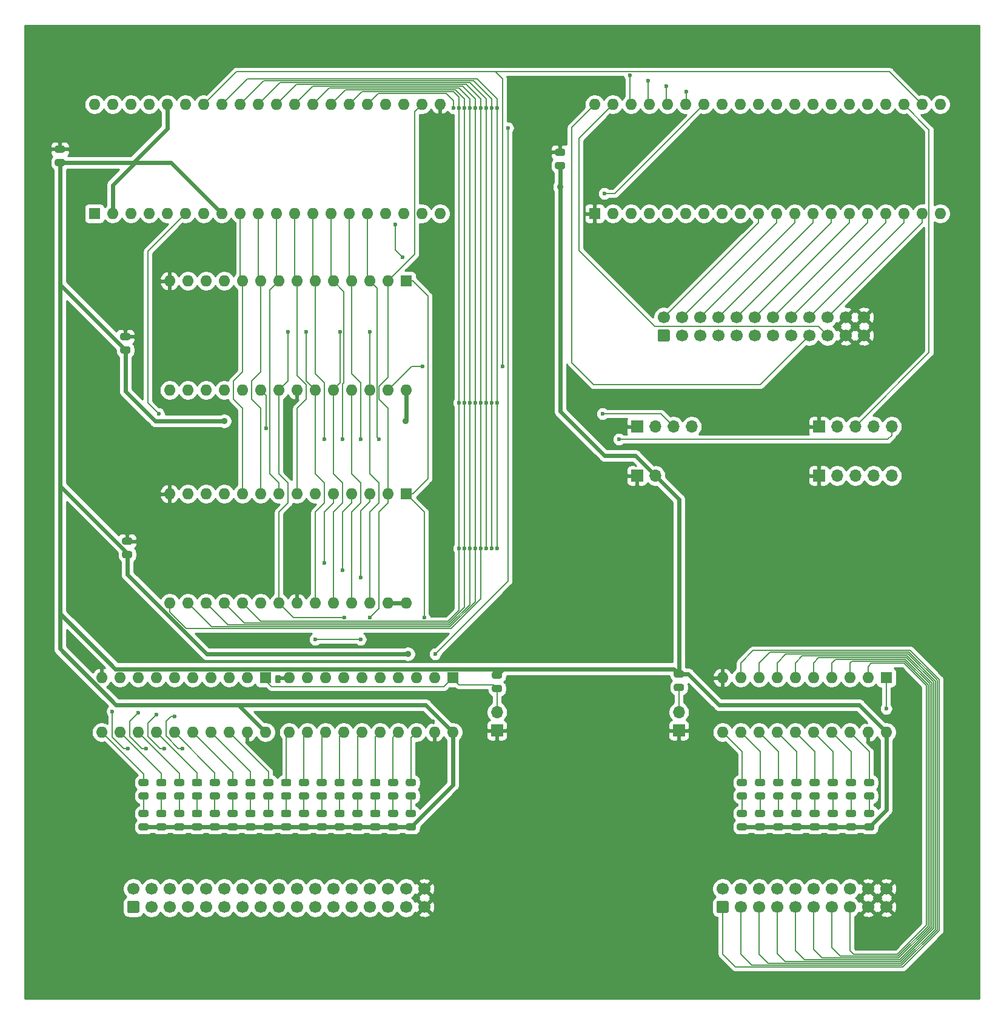
<source format=gbr>
G04 #@! TF.GenerationSoftware,KiCad,Pcbnew,(5.1.6)-1*
G04 #@! TF.CreationDate,2020-08-15T13:17:47-05:00*
G04 #@! TF.ProjectId,6502_homebrew_computer,36353032-5f68-46f6-9d65-627265775f63,0.01*
G04 #@! TF.SameCoordinates,Original*
G04 #@! TF.FileFunction,Copper,L1,Top*
G04 #@! TF.FilePolarity,Positive*
%FSLAX46Y46*%
G04 Gerber Fmt 4.6, Leading zero omitted, Abs format (unit mm)*
G04 Created by KiCad (PCBNEW (5.1.6)-1) date 2020-08-15 13:17:47*
%MOMM*%
%LPD*%
G01*
G04 APERTURE LIST*
G04 #@! TA.AperFunction,ComponentPad*
%ADD10R,1.600000X1.600000*%
G04 #@! TD*
G04 #@! TA.AperFunction,ComponentPad*
%ADD11O,1.600000X1.600000*%
G04 #@! TD*
G04 #@! TA.AperFunction,ComponentPad*
%ADD12R,1.700000X1.700000*%
G04 #@! TD*
G04 #@! TA.AperFunction,ComponentPad*
%ADD13O,1.700000X1.700000*%
G04 #@! TD*
G04 #@! TA.AperFunction,ComponentPad*
%ADD14C,1.700000*%
G04 #@! TD*
G04 #@! TA.AperFunction,ViaPad*
%ADD15C,0.900000*%
G04 #@! TD*
G04 #@! TA.AperFunction,ViaPad*
%ADD16C,0.600000*%
G04 #@! TD*
G04 #@! TA.AperFunction,Conductor*
%ADD17C,0.600000*%
G04 #@! TD*
G04 #@! TA.AperFunction,Conductor*
%ADD18C,0.127000*%
G04 #@! TD*
G04 #@! TA.AperFunction,Conductor*
%ADD19C,0.254000*%
G04 #@! TD*
G04 APERTURE END LIST*
D10*
X78058000Y-91440000D03*
D11*
X45038000Y-106680000D03*
X75518000Y-91440000D03*
X47578000Y-106680000D03*
X72978000Y-91440000D03*
X50118000Y-106680000D03*
X70438000Y-91440000D03*
X52658000Y-106680000D03*
X67898000Y-91440000D03*
X55198000Y-106680000D03*
X65358000Y-91440000D03*
X57738000Y-106680000D03*
X62818000Y-91440000D03*
X60278000Y-106680000D03*
X60278000Y-91440000D03*
X62818000Y-106680000D03*
X57738000Y-91440000D03*
X65358000Y-106680000D03*
X55198000Y-91440000D03*
X67898000Y-106680000D03*
X52658000Y-91440000D03*
X70438000Y-106680000D03*
X50118000Y-91440000D03*
X72978000Y-106680000D03*
X47578000Y-91440000D03*
X75518000Y-106680000D03*
X45038000Y-91440000D03*
X78058000Y-106680000D03*
X78058000Y-76962000D03*
X45038000Y-61722000D03*
X75518000Y-76962000D03*
X47578000Y-61722000D03*
X72978000Y-76962000D03*
X50118000Y-61722000D03*
X70438000Y-76962000D03*
X52658000Y-61722000D03*
X67898000Y-76962000D03*
X55198000Y-61722000D03*
X65358000Y-76962000D03*
X57738000Y-61722000D03*
X62818000Y-76962000D03*
X60278000Y-61722000D03*
X60278000Y-76962000D03*
X62818000Y-61722000D03*
X57738000Y-76962000D03*
X65358000Y-61722000D03*
X55198000Y-76962000D03*
X67898000Y-61722000D03*
X52658000Y-76962000D03*
X70438000Y-61722000D03*
X50118000Y-76962000D03*
X72978000Y-61722000D03*
X47578000Y-76962000D03*
X75518000Y-61722000D03*
X45038000Y-76962000D03*
D10*
X78058000Y-61722000D03*
D11*
X104394000Y-37084000D03*
X152654000Y-52324000D03*
X106934000Y-37084000D03*
X150114000Y-52324000D03*
X109474000Y-37084000D03*
X147574000Y-52324000D03*
X112014000Y-37084000D03*
X145034000Y-52324000D03*
X114554000Y-37084000D03*
X142494000Y-52324000D03*
X117094000Y-37084000D03*
X139954000Y-52324000D03*
X119634000Y-37084000D03*
X137414000Y-52324000D03*
X122174000Y-37084000D03*
X134874000Y-52324000D03*
X124714000Y-37084000D03*
X132334000Y-52324000D03*
X127254000Y-37084000D03*
X129794000Y-52324000D03*
X129794000Y-37084000D03*
X127254000Y-52324000D03*
X132334000Y-37084000D03*
X124714000Y-52324000D03*
X134874000Y-37084000D03*
X122174000Y-52324000D03*
X137414000Y-37084000D03*
X119634000Y-52324000D03*
X139954000Y-37084000D03*
X117094000Y-52324000D03*
X142494000Y-37084000D03*
X114554000Y-52324000D03*
X145034000Y-37084000D03*
X112014000Y-52324000D03*
X147574000Y-37084000D03*
X109474000Y-52324000D03*
X150114000Y-37084000D03*
X106934000Y-52324000D03*
X152654000Y-37084000D03*
D10*
X104394000Y-52324000D03*
G04 #@! TA.AperFunction,SMDPad,CuDef*
G36*
G01*
X116614250Y-117073500D02*
X115701750Y-117073500D01*
G75*
G02*
X115458000Y-116829750I0J243750D01*
G01*
X115458000Y-116342250D01*
G75*
G02*
X115701750Y-116098500I243750J0D01*
G01*
X116614250Y-116098500D01*
G75*
G02*
X116858000Y-116342250I0J-243750D01*
G01*
X116858000Y-116829750D01*
G75*
G02*
X116614250Y-117073500I-243750J0D01*
G01*
G37*
G04 #@! TD.AperFunction*
G04 #@! TA.AperFunction,SMDPad,CuDef*
G36*
G01*
X116614250Y-118948500D02*
X115701750Y-118948500D01*
G75*
G02*
X115458000Y-118704750I0J243750D01*
G01*
X115458000Y-118217250D01*
G75*
G02*
X115701750Y-117973500I243750J0D01*
G01*
X116614250Y-117973500D01*
G75*
G02*
X116858000Y-118217250I0J-243750D01*
G01*
X116858000Y-118704750D01*
G75*
G02*
X116614250Y-118948500I-243750J0D01*
G01*
G37*
G04 #@! TD.AperFunction*
D12*
X116158000Y-124460000D03*
D13*
X116158000Y-121920000D03*
D10*
X34544000Y-52324000D03*
D11*
X82804000Y-37084000D03*
X37084000Y-52324000D03*
X80264000Y-37084000D03*
X39624000Y-52324000D03*
X77724000Y-37084000D03*
X42164000Y-52324000D03*
X75184000Y-37084000D03*
X44704000Y-52324000D03*
X72644000Y-37084000D03*
X47244000Y-52324000D03*
X70104000Y-37084000D03*
X49784000Y-52324000D03*
X67564000Y-37084000D03*
X52324000Y-52324000D03*
X65024000Y-37084000D03*
X54864000Y-52324000D03*
X62484000Y-37084000D03*
X57404000Y-52324000D03*
X59944000Y-37084000D03*
X59944000Y-52324000D03*
X57404000Y-37084000D03*
X62484000Y-52324000D03*
X54864000Y-37084000D03*
X65024000Y-52324000D03*
X52324000Y-37084000D03*
X67564000Y-52324000D03*
X49784000Y-37084000D03*
X70104000Y-52324000D03*
X47244000Y-37084000D03*
X72644000Y-52324000D03*
X44704000Y-37084000D03*
X75184000Y-52324000D03*
X42164000Y-37084000D03*
X77724000Y-52324000D03*
X39624000Y-37084000D03*
X80264000Y-52324000D03*
X37084000Y-37084000D03*
X82804000Y-52324000D03*
X34544000Y-37084000D03*
D10*
X145114000Y-117094000D03*
D11*
X122254000Y-124714000D03*
X142574000Y-117094000D03*
X124794000Y-124714000D03*
X140034000Y-117094000D03*
X127334000Y-124714000D03*
X137494000Y-117094000D03*
X129874000Y-124714000D03*
X134954000Y-117094000D03*
X132414000Y-124714000D03*
X132414000Y-117094000D03*
X134954000Y-124714000D03*
X129874000Y-117094000D03*
X137494000Y-124714000D03*
X127334000Y-117094000D03*
X140034000Y-124714000D03*
X124794000Y-117094000D03*
X142574000Y-124714000D03*
X122254000Y-117094000D03*
X145114000Y-124714000D03*
G04 #@! TA.AperFunction,SMDPad,CuDef*
G36*
G01*
X30174250Y-45699500D02*
X29261750Y-45699500D01*
G75*
G02*
X29018000Y-45455750I0J243750D01*
G01*
X29018000Y-44968250D01*
G75*
G02*
X29261750Y-44724500I243750J0D01*
G01*
X30174250Y-44724500D01*
G75*
G02*
X30418000Y-44968250I0J-243750D01*
G01*
X30418000Y-45455750D01*
G75*
G02*
X30174250Y-45699500I-243750J0D01*
G01*
G37*
G04 #@! TD.AperFunction*
G04 #@! TA.AperFunction,SMDPad,CuDef*
G36*
G01*
X30174250Y-43824500D02*
X29261750Y-43824500D01*
G75*
G02*
X29018000Y-43580750I0J243750D01*
G01*
X29018000Y-43093250D01*
G75*
G02*
X29261750Y-42849500I243750J0D01*
G01*
X30174250Y-42849500D01*
G75*
G02*
X30418000Y-43093250I0J-243750D01*
G01*
X30418000Y-43580750D01*
G75*
G02*
X30174250Y-43824500I-243750J0D01*
G01*
G37*
G04 #@! TD.AperFunction*
G04 #@! TA.AperFunction,SMDPad,CuDef*
G36*
G01*
X100024250Y-44254000D02*
X99111750Y-44254000D01*
G75*
G02*
X98868000Y-44010250I0J243750D01*
G01*
X98868000Y-43522750D01*
G75*
G02*
X99111750Y-43279000I243750J0D01*
G01*
X100024250Y-43279000D01*
G75*
G02*
X100268000Y-43522750I0J-243750D01*
G01*
X100268000Y-44010250D01*
G75*
G02*
X100024250Y-44254000I-243750J0D01*
G01*
G37*
G04 #@! TD.AperFunction*
G04 #@! TA.AperFunction,SMDPad,CuDef*
G36*
G01*
X100024250Y-46129000D02*
X99111750Y-46129000D01*
G75*
G02*
X98868000Y-45885250I0J243750D01*
G01*
X98868000Y-45397750D01*
G75*
G02*
X99111750Y-45154000I243750J0D01*
G01*
X100024250Y-45154000D01*
G75*
G02*
X100268000Y-45397750I0J-243750D01*
G01*
X100268000Y-45885250D01*
G75*
G02*
X100024250Y-46129000I-243750J0D01*
G01*
G37*
G04 #@! TD.AperFunction*
G04 #@! TA.AperFunction,SMDPad,CuDef*
G36*
G01*
X39572250Y-100406500D02*
X38659750Y-100406500D01*
G75*
G02*
X38416000Y-100162750I0J243750D01*
G01*
X38416000Y-99675250D01*
G75*
G02*
X38659750Y-99431500I243750J0D01*
G01*
X39572250Y-99431500D01*
G75*
G02*
X39816000Y-99675250I0J-243750D01*
G01*
X39816000Y-100162750D01*
G75*
G02*
X39572250Y-100406500I-243750J0D01*
G01*
G37*
G04 #@! TD.AperFunction*
G04 #@! TA.AperFunction,SMDPad,CuDef*
G36*
G01*
X39572250Y-98531500D02*
X38659750Y-98531500D01*
G75*
G02*
X38416000Y-98287750I0J243750D01*
G01*
X38416000Y-97800250D01*
G75*
G02*
X38659750Y-97556500I243750J0D01*
G01*
X39572250Y-97556500D01*
G75*
G02*
X39816000Y-97800250I0J-243750D01*
G01*
X39816000Y-98287750D01*
G75*
G02*
X39572250Y-98531500I-243750J0D01*
G01*
G37*
G04 #@! TD.AperFunction*
G04 #@! TA.AperFunction,SMDPad,CuDef*
G36*
G01*
X39318250Y-69986500D02*
X38405750Y-69986500D01*
G75*
G02*
X38162000Y-69742750I0J243750D01*
G01*
X38162000Y-69255250D01*
G75*
G02*
X38405750Y-69011500I243750J0D01*
G01*
X39318250Y-69011500D01*
G75*
G02*
X39562000Y-69255250I0J-243750D01*
G01*
X39562000Y-69742750D01*
G75*
G02*
X39318250Y-69986500I-243750J0D01*
G01*
G37*
G04 #@! TD.AperFunction*
G04 #@! TA.AperFunction,SMDPad,CuDef*
G36*
G01*
X39318250Y-71861500D02*
X38405750Y-71861500D01*
G75*
G02*
X38162000Y-71617750I0J243750D01*
G01*
X38162000Y-71130250D01*
G75*
G02*
X38405750Y-70886500I243750J0D01*
G01*
X39318250Y-70886500D01*
G75*
G02*
X39562000Y-71130250I0J-243750D01*
G01*
X39562000Y-71617750D01*
G75*
G02*
X39318250Y-71861500I-243750J0D01*
G01*
G37*
G04 #@! TD.AperFunction*
D12*
X135716000Y-82042000D03*
D13*
X138256000Y-82042000D03*
X140796000Y-82042000D03*
X143336000Y-82042000D03*
X145876000Y-82042000D03*
D12*
X110316000Y-88900000D03*
D13*
X112856000Y-88900000D03*
D12*
X110316000Y-82042000D03*
D13*
X112856000Y-82042000D03*
X115396000Y-82042000D03*
X117936000Y-82042000D03*
G04 #@! TA.AperFunction,SMDPad,CuDef*
G36*
G01*
X58370150Y-133116500D02*
X59282650Y-133116500D01*
G75*
G02*
X59526400Y-133360250I0J-243750D01*
G01*
X59526400Y-133847750D01*
G75*
G02*
X59282650Y-134091500I-243750J0D01*
G01*
X58370150Y-134091500D01*
G75*
G02*
X58126400Y-133847750I0J243750D01*
G01*
X58126400Y-133360250D01*
G75*
G02*
X58370150Y-133116500I243750J0D01*
G01*
G37*
G04 #@! TD.AperFunction*
G04 #@! TA.AperFunction,SMDPad,CuDef*
G36*
G01*
X58370150Y-131241500D02*
X59282650Y-131241500D01*
G75*
G02*
X59526400Y-131485250I0J-243750D01*
G01*
X59526400Y-131972750D01*
G75*
G02*
X59282650Y-132216500I-243750J0D01*
G01*
X58370150Y-132216500D01*
G75*
G02*
X58126400Y-131972750I0J243750D01*
G01*
X58126400Y-131485250D01*
G75*
G02*
X58370150Y-131241500I243750J0D01*
G01*
G37*
G04 #@! TD.AperFunction*
G04 #@! TA.AperFunction,SMDPad,CuDef*
G36*
G01*
X55880950Y-131241500D02*
X56793450Y-131241500D01*
G75*
G02*
X57037200Y-131485250I0J-243750D01*
G01*
X57037200Y-131972750D01*
G75*
G02*
X56793450Y-132216500I-243750J0D01*
G01*
X55880950Y-132216500D01*
G75*
G02*
X55637200Y-131972750I0J243750D01*
G01*
X55637200Y-131485250D01*
G75*
G02*
X55880950Y-131241500I243750J0D01*
G01*
G37*
G04 #@! TD.AperFunction*
G04 #@! TA.AperFunction,SMDPad,CuDef*
G36*
G01*
X55880950Y-133116500D02*
X56793450Y-133116500D01*
G75*
G02*
X57037200Y-133360250I0J-243750D01*
G01*
X57037200Y-133847750D01*
G75*
G02*
X56793450Y-134091500I-243750J0D01*
G01*
X55880950Y-134091500D01*
G75*
G02*
X55637200Y-133847750I0J243750D01*
G01*
X55637200Y-133360250D01*
G75*
G02*
X55880950Y-133116500I243750J0D01*
G01*
G37*
G04 #@! TD.AperFunction*
G04 #@! TA.AperFunction,SMDPad,CuDef*
G36*
G01*
X53391750Y-133116500D02*
X54304250Y-133116500D01*
G75*
G02*
X54548000Y-133360250I0J-243750D01*
G01*
X54548000Y-133847750D01*
G75*
G02*
X54304250Y-134091500I-243750J0D01*
G01*
X53391750Y-134091500D01*
G75*
G02*
X53148000Y-133847750I0J243750D01*
G01*
X53148000Y-133360250D01*
G75*
G02*
X53391750Y-133116500I243750J0D01*
G01*
G37*
G04 #@! TD.AperFunction*
G04 #@! TA.AperFunction,SMDPad,CuDef*
G36*
G01*
X53391750Y-131241500D02*
X54304250Y-131241500D01*
G75*
G02*
X54548000Y-131485250I0J-243750D01*
G01*
X54548000Y-131972750D01*
G75*
G02*
X54304250Y-132216500I-243750J0D01*
G01*
X53391750Y-132216500D01*
G75*
G02*
X53148000Y-131972750I0J243750D01*
G01*
X53148000Y-131485250D01*
G75*
G02*
X53391750Y-131241500I243750J0D01*
G01*
G37*
G04 #@! TD.AperFunction*
G04 #@! TA.AperFunction,SMDPad,CuDef*
G36*
G01*
X50902550Y-131241500D02*
X51815050Y-131241500D01*
G75*
G02*
X52058800Y-131485250I0J-243750D01*
G01*
X52058800Y-131972750D01*
G75*
G02*
X51815050Y-132216500I-243750J0D01*
G01*
X50902550Y-132216500D01*
G75*
G02*
X50658800Y-131972750I0J243750D01*
G01*
X50658800Y-131485250D01*
G75*
G02*
X50902550Y-131241500I243750J0D01*
G01*
G37*
G04 #@! TD.AperFunction*
G04 #@! TA.AperFunction,SMDPad,CuDef*
G36*
G01*
X50902550Y-133116500D02*
X51815050Y-133116500D01*
G75*
G02*
X52058800Y-133360250I0J-243750D01*
G01*
X52058800Y-133847750D01*
G75*
G02*
X51815050Y-134091500I-243750J0D01*
G01*
X50902550Y-134091500D01*
G75*
G02*
X50658800Y-133847750I0J243750D01*
G01*
X50658800Y-133360250D01*
G75*
G02*
X50902550Y-133116500I243750J0D01*
G01*
G37*
G04 #@! TD.AperFunction*
G04 #@! TA.AperFunction,SMDPad,CuDef*
G36*
G01*
X48413350Y-133116500D02*
X49325850Y-133116500D01*
G75*
G02*
X49569600Y-133360250I0J-243750D01*
G01*
X49569600Y-133847750D01*
G75*
G02*
X49325850Y-134091500I-243750J0D01*
G01*
X48413350Y-134091500D01*
G75*
G02*
X48169600Y-133847750I0J243750D01*
G01*
X48169600Y-133360250D01*
G75*
G02*
X48413350Y-133116500I243750J0D01*
G01*
G37*
G04 #@! TD.AperFunction*
G04 #@! TA.AperFunction,SMDPad,CuDef*
G36*
G01*
X48413350Y-131241500D02*
X49325850Y-131241500D01*
G75*
G02*
X49569600Y-131485250I0J-243750D01*
G01*
X49569600Y-131972750D01*
G75*
G02*
X49325850Y-132216500I-243750J0D01*
G01*
X48413350Y-132216500D01*
G75*
G02*
X48169600Y-131972750I0J243750D01*
G01*
X48169600Y-131485250D01*
G75*
G02*
X48413350Y-131241500I243750J0D01*
G01*
G37*
G04 #@! TD.AperFunction*
G04 #@! TA.AperFunction,SMDPad,CuDef*
G36*
G01*
X45924150Y-133116500D02*
X46836650Y-133116500D01*
G75*
G02*
X47080400Y-133360250I0J-243750D01*
G01*
X47080400Y-133847750D01*
G75*
G02*
X46836650Y-134091500I-243750J0D01*
G01*
X45924150Y-134091500D01*
G75*
G02*
X45680400Y-133847750I0J243750D01*
G01*
X45680400Y-133360250D01*
G75*
G02*
X45924150Y-133116500I243750J0D01*
G01*
G37*
G04 #@! TD.AperFunction*
G04 #@! TA.AperFunction,SMDPad,CuDef*
G36*
G01*
X45924150Y-131241500D02*
X46836650Y-131241500D01*
G75*
G02*
X47080400Y-131485250I0J-243750D01*
G01*
X47080400Y-131972750D01*
G75*
G02*
X46836650Y-132216500I-243750J0D01*
G01*
X45924150Y-132216500D01*
G75*
G02*
X45680400Y-131972750I0J243750D01*
G01*
X45680400Y-131485250D01*
G75*
G02*
X45924150Y-131241500I243750J0D01*
G01*
G37*
G04 #@! TD.AperFunction*
G04 #@! TA.AperFunction,SMDPad,CuDef*
G36*
G01*
X43434950Y-133116500D02*
X44347450Y-133116500D01*
G75*
G02*
X44591200Y-133360250I0J-243750D01*
G01*
X44591200Y-133847750D01*
G75*
G02*
X44347450Y-134091500I-243750J0D01*
G01*
X43434950Y-134091500D01*
G75*
G02*
X43191200Y-133847750I0J243750D01*
G01*
X43191200Y-133360250D01*
G75*
G02*
X43434950Y-133116500I243750J0D01*
G01*
G37*
G04 #@! TD.AperFunction*
G04 #@! TA.AperFunction,SMDPad,CuDef*
G36*
G01*
X43434950Y-131241500D02*
X44347450Y-131241500D01*
G75*
G02*
X44591200Y-131485250I0J-243750D01*
G01*
X44591200Y-131972750D01*
G75*
G02*
X44347450Y-132216500I-243750J0D01*
G01*
X43434950Y-132216500D01*
G75*
G02*
X43191200Y-131972750I0J243750D01*
G01*
X43191200Y-131485250D01*
G75*
G02*
X43434950Y-131241500I243750J0D01*
G01*
G37*
G04 #@! TD.AperFunction*
G04 #@! TA.AperFunction,SMDPad,CuDef*
G36*
G01*
X40945750Y-131241500D02*
X41858250Y-131241500D01*
G75*
G02*
X42102000Y-131485250I0J-243750D01*
G01*
X42102000Y-131972750D01*
G75*
G02*
X41858250Y-132216500I-243750J0D01*
G01*
X40945750Y-132216500D01*
G75*
G02*
X40702000Y-131972750I0J243750D01*
G01*
X40702000Y-131485250D01*
G75*
G02*
X40945750Y-131241500I243750J0D01*
G01*
G37*
G04 #@! TD.AperFunction*
G04 #@! TA.AperFunction,SMDPad,CuDef*
G36*
G01*
X40945750Y-133116500D02*
X41858250Y-133116500D01*
G75*
G02*
X42102000Y-133360250I0J-243750D01*
G01*
X42102000Y-133847750D01*
G75*
G02*
X41858250Y-134091500I-243750J0D01*
G01*
X40945750Y-134091500D01*
G75*
G02*
X40702000Y-133847750I0J243750D01*
G01*
X40702000Y-133360250D01*
G75*
G02*
X40945750Y-133116500I243750J0D01*
G01*
G37*
G04 #@! TD.AperFunction*
G04 #@! TA.AperFunction,SMDPad,CuDef*
G36*
G01*
X78283750Y-133116500D02*
X79196250Y-133116500D01*
G75*
G02*
X79440000Y-133360250I0J-243750D01*
G01*
X79440000Y-133847750D01*
G75*
G02*
X79196250Y-134091500I-243750J0D01*
G01*
X78283750Y-134091500D01*
G75*
G02*
X78040000Y-133847750I0J243750D01*
G01*
X78040000Y-133360250D01*
G75*
G02*
X78283750Y-133116500I243750J0D01*
G01*
G37*
G04 #@! TD.AperFunction*
G04 #@! TA.AperFunction,SMDPad,CuDef*
G36*
G01*
X78283750Y-131241500D02*
X79196250Y-131241500D01*
G75*
G02*
X79440000Y-131485250I0J-243750D01*
G01*
X79440000Y-131972750D01*
G75*
G02*
X79196250Y-132216500I-243750J0D01*
G01*
X78283750Y-132216500D01*
G75*
G02*
X78040000Y-131972750I0J243750D01*
G01*
X78040000Y-131485250D01*
G75*
G02*
X78283750Y-131241500I243750J0D01*
G01*
G37*
G04 #@! TD.AperFunction*
G04 #@! TA.AperFunction,SMDPad,CuDef*
G36*
G01*
X75794550Y-131241500D02*
X76707050Y-131241500D01*
G75*
G02*
X76950800Y-131485250I0J-243750D01*
G01*
X76950800Y-131972750D01*
G75*
G02*
X76707050Y-132216500I-243750J0D01*
G01*
X75794550Y-132216500D01*
G75*
G02*
X75550800Y-131972750I0J243750D01*
G01*
X75550800Y-131485250D01*
G75*
G02*
X75794550Y-131241500I243750J0D01*
G01*
G37*
G04 #@! TD.AperFunction*
G04 #@! TA.AperFunction,SMDPad,CuDef*
G36*
G01*
X75794550Y-133116500D02*
X76707050Y-133116500D01*
G75*
G02*
X76950800Y-133360250I0J-243750D01*
G01*
X76950800Y-133847750D01*
G75*
G02*
X76707050Y-134091500I-243750J0D01*
G01*
X75794550Y-134091500D01*
G75*
G02*
X75550800Y-133847750I0J243750D01*
G01*
X75550800Y-133360250D01*
G75*
G02*
X75794550Y-133116500I243750J0D01*
G01*
G37*
G04 #@! TD.AperFunction*
G04 #@! TA.AperFunction,SMDPad,CuDef*
G36*
G01*
X73305350Y-133116500D02*
X74217850Y-133116500D01*
G75*
G02*
X74461600Y-133360250I0J-243750D01*
G01*
X74461600Y-133847750D01*
G75*
G02*
X74217850Y-134091500I-243750J0D01*
G01*
X73305350Y-134091500D01*
G75*
G02*
X73061600Y-133847750I0J243750D01*
G01*
X73061600Y-133360250D01*
G75*
G02*
X73305350Y-133116500I243750J0D01*
G01*
G37*
G04 #@! TD.AperFunction*
G04 #@! TA.AperFunction,SMDPad,CuDef*
G36*
G01*
X73305350Y-131241500D02*
X74217850Y-131241500D01*
G75*
G02*
X74461600Y-131485250I0J-243750D01*
G01*
X74461600Y-131972750D01*
G75*
G02*
X74217850Y-132216500I-243750J0D01*
G01*
X73305350Y-132216500D01*
G75*
G02*
X73061600Y-131972750I0J243750D01*
G01*
X73061600Y-131485250D01*
G75*
G02*
X73305350Y-131241500I243750J0D01*
G01*
G37*
G04 #@! TD.AperFunction*
G04 #@! TA.AperFunction,SMDPad,CuDef*
G36*
G01*
X70816150Y-131241500D02*
X71728650Y-131241500D01*
G75*
G02*
X71972400Y-131485250I0J-243750D01*
G01*
X71972400Y-131972750D01*
G75*
G02*
X71728650Y-132216500I-243750J0D01*
G01*
X70816150Y-132216500D01*
G75*
G02*
X70572400Y-131972750I0J243750D01*
G01*
X70572400Y-131485250D01*
G75*
G02*
X70816150Y-131241500I243750J0D01*
G01*
G37*
G04 #@! TD.AperFunction*
G04 #@! TA.AperFunction,SMDPad,CuDef*
G36*
G01*
X70816150Y-133116500D02*
X71728650Y-133116500D01*
G75*
G02*
X71972400Y-133360250I0J-243750D01*
G01*
X71972400Y-133847750D01*
G75*
G02*
X71728650Y-134091500I-243750J0D01*
G01*
X70816150Y-134091500D01*
G75*
G02*
X70572400Y-133847750I0J243750D01*
G01*
X70572400Y-133360250D01*
G75*
G02*
X70816150Y-133116500I243750J0D01*
G01*
G37*
G04 #@! TD.AperFunction*
G04 #@! TA.AperFunction,SMDPad,CuDef*
G36*
G01*
X68326950Y-131241500D02*
X69239450Y-131241500D01*
G75*
G02*
X69483200Y-131485250I0J-243750D01*
G01*
X69483200Y-131972750D01*
G75*
G02*
X69239450Y-132216500I-243750J0D01*
G01*
X68326950Y-132216500D01*
G75*
G02*
X68083200Y-131972750I0J243750D01*
G01*
X68083200Y-131485250D01*
G75*
G02*
X68326950Y-131241500I243750J0D01*
G01*
G37*
G04 #@! TD.AperFunction*
G04 #@! TA.AperFunction,SMDPad,CuDef*
G36*
G01*
X68326950Y-133116500D02*
X69239450Y-133116500D01*
G75*
G02*
X69483200Y-133360250I0J-243750D01*
G01*
X69483200Y-133847750D01*
G75*
G02*
X69239450Y-134091500I-243750J0D01*
G01*
X68326950Y-134091500D01*
G75*
G02*
X68083200Y-133847750I0J243750D01*
G01*
X68083200Y-133360250D01*
G75*
G02*
X68326950Y-133116500I243750J0D01*
G01*
G37*
G04 #@! TD.AperFunction*
G04 #@! TA.AperFunction,SMDPad,CuDef*
G36*
G01*
X65837750Y-133116500D02*
X66750250Y-133116500D01*
G75*
G02*
X66994000Y-133360250I0J-243750D01*
G01*
X66994000Y-133847750D01*
G75*
G02*
X66750250Y-134091500I-243750J0D01*
G01*
X65837750Y-134091500D01*
G75*
G02*
X65594000Y-133847750I0J243750D01*
G01*
X65594000Y-133360250D01*
G75*
G02*
X65837750Y-133116500I243750J0D01*
G01*
G37*
G04 #@! TD.AperFunction*
G04 #@! TA.AperFunction,SMDPad,CuDef*
G36*
G01*
X65837750Y-131241500D02*
X66750250Y-131241500D01*
G75*
G02*
X66994000Y-131485250I0J-243750D01*
G01*
X66994000Y-131972750D01*
G75*
G02*
X66750250Y-132216500I-243750J0D01*
G01*
X65837750Y-132216500D01*
G75*
G02*
X65594000Y-131972750I0J243750D01*
G01*
X65594000Y-131485250D01*
G75*
G02*
X65837750Y-131241500I243750J0D01*
G01*
G37*
G04 #@! TD.AperFunction*
G04 #@! TA.AperFunction,SMDPad,CuDef*
G36*
G01*
X63348550Y-131241500D02*
X64261050Y-131241500D01*
G75*
G02*
X64504800Y-131485250I0J-243750D01*
G01*
X64504800Y-131972750D01*
G75*
G02*
X64261050Y-132216500I-243750J0D01*
G01*
X63348550Y-132216500D01*
G75*
G02*
X63104800Y-131972750I0J243750D01*
G01*
X63104800Y-131485250D01*
G75*
G02*
X63348550Y-131241500I243750J0D01*
G01*
G37*
G04 #@! TD.AperFunction*
G04 #@! TA.AperFunction,SMDPad,CuDef*
G36*
G01*
X63348550Y-133116500D02*
X64261050Y-133116500D01*
G75*
G02*
X64504800Y-133360250I0J-243750D01*
G01*
X64504800Y-133847750D01*
G75*
G02*
X64261050Y-134091500I-243750J0D01*
G01*
X63348550Y-134091500D01*
G75*
G02*
X63104800Y-133847750I0J243750D01*
G01*
X63104800Y-133360250D01*
G75*
G02*
X63348550Y-133116500I243750J0D01*
G01*
G37*
G04 #@! TD.AperFunction*
G04 #@! TA.AperFunction,SMDPad,CuDef*
G36*
G01*
X60859350Y-131241500D02*
X61771850Y-131241500D01*
G75*
G02*
X62015600Y-131485250I0J-243750D01*
G01*
X62015600Y-131972750D01*
G75*
G02*
X61771850Y-132216500I-243750J0D01*
G01*
X60859350Y-132216500D01*
G75*
G02*
X60615600Y-131972750I0J243750D01*
G01*
X60615600Y-131485250D01*
G75*
G02*
X60859350Y-131241500I243750J0D01*
G01*
G37*
G04 #@! TD.AperFunction*
G04 #@! TA.AperFunction,SMDPad,CuDef*
G36*
G01*
X60859350Y-133116500D02*
X61771850Y-133116500D01*
G75*
G02*
X62015600Y-133360250I0J-243750D01*
G01*
X62015600Y-133847750D01*
G75*
G02*
X61771850Y-134091500I-243750J0D01*
G01*
X60859350Y-134091500D01*
G75*
G02*
X60615600Y-133847750I0J243750D01*
G01*
X60615600Y-133360250D01*
G75*
G02*
X60859350Y-133116500I243750J0D01*
G01*
G37*
G04 #@! TD.AperFunction*
G04 #@! TA.AperFunction,SMDPad,CuDef*
G36*
G01*
X142291750Y-133116500D02*
X143204250Y-133116500D01*
G75*
G02*
X143448000Y-133360250I0J-243750D01*
G01*
X143448000Y-133847750D01*
G75*
G02*
X143204250Y-134091500I-243750J0D01*
G01*
X142291750Y-134091500D01*
G75*
G02*
X142048000Y-133847750I0J243750D01*
G01*
X142048000Y-133360250D01*
G75*
G02*
X142291750Y-133116500I243750J0D01*
G01*
G37*
G04 #@! TD.AperFunction*
G04 #@! TA.AperFunction,SMDPad,CuDef*
G36*
G01*
X142291750Y-131241500D02*
X143204250Y-131241500D01*
G75*
G02*
X143448000Y-131485250I0J-243750D01*
G01*
X143448000Y-131972750D01*
G75*
G02*
X143204250Y-132216500I-243750J0D01*
G01*
X142291750Y-132216500D01*
G75*
G02*
X142048000Y-131972750I0J243750D01*
G01*
X142048000Y-131485250D01*
G75*
G02*
X142291750Y-131241500I243750J0D01*
G01*
G37*
G04 #@! TD.AperFunction*
G04 #@! TA.AperFunction,SMDPad,CuDef*
G36*
G01*
X139751750Y-131241500D02*
X140664250Y-131241500D01*
G75*
G02*
X140908000Y-131485250I0J-243750D01*
G01*
X140908000Y-131972750D01*
G75*
G02*
X140664250Y-132216500I-243750J0D01*
G01*
X139751750Y-132216500D01*
G75*
G02*
X139508000Y-131972750I0J243750D01*
G01*
X139508000Y-131485250D01*
G75*
G02*
X139751750Y-131241500I243750J0D01*
G01*
G37*
G04 #@! TD.AperFunction*
G04 #@! TA.AperFunction,SMDPad,CuDef*
G36*
G01*
X139751750Y-133116500D02*
X140664250Y-133116500D01*
G75*
G02*
X140908000Y-133360250I0J-243750D01*
G01*
X140908000Y-133847750D01*
G75*
G02*
X140664250Y-134091500I-243750J0D01*
G01*
X139751750Y-134091500D01*
G75*
G02*
X139508000Y-133847750I0J243750D01*
G01*
X139508000Y-133360250D01*
G75*
G02*
X139751750Y-133116500I243750J0D01*
G01*
G37*
G04 #@! TD.AperFunction*
G04 #@! TA.AperFunction,SMDPad,CuDef*
G36*
G01*
X137211750Y-133116500D02*
X138124250Y-133116500D01*
G75*
G02*
X138368000Y-133360250I0J-243750D01*
G01*
X138368000Y-133847750D01*
G75*
G02*
X138124250Y-134091500I-243750J0D01*
G01*
X137211750Y-134091500D01*
G75*
G02*
X136968000Y-133847750I0J243750D01*
G01*
X136968000Y-133360250D01*
G75*
G02*
X137211750Y-133116500I243750J0D01*
G01*
G37*
G04 #@! TD.AperFunction*
G04 #@! TA.AperFunction,SMDPad,CuDef*
G36*
G01*
X137211750Y-131241500D02*
X138124250Y-131241500D01*
G75*
G02*
X138368000Y-131485250I0J-243750D01*
G01*
X138368000Y-131972750D01*
G75*
G02*
X138124250Y-132216500I-243750J0D01*
G01*
X137211750Y-132216500D01*
G75*
G02*
X136968000Y-131972750I0J243750D01*
G01*
X136968000Y-131485250D01*
G75*
G02*
X137211750Y-131241500I243750J0D01*
G01*
G37*
G04 #@! TD.AperFunction*
G04 #@! TA.AperFunction,SMDPad,CuDef*
G36*
G01*
X134671750Y-131241500D02*
X135584250Y-131241500D01*
G75*
G02*
X135828000Y-131485250I0J-243750D01*
G01*
X135828000Y-131972750D01*
G75*
G02*
X135584250Y-132216500I-243750J0D01*
G01*
X134671750Y-132216500D01*
G75*
G02*
X134428000Y-131972750I0J243750D01*
G01*
X134428000Y-131485250D01*
G75*
G02*
X134671750Y-131241500I243750J0D01*
G01*
G37*
G04 #@! TD.AperFunction*
G04 #@! TA.AperFunction,SMDPad,CuDef*
G36*
G01*
X134671750Y-133116500D02*
X135584250Y-133116500D01*
G75*
G02*
X135828000Y-133360250I0J-243750D01*
G01*
X135828000Y-133847750D01*
G75*
G02*
X135584250Y-134091500I-243750J0D01*
G01*
X134671750Y-134091500D01*
G75*
G02*
X134428000Y-133847750I0J243750D01*
G01*
X134428000Y-133360250D01*
G75*
G02*
X134671750Y-133116500I243750J0D01*
G01*
G37*
G04 #@! TD.AperFunction*
G04 #@! TA.AperFunction,SMDPad,CuDef*
G36*
G01*
X132131750Y-133116500D02*
X133044250Y-133116500D01*
G75*
G02*
X133288000Y-133360250I0J-243750D01*
G01*
X133288000Y-133847750D01*
G75*
G02*
X133044250Y-134091500I-243750J0D01*
G01*
X132131750Y-134091500D01*
G75*
G02*
X131888000Y-133847750I0J243750D01*
G01*
X131888000Y-133360250D01*
G75*
G02*
X132131750Y-133116500I243750J0D01*
G01*
G37*
G04 #@! TD.AperFunction*
G04 #@! TA.AperFunction,SMDPad,CuDef*
G36*
G01*
X132131750Y-131241500D02*
X133044250Y-131241500D01*
G75*
G02*
X133288000Y-131485250I0J-243750D01*
G01*
X133288000Y-131972750D01*
G75*
G02*
X133044250Y-132216500I-243750J0D01*
G01*
X132131750Y-132216500D01*
G75*
G02*
X131888000Y-131972750I0J243750D01*
G01*
X131888000Y-131485250D01*
G75*
G02*
X132131750Y-131241500I243750J0D01*
G01*
G37*
G04 #@! TD.AperFunction*
G04 #@! TA.AperFunction,SMDPad,CuDef*
G36*
G01*
X129591750Y-131241500D02*
X130504250Y-131241500D01*
G75*
G02*
X130748000Y-131485250I0J-243750D01*
G01*
X130748000Y-131972750D01*
G75*
G02*
X130504250Y-132216500I-243750J0D01*
G01*
X129591750Y-132216500D01*
G75*
G02*
X129348000Y-131972750I0J243750D01*
G01*
X129348000Y-131485250D01*
G75*
G02*
X129591750Y-131241500I243750J0D01*
G01*
G37*
G04 #@! TD.AperFunction*
G04 #@! TA.AperFunction,SMDPad,CuDef*
G36*
G01*
X129591750Y-133116500D02*
X130504250Y-133116500D01*
G75*
G02*
X130748000Y-133360250I0J-243750D01*
G01*
X130748000Y-133847750D01*
G75*
G02*
X130504250Y-134091500I-243750J0D01*
G01*
X129591750Y-134091500D01*
G75*
G02*
X129348000Y-133847750I0J243750D01*
G01*
X129348000Y-133360250D01*
G75*
G02*
X129591750Y-133116500I243750J0D01*
G01*
G37*
G04 #@! TD.AperFunction*
G04 #@! TA.AperFunction,SMDPad,CuDef*
G36*
G01*
X127051750Y-133116500D02*
X127964250Y-133116500D01*
G75*
G02*
X128208000Y-133360250I0J-243750D01*
G01*
X128208000Y-133847750D01*
G75*
G02*
X127964250Y-134091500I-243750J0D01*
G01*
X127051750Y-134091500D01*
G75*
G02*
X126808000Y-133847750I0J243750D01*
G01*
X126808000Y-133360250D01*
G75*
G02*
X127051750Y-133116500I243750J0D01*
G01*
G37*
G04 #@! TD.AperFunction*
G04 #@! TA.AperFunction,SMDPad,CuDef*
G36*
G01*
X127051750Y-131241500D02*
X127964250Y-131241500D01*
G75*
G02*
X128208000Y-131485250I0J-243750D01*
G01*
X128208000Y-131972750D01*
G75*
G02*
X127964250Y-132216500I-243750J0D01*
G01*
X127051750Y-132216500D01*
G75*
G02*
X126808000Y-131972750I0J243750D01*
G01*
X126808000Y-131485250D01*
G75*
G02*
X127051750Y-131241500I243750J0D01*
G01*
G37*
G04 #@! TD.AperFunction*
G04 #@! TA.AperFunction,SMDPad,CuDef*
G36*
G01*
X124511750Y-131241500D02*
X125424250Y-131241500D01*
G75*
G02*
X125668000Y-131485250I0J-243750D01*
G01*
X125668000Y-131972750D01*
G75*
G02*
X125424250Y-132216500I-243750J0D01*
G01*
X124511750Y-132216500D01*
G75*
G02*
X124268000Y-131972750I0J243750D01*
G01*
X124268000Y-131485250D01*
G75*
G02*
X124511750Y-131241500I243750J0D01*
G01*
G37*
G04 #@! TD.AperFunction*
G04 #@! TA.AperFunction,SMDPad,CuDef*
G36*
G01*
X124511750Y-133116500D02*
X125424250Y-133116500D01*
G75*
G02*
X125668000Y-133360250I0J-243750D01*
G01*
X125668000Y-133847750D01*
G75*
G02*
X125424250Y-134091500I-243750J0D01*
G01*
X124511750Y-134091500D01*
G75*
G02*
X124268000Y-133847750I0J243750D01*
G01*
X124268000Y-133360250D01*
G75*
G02*
X124511750Y-133116500I243750J0D01*
G01*
G37*
G04 #@! TD.AperFunction*
G04 #@! TA.AperFunction,SMDPad,CuDef*
G36*
G01*
X58370150Y-137434500D02*
X59282650Y-137434500D01*
G75*
G02*
X59526400Y-137678250I0J-243750D01*
G01*
X59526400Y-138165750D01*
G75*
G02*
X59282650Y-138409500I-243750J0D01*
G01*
X58370150Y-138409500D01*
G75*
G02*
X58126400Y-138165750I0J243750D01*
G01*
X58126400Y-137678250D01*
G75*
G02*
X58370150Y-137434500I243750J0D01*
G01*
G37*
G04 #@! TD.AperFunction*
G04 #@! TA.AperFunction,SMDPad,CuDef*
G36*
G01*
X58370150Y-135559500D02*
X59282650Y-135559500D01*
G75*
G02*
X59526400Y-135803250I0J-243750D01*
G01*
X59526400Y-136290750D01*
G75*
G02*
X59282650Y-136534500I-243750J0D01*
G01*
X58370150Y-136534500D01*
G75*
G02*
X58126400Y-136290750I0J243750D01*
G01*
X58126400Y-135803250D01*
G75*
G02*
X58370150Y-135559500I243750J0D01*
G01*
G37*
G04 #@! TD.AperFunction*
G04 #@! TA.AperFunction,SMDPad,CuDef*
G36*
G01*
X55880950Y-135559500D02*
X56793450Y-135559500D01*
G75*
G02*
X57037200Y-135803250I0J-243750D01*
G01*
X57037200Y-136290750D01*
G75*
G02*
X56793450Y-136534500I-243750J0D01*
G01*
X55880950Y-136534500D01*
G75*
G02*
X55637200Y-136290750I0J243750D01*
G01*
X55637200Y-135803250D01*
G75*
G02*
X55880950Y-135559500I243750J0D01*
G01*
G37*
G04 #@! TD.AperFunction*
G04 #@! TA.AperFunction,SMDPad,CuDef*
G36*
G01*
X55880950Y-137434500D02*
X56793450Y-137434500D01*
G75*
G02*
X57037200Y-137678250I0J-243750D01*
G01*
X57037200Y-138165750D01*
G75*
G02*
X56793450Y-138409500I-243750J0D01*
G01*
X55880950Y-138409500D01*
G75*
G02*
X55637200Y-138165750I0J243750D01*
G01*
X55637200Y-137678250D01*
G75*
G02*
X55880950Y-137434500I243750J0D01*
G01*
G37*
G04 #@! TD.AperFunction*
G04 #@! TA.AperFunction,SMDPad,CuDef*
G36*
G01*
X53391750Y-137434500D02*
X54304250Y-137434500D01*
G75*
G02*
X54548000Y-137678250I0J-243750D01*
G01*
X54548000Y-138165750D01*
G75*
G02*
X54304250Y-138409500I-243750J0D01*
G01*
X53391750Y-138409500D01*
G75*
G02*
X53148000Y-138165750I0J243750D01*
G01*
X53148000Y-137678250D01*
G75*
G02*
X53391750Y-137434500I243750J0D01*
G01*
G37*
G04 #@! TD.AperFunction*
G04 #@! TA.AperFunction,SMDPad,CuDef*
G36*
G01*
X53391750Y-135559500D02*
X54304250Y-135559500D01*
G75*
G02*
X54548000Y-135803250I0J-243750D01*
G01*
X54548000Y-136290750D01*
G75*
G02*
X54304250Y-136534500I-243750J0D01*
G01*
X53391750Y-136534500D01*
G75*
G02*
X53148000Y-136290750I0J243750D01*
G01*
X53148000Y-135803250D01*
G75*
G02*
X53391750Y-135559500I243750J0D01*
G01*
G37*
G04 #@! TD.AperFunction*
G04 #@! TA.AperFunction,SMDPad,CuDef*
G36*
G01*
X50902550Y-135559500D02*
X51815050Y-135559500D01*
G75*
G02*
X52058800Y-135803250I0J-243750D01*
G01*
X52058800Y-136290750D01*
G75*
G02*
X51815050Y-136534500I-243750J0D01*
G01*
X50902550Y-136534500D01*
G75*
G02*
X50658800Y-136290750I0J243750D01*
G01*
X50658800Y-135803250D01*
G75*
G02*
X50902550Y-135559500I243750J0D01*
G01*
G37*
G04 #@! TD.AperFunction*
G04 #@! TA.AperFunction,SMDPad,CuDef*
G36*
G01*
X50902550Y-137434500D02*
X51815050Y-137434500D01*
G75*
G02*
X52058800Y-137678250I0J-243750D01*
G01*
X52058800Y-138165750D01*
G75*
G02*
X51815050Y-138409500I-243750J0D01*
G01*
X50902550Y-138409500D01*
G75*
G02*
X50658800Y-138165750I0J243750D01*
G01*
X50658800Y-137678250D01*
G75*
G02*
X50902550Y-137434500I243750J0D01*
G01*
G37*
G04 #@! TD.AperFunction*
G04 #@! TA.AperFunction,SMDPad,CuDef*
G36*
G01*
X48413350Y-135559500D02*
X49325850Y-135559500D01*
G75*
G02*
X49569600Y-135803250I0J-243750D01*
G01*
X49569600Y-136290750D01*
G75*
G02*
X49325850Y-136534500I-243750J0D01*
G01*
X48413350Y-136534500D01*
G75*
G02*
X48169600Y-136290750I0J243750D01*
G01*
X48169600Y-135803250D01*
G75*
G02*
X48413350Y-135559500I243750J0D01*
G01*
G37*
G04 #@! TD.AperFunction*
G04 #@! TA.AperFunction,SMDPad,CuDef*
G36*
G01*
X48413350Y-137434500D02*
X49325850Y-137434500D01*
G75*
G02*
X49569600Y-137678250I0J-243750D01*
G01*
X49569600Y-138165750D01*
G75*
G02*
X49325850Y-138409500I-243750J0D01*
G01*
X48413350Y-138409500D01*
G75*
G02*
X48169600Y-138165750I0J243750D01*
G01*
X48169600Y-137678250D01*
G75*
G02*
X48413350Y-137434500I243750J0D01*
G01*
G37*
G04 #@! TD.AperFunction*
G04 #@! TA.AperFunction,SMDPad,CuDef*
G36*
G01*
X45924150Y-137434500D02*
X46836650Y-137434500D01*
G75*
G02*
X47080400Y-137678250I0J-243750D01*
G01*
X47080400Y-138165750D01*
G75*
G02*
X46836650Y-138409500I-243750J0D01*
G01*
X45924150Y-138409500D01*
G75*
G02*
X45680400Y-138165750I0J243750D01*
G01*
X45680400Y-137678250D01*
G75*
G02*
X45924150Y-137434500I243750J0D01*
G01*
G37*
G04 #@! TD.AperFunction*
G04 #@! TA.AperFunction,SMDPad,CuDef*
G36*
G01*
X45924150Y-135559500D02*
X46836650Y-135559500D01*
G75*
G02*
X47080400Y-135803250I0J-243750D01*
G01*
X47080400Y-136290750D01*
G75*
G02*
X46836650Y-136534500I-243750J0D01*
G01*
X45924150Y-136534500D01*
G75*
G02*
X45680400Y-136290750I0J243750D01*
G01*
X45680400Y-135803250D01*
G75*
G02*
X45924150Y-135559500I243750J0D01*
G01*
G37*
G04 #@! TD.AperFunction*
G04 #@! TA.AperFunction,SMDPad,CuDef*
G36*
G01*
X43434950Y-137434500D02*
X44347450Y-137434500D01*
G75*
G02*
X44591200Y-137678250I0J-243750D01*
G01*
X44591200Y-138165750D01*
G75*
G02*
X44347450Y-138409500I-243750J0D01*
G01*
X43434950Y-138409500D01*
G75*
G02*
X43191200Y-138165750I0J243750D01*
G01*
X43191200Y-137678250D01*
G75*
G02*
X43434950Y-137434500I243750J0D01*
G01*
G37*
G04 #@! TD.AperFunction*
G04 #@! TA.AperFunction,SMDPad,CuDef*
G36*
G01*
X43434950Y-135559500D02*
X44347450Y-135559500D01*
G75*
G02*
X44591200Y-135803250I0J-243750D01*
G01*
X44591200Y-136290750D01*
G75*
G02*
X44347450Y-136534500I-243750J0D01*
G01*
X43434950Y-136534500D01*
G75*
G02*
X43191200Y-136290750I0J243750D01*
G01*
X43191200Y-135803250D01*
G75*
G02*
X43434950Y-135559500I243750J0D01*
G01*
G37*
G04 #@! TD.AperFunction*
G04 #@! TA.AperFunction,SMDPad,CuDef*
G36*
G01*
X40945750Y-137434500D02*
X41858250Y-137434500D01*
G75*
G02*
X42102000Y-137678250I0J-243750D01*
G01*
X42102000Y-138165750D01*
G75*
G02*
X41858250Y-138409500I-243750J0D01*
G01*
X40945750Y-138409500D01*
G75*
G02*
X40702000Y-138165750I0J243750D01*
G01*
X40702000Y-137678250D01*
G75*
G02*
X40945750Y-137434500I243750J0D01*
G01*
G37*
G04 #@! TD.AperFunction*
G04 #@! TA.AperFunction,SMDPad,CuDef*
G36*
G01*
X40945750Y-135559500D02*
X41858250Y-135559500D01*
G75*
G02*
X42102000Y-135803250I0J-243750D01*
G01*
X42102000Y-136290750D01*
G75*
G02*
X41858250Y-136534500I-243750J0D01*
G01*
X40945750Y-136534500D01*
G75*
G02*
X40702000Y-136290750I0J243750D01*
G01*
X40702000Y-135803250D01*
G75*
G02*
X40945750Y-135559500I243750J0D01*
G01*
G37*
G04 #@! TD.AperFunction*
G04 #@! TA.AperFunction,SMDPad,CuDef*
G36*
G01*
X78283750Y-137434500D02*
X79196250Y-137434500D01*
G75*
G02*
X79440000Y-137678250I0J-243750D01*
G01*
X79440000Y-138165750D01*
G75*
G02*
X79196250Y-138409500I-243750J0D01*
G01*
X78283750Y-138409500D01*
G75*
G02*
X78040000Y-138165750I0J243750D01*
G01*
X78040000Y-137678250D01*
G75*
G02*
X78283750Y-137434500I243750J0D01*
G01*
G37*
G04 #@! TD.AperFunction*
G04 #@! TA.AperFunction,SMDPad,CuDef*
G36*
G01*
X78283750Y-135559500D02*
X79196250Y-135559500D01*
G75*
G02*
X79440000Y-135803250I0J-243750D01*
G01*
X79440000Y-136290750D01*
G75*
G02*
X79196250Y-136534500I-243750J0D01*
G01*
X78283750Y-136534500D01*
G75*
G02*
X78040000Y-136290750I0J243750D01*
G01*
X78040000Y-135803250D01*
G75*
G02*
X78283750Y-135559500I243750J0D01*
G01*
G37*
G04 #@! TD.AperFunction*
G04 #@! TA.AperFunction,SMDPad,CuDef*
G36*
G01*
X75794550Y-137434500D02*
X76707050Y-137434500D01*
G75*
G02*
X76950800Y-137678250I0J-243750D01*
G01*
X76950800Y-138165750D01*
G75*
G02*
X76707050Y-138409500I-243750J0D01*
G01*
X75794550Y-138409500D01*
G75*
G02*
X75550800Y-138165750I0J243750D01*
G01*
X75550800Y-137678250D01*
G75*
G02*
X75794550Y-137434500I243750J0D01*
G01*
G37*
G04 #@! TD.AperFunction*
G04 #@! TA.AperFunction,SMDPad,CuDef*
G36*
G01*
X75794550Y-135559500D02*
X76707050Y-135559500D01*
G75*
G02*
X76950800Y-135803250I0J-243750D01*
G01*
X76950800Y-136290750D01*
G75*
G02*
X76707050Y-136534500I-243750J0D01*
G01*
X75794550Y-136534500D01*
G75*
G02*
X75550800Y-136290750I0J243750D01*
G01*
X75550800Y-135803250D01*
G75*
G02*
X75794550Y-135559500I243750J0D01*
G01*
G37*
G04 #@! TD.AperFunction*
G04 #@! TA.AperFunction,SMDPad,CuDef*
G36*
G01*
X73305350Y-137434500D02*
X74217850Y-137434500D01*
G75*
G02*
X74461600Y-137678250I0J-243750D01*
G01*
X74461600Y-138165750D01*
G75*
G02*
X74217850Y-138409500I-243750J0D01*
G01*
X73305350Y-138409500D01*
G75*
G02*
X73061600Y-138165750I0J243750D01*
G01*
X73061600Y-137678250D01*
G75*
G02*
X73305350Y-137434500I243750J0D01*
G01*
G37*
G04 #@! TD.AperFunction*
G04 #@! TA.AperFunction,SMDPad,CuDef*
G36*
G01*
X73305350Y-135559500D02*
X74217850Y-135559500D01*
G75*
G02*
X74461600Y-135803250I0J-243750D01*
G01*
X74461600Y-136290750D01*
G75*
G02*
X74217850Y-136534500I-243750J0D01*
G01*
X73305350Y-136534500D01*
G75*
G02*
X73061600Y-136290750I0J243750D01*
G01*
X73061600Y-135803250D01*
G75*
G02*
X73305350Y-135559500I243750J0D01*
G01*
G37*
G04 #@! TD.AperFunction*
G04 #@! TA.AperFunction,SMDPad,CuDef*
G36*
G01*
X70816150Y-135559500D02*
X71728650Y-135559500D01*
G75*
G02*
X71972400Y-135803250I0J-243750D01*
G01*
X71972400Y-136290750D01*
G75*
G02*
X71728650Y-136534500I-243750J0D01*
G01*
X70816150Y-136534500D01*
G75*
G02*
X70572400Y-136290750I0J243750D01*
G01*
X70572400Y-135803250D01*
G75*
G02*
X70816150Y-135559500I243750J0D01*
G01*
G37*
G04 #@! TD.AperFunction*
G04 #@! TA.AperFunction,SMDPad,CuDef*
G36*
G01*
X70816150Y-137434500D02*
X71728650Y-137434500D01*
G75*
G02*
X71972400Y-137678250I0J-243750D01*
G01*
X71972400Y-138165750D01*
G75*
G02*
X71728650Y-138409500I-243750J0D01*
G01*
X70816150Y-138409500D01*
G75*
G02*
X70572400Y-138165750I0J243750D01*
G01*
X70572400Y-137678250D01*
G75*
G02*
X70816150Y-137434500I243750J0D01*
G01*
G37*
G04 #@! TD.AperFunction*
G04 #@! TA.AperFunction,SMDPad,CuDef*
G36*
G01*
X68326950Y-135559500D02*
X69239450Y-135559500D01*
G75*
G02*
X69483200Y-135803250I0J-243750D01*
G01*
X69483200Y-136290750D01*
G75*
G02*
X69239450Y-136534500I-243750J0D01*
G01*
X68326950Y-136534500D01*
G75*
G02*
X68083200Y-136290750I0J243750D01*
G01*
X68083200Y-135803250D01*
G75*
G02*
X68326950Y-135559500I243750J0D01*
G01*
G37*
G04 #@! TD.AperFunction*
G04 #@! TA.AperFunction,SMDPad,CuDef*
G36*
G01*
X68326950Y-137434500D02*
X69239450Y-137434500D01*
G75*
G02*
X69483200Y-137678250I0J-243750D01*
G01*
X69483200Y-138165750D01*
G75*
G02*
X69239450Y-138409500I-243750J0D01*
G01*
X68326950Y-138409500D01*
G75*
G02*
X68083200Y-138165750I0J243750D01*
G01*
X68083200Y-137678250D01*
G75*
G02*
X68326950Y-137434500I243750J0D01*
G01*
G37*
G04 #@! TD.AperFunction*
G04 #@! TA.AperFunction,SMDPad,CuDef*
G36*
G01*
X65837750Y-135559500D02*
X66750250Y-135559500D01*
G75*
G02*
X66994000Y-135803250I0J-243750D01*
G01*
X66994000Y-136290750D01*
G75*
G02*
X66750250Y-136534500I-243750J0D01*
G01*
X65837750Y-136534500D01*
G75*
G02*
X65594000Y-136290750I0J243750D01*
G01*
X65594000Y-135803250D01*
G75*
G02*
X65837750Y-135559500I243750J0D01*
G01*
G37*
G04 #@! TD.AperFunction*
G04 #@! TA.AperFunction,SMDPad,CuDef*
G36*
G01*
X65837750Y-137434500D02*
X66750250Y-137434500D01*
G75*
G02*
X66994000Y-137678250I0J-243750D01*
G01*
X66994000Y-138165750D01*
G75*
G02*
X66750250Y-138409500I-243750J0D01*
G01*
X65837750Y-138409500D01*
G75*
G02*
X65594000Y-138165750I0J243750D01*
G01*
X65594000Y-137678250D01*
G75*
G02*
X65837750Y-137434500I243750J0D01*
G01*
G37*
G04 #@! TD.AperFunction*
G04 #@! TA.AperFunction,SMDPad,CuDef*
G36*
G01*
X63348550Y-135559500D02*
X64261050Y-135559500D01*
G75*
G02*
X64504800Y-135803250I0J-243750D01*
G01*
X64504800Y-136290750D01*
G75*
G02*
X64261050Y-136534500I-243750J0D01*
G01*
X63348550Y-136534500D01*
G75*
G02*
X63104800Y-136290750I0J243750D01*
G01*
X63104800Y-135803250D01*
G75*
G02*
X63348550Y-135559500I243750J0D01*
G01*
G37*
G04 #@! TD.AperFunction*
G04 #@! TA.AperFunction,SMDPad,CuDef*
G36*
G01*
X63348550Y-137434500D02*
X64261050Y-137434500D01*
G75*
G02*
X64504800Y-137678250I0J-243750D01*
G01*
X64504800Y-138165750D01*
G75*
G02*
X64261050Y-138409500I-243750J0D01*
G01*
X63348550Y-138409500D01*
G75*
G02*
X63104800Y-138165750I0J243750D01*
G01*
X63104800Y-137678250D01*
G75*
G02*
X63348550Y-137434500I243750J0D01*
G01*
G37*
G04 #@! TD.AperFunction*
G04 #@! TA.AperFunction,SMDPad,CuDef*
G36*
G01*
X60859350Y-135559500D02*
X61771850Y-135559500D01*
G75*
G02*
X62015600Y-135803250I0J-243750D01*
G01*
X62015600Y-136290750D01*
G75*
G02*
X61771850Y-136534500I-243750J0D01*
G01*
X60859350Y-136534500D01*
G75*
G02*
X60615600Y-136290750I0J243750D01*
G01*
X60615600Y-135803250D01*
G75*
G02*
X60859350Y-135559500I243750J0D01*
G01*
G37*
G04 #@! TD.AperFunction*
G04 #@! TA.AperFunction,SMDPad,CuDef*
G36*
G01*
X60859350Y-137434500D02*
X61771850Y-137434500D01*
G75*
G02*
X62015600Y-137678250I0J-243750D01*
G01*
X62015600Y-138165750D01*
G75*
G02*
X61771850Y-138409500I-243750J0D01*
G01*
X60859350Y-138409500D01*
G75*
G02*
X60615600Y-138165750I0J243750D01*
G01*
X60615600Y-137678250D01*
G75*
G02*
X60859350Y-137434500I243750J0D01*
G01*
G37*
G04 #@! TD.AperFunction*
G04 #@! TA.AperFunction,SMDPad,CuDef*
G36*
G01*
X142291750Y-135559500D02*
X143204250Y-135559500D01*
G75*
G02*
X143448000Y-135803250I0J-243750D01*
G01*
X143448000Y-136290750D01*
G75*
G02*
X143204250Y-136534500I-243750J0D01*
G01*
X142291750Y-136534500D01*
G75*
G02*
X142048000Y-136290750I0J243750D01*
G01*
X142048000Y-135803250D01*
G75*
G02*
X142291750Y-135559500I243750J0D01*
G01*
G37*
G04 #@! TD.AperFunction*
G04 #@! TA.AperFunction,SMDPad,CuDef*
G36*
G01*
X142291750Y-137434500D02*
X143204250Y-137434500D01*
G75*
G02*
X143448000Y-137678250I0J-243750D01*
G01*
X143448000Y-138165750D01*
G75*
G02*
X143204250Y-138409500I-243750J0D01*
G01*
X142291750Y-138409500D01*
G75*
G02*
X142048000Y-138165750I0J243750D01*
G01*
X142048000Y-137678250D01*
G75*
G02*
X142291750Y-137434500I243750J0D01*
G01*
G37*
G04 #@! TD.AperFunction*
G04 #@! TA.AperFunction,SMDPad,CuDef*
G36*
G01*
X139751750Y-137434500D02*
X140664250Y-137434500D01*
G75*
G02*
X140908000Y-137678250I0J-243750D01*
G01*
X140908000Y-138165750D01*
G75*
G02*
X140664250Y-138409500I-243750J0D01*
G01*
X139751750Y-138409500D01*
G75*
G02*
X139508000Y-138165750I0J243750D01*
G01*
X139508000Y-137678250D01*
G75*
G02*
X139751750Y-137434500I243750J0D01*
G01*
G37*
G04 #@! TD.AperFunction*
G04 #@! TA.AperFunction,SMDPad,CuDef*
G36*
G01*
X139751750Y-135559500D02*
X140664250Y-135559500D01*
G75*
G02*
X140908000Y-135803250I0J-243750D01*
G01*
X140908000Y-136290750D01*
G75*
G02*
X140664250Y-136534500I-243750J0D01*
G01*
X139751750Y-136534500D01*
G75*
G02*
X139508000Y-136290750I0J243750D01*
G01*
X139508000Y-135803250D01*
G75*
G02*
X139751750Y-135559500I243750J0D01*
G01*
G37*
G04 #@! TD.AperFunction*
G04 #@! TA.AperFunction,SMDPad,CuDef*
G36*
G01*
X137211750Y-135559500D02*
X138124250Y-135559500D01*
G75*
G02*
X138368000Y-135803250I0J-243750D01*
G01*
X138368000Y-136290750D01*
G75*
G02*
X138124250Y-136534500I-243750J0D01*
G01*
X137211750Y-136534500D01*
G75*
G02*
X136968000Y-136290750I0J243750D01*
G01*
X136968000Y-135803250D01*
G75*
G02*
X137211750Y-135559500I243750J0D01*
G01*
G37*
G04 #@! TD.AperFunction*
G04 #@! TA.AperFunction,SMDPad,CuDef*
G36*
G01*
X137211750Y-137434500D02*
X138124250Y-137434500D01*
G75*
G02*
X138368000Y-137678250I0J-243750D01*
G01*
X138368000Y-138165750D01*
G75*
G02*
X138124250Y-138409500I-243750J0D01*
G01*
X137211750Y-138409500D01*
G75*
G02*
X136968000Y-138165750I0J243750D01*
G01*
X136968000Y-137678250D01*
G75*
G02*
X137211750Y-137434500I243750J0D01*
G01*
G37*
G04 #@! TD.AperFunction*
G04 #@! TA.AperFunction,SMDPad,CuDef*
G36*
G01*
X134671750Y-137434500D02*
X135584250Y-137434500D01*
G75*
G02*
X135828000Y-137678250I0J-243750D01*
G01*
X135828000Y-138165750D01*
G75*
G02*
X135584250Y-138409500I-243750J0D01*
G01*
X134671750Y-138409500D01*
G75*
G02*
X134428000Y-138165750I0J243750D01*
G01*
X134428000Y-137678250D01*
G75*
G02*
X134671750Y-137434500I243750J0D01*
G01*
G37*
G04 #@! TD.AperFunction*
G04 #@! TA.AperFunction,SMDPad,CuDef*
G36*
G01*
X134671750Y-135559500D02*
X135584250Y-135559500D01*
G75*
G02*
X135828000Y-135803250I0J-243750D01*
G01*
X135828000Y-136290750D01*
G75*
G02*
X135584250Y-136534500I-243750J0D01*
G01*
X134671750Y-136534500D01*
G75*
G02*
X134428000Y-136290750I0J243750D01*
G01*
X134428000Y-135803250D01*
G75*
G02*
X134671750Y-135559500I243750J0D01*
G01*
G37*
G04 #@! TD.AperFunction*
G04 #@! TA.AperFunction,SMDPad,CuDef*
G36*
G01*
X132131750Y-135559500D02*
X133044250Y-135559500D01*
G75*
G02*
X133288000Y-135803250I0J-243750D01*
G01*
X133288000Y-136290750D01*
G75*
G02*
X133044250Y-136534500I-243750J0D01*
G01*
X132131750Y-136534500D01*
G75*
G02*
X131888000Y-136290750I0J243750D01*
G01*
X131888000Y-135803250D01*
G75*
G02*
X132131750Y-135559500I243750J0D01*
G01*
G37*
G04 #@! TD.AperFunction*
G04 #@! TA.AperFunction,SMDPad,CuDef*
G36*
G01*
X132131750Y-137434500D02*
X133044250Y-137434500D01*
G75*
G02*
X133288000Y-137678250I0J-243750D01*
G01*
X133288000Y-138165750D01*
G75*
G02*
X133044250Y-138409500I-243750J0D01*
G01*
X132131750Y-138409500D01*
G75*
G02*
X131888000Y-138165750I0J243750D01*
G01*
X131888000Y-137678250D01*
G75*
G02*
X132131750Y-137434500I243750J0D01*
G01*
G37*
G04 #@! TD.AperFunction*
G04 #@! TA.AperFunction,SMDPad,CuDef*
G36*
G01*
X129591750Y-137434500D02*
X130504250Y-137434500D01*
G75*
G02*
X130748000Y-137678250I0J-243750D01*
G01*
X130748000Y-138165750D01*
G75*
G02*
X130504250Y-138409500I-243750J0D01*
G01*
X129591750Y-138409500D01*
G75*
G02*
X129348000Y-138165750I0J243750D01*
G01*
X129348000Y-137678250D01*
G75*
G02*
X129591750Y-137434500I243750J0D01*
G01*
G37*
G04 #@! TD.AperFunction*
G04 #@! TA.AperFunction,SMDPad,CuDef*
G36*
G01*
X129591750Y-135559500D02*
X130504250Y-135559500D01*
G75*
G02*
X130748000Y-135803250I0J-243750D01*
G01*
X130748000Y-136290750D01*
G75*
G02*
X130504250Y-136534500I-243750J0D01*
G01*
X129591750Y-136534500D01*
G75*
G02*
X129348000Y-136290750I0J243750D01*
G01*
X129348000Y-135803250D01*
G75*
G02*
X129591750Y-135559500I243750J0D01*
G01*
G37*
G04 #@! TD.AperFunction*
G04 #@! TA.AperFunction,SMDPad,CuDef*
G36*
G01*
X127051750Y-135559500D02*
X127964250Y-135559500D01*
G75*
G02*
X128208000Y-135803250I0J-243750D01*
G01*
X128208000Y-136290750D01*
G75*
G02*
X127964250Y-136534500I-243750J0D01*
G01*
X127051750Y-136534500D01*
G75*
G02*
X126808000Y-136290750I0J243750D01*
G01*
X126808000Y-135803250D01*
G75*
G02*
X127051750Y-135559500I243750J0D01*
G01*
G37*
G04 #@! TD.AperFunction*
G04 #@! TA.AperFunction,SMDPad,CuDef*
G36*
G01*
X127051750Y-137434500D02*
X127964250Y-137434500D01*
G75*
G02*
X128208000Y-137678250I0J-243750D01*
G01*
X128208000Y-138165750D01*
G75*
G02*
X127964250Y-138409500I-243750J0D01*
G01*
X127051750Y-138409500D01*
G75*
G02*
X126808000Y-138165750I0J243750D01*
G01*
X126808000Y-137678250D01*
G75*
G02*
X127051750Y-137434500I243750J0D01*
G01*
G37*
G04 #@! TD.AperFunction*
G04 #@! TA.AperFunction,SMDPad,CuDef*
G36*
G01*
X124511750Y-137434500D02*
X125424250Y-137434500D01*
G75*
G02*
X125668000Y-137678250I0J-243750D01*
G01*
X125668000Y-138165750D01*
G75*
G02*
X125424250Y-138409500I-243750J0D01*
G01*
X124511750Y-138409500D01*
G75*
G02*
X124268000Y-138165750I0J243750D01*
G01*
X124268000Y-137678250D01*
G75*
G02*
X124511750Y-137434500I243750J0D01*
G01*
G37*
G04 #@! TD.AperFunction*
G04 #@! TA.AperFunction,SMDPad,CuDef*
G36*
G01*
X124511750Y-135559500D02*
X125424250Y-135559500D01*
G75*
G02*
X125668000Y-135803250I0J-243750D01*
G01*
X125668000Y-136290750D01*
G75*
G02*
X125424250Y-136534500I-243750J0D01*
G01*
X124511750Y-136534500D01*
G75*
G02*
X124268000Y-136290750I0J243750D01*
G01*
X124268000Y-135803250D01*
G75*
G02*
X124511750Y-135559500I243750J0D01*
G01*
G37*
G04 #@! TD.AperFunction*
D12*
X90758000Y-124460000D03*
D13*
X90758000Y-121920000D03*
G04 #@! TA.AperFunction,SMDPad,CuDef*
G36*
G01*
X90301750Y-118130500D02*
X91214250Y-118130500D01*
G75*
G02*
X91458000Y-118374250I0J-243750D01*
G01*
X91458000Y-118861750D01*
G75*
G02*
X91214250Y-119105500I-243750J0D01*
G01*
X90301750Y-119105500D01*
G75*
G02*
X90058000Y-118861750I0J243750D01*
G01*
X90058000Y-118374250D01*
G75*
G02*
X90301750Y-118130500I243750J0D01*
G01*
G37*
G04 #@! TD.AperFunction*
G04 #@! TA.AperFunction,SMDPad,CuDef*
G36*
G01*
X90301750Y-116255500D02*
X91214250Y-116255500D01*
G75*
G02*
X91458000Y-116499250I0J-243750D01*
G01*
X91458000Y-116986750D01*
G75*
G02*
X91214250Y-117230500I-243750J0D01*
G01*
X90301750Y-117230500D01*
G75*
G02*
X90058000Y-116986750I0J243750D01*
G01*
X90058000Y-116499250D01*
G75*
G02*
X90301750Y-116255500I243750J0D01*
G01*
G37*
G04 #@! TD.AperFunction*
D10*
X58420000Y-117094000D03*
D11*
X35560000Y-124714000D03*
X55880000Y-117094000D03*
X38100000Y-124714000D03*
X53340000Y-117094000D03*
X40640000Y-124714000D03*
X50800000Y-117094000D03*
X43180000Y-124714000D03*
X48260000Y-117094000D03*
X45720000Y-124714000D03*
X45720000Y-117094000D03*
X48260000Y-124714000D03*
X43180000Y-117094000D03*
X50800000Y-124714000D03*
X40640000Y-117094000D03*
X53340000Y-124714000D03*
X38100000Y-117094000D03*
X55880000Y-124714000D03*
X35560000Y-117094000D03*
X58420000Y-124714000D03*
X84582000Y-124714000D03*
X61722000Y-117094000D03*
X82042000Y-124714000D03*
X64262000Y-117094000D03*
X79502000Y-124714000D03*
X66802000Y-117094000D03*
X76962000Y-124714000D03*
X69342000Y-117094000D03*
X74422000Y-124714000D03*
X71882000Y-117094000D03*
X71882000Y-124714000D03*
X74422000Y-117094000D03*
X69342000Y-124714000D03*
X76962000Y-117094000D03*
X66802000Y-124714000D03*
X79502000Y-117094000D03*
X64262000Y-124714000D03*
X82042000Y-117094000D03*
X61722000Y-124714000D03*
D10*
X84582000Y-117094000D03*
G04 #@! TA.AperFunction,ComponentPad*
G36*
G01*
X40558000Y-149948000D02*
X39358000Y-149948000D01*
G75*
G02*
X39108000Y-149698000I0J250000D01*
G01*
X39108000Y-148498000D01*
G75*
G02*
X39358000Y-148248000I250000J0D01*
G01*
X40558000Y-148248000D01*
G75*
G02*
X40808000Y-148498000I0J-250000D01*
G01*
X40808000Y-149698000D01*
G75*
G02*
X40558000Y-149948000I-250000J0D01*
G01*
G37*
G04 #@! TD.AperFunction*
D14*
X42498000Y-149098000D03*
X45038000Y-149098000D03*
X47578000Y-149098000D03*
X50118000Y-149098000D03*
X52658000Y-149098000D03*
X55198000Y-149098000D03*
X57738000Y-149098000D03*
X60278000Y-149098000D03*
X62818000Y-149098000D03*
X65358000Y-149098000D03*
X67898000Y-149098000D03*
X70438000Y-149098000D03*
X72978000Y-149098000D03*
X75518000Y-149098000D03*
X78058000Y-149098000D03*
X80598000Y-149098000D03*
X39958000Y-146558000D03*
X42498000Y-146558000D03*
X45038000Y-146558000D03*
X47578000Y-146558000D03*
X50118000Y-146558000D03*
X52658000Y-146558000D03*
X55198000Y-146558000D03*
X57738000Y-146558000D03*
X60278000Y-146558000D03*
X62818000Y-146558000D03*
X65358000Y-146558000D03*
X67898000Y-146558000D03*
X70438000Y-146558000D03*
X72978000Y-146558000D03*
X75518000Y-146558000D03*
X78058000Y-146558000D03*
X80598000Y-146558000D03*
G04 #@! TA.AperFunction,ComponentPad*
G36*
G01*
X122854000Y-149948000D02*
X121654000Y-149948000D01*
G75*
G02*
X121404000Y-149698000I0J250000D01*
G01*
X121404000Y-148498000D01*
G75*
G02*
X121654000Y-148248000I250000J0D01*
G01*
X122854000Y-148248000D01*
G75*
G02*
X123104000Y-148498000I0J-250000D01*
G01*
X123104000Y-149698000D01*
G75*
G02*
X122854000Y-149948000I-250000J0D01*
G01*
G37*
G04 #@! TD.AperFunction*
X124794000Y-149098000D03*
X127334000Y-149098000D03*
X129874000Y-149098000D03*
X132414000Y-149098000D03*
X134954000Y-149098000D03*
X137494000Y-149098000D03*
X140034000Y-149098000D03*
X142574000Y-149098000D03*
X145114000Y-149098000D03*
X122254000Y-146558000D03*
X124794000Y-146558000D03*
X127334000Y-146558000D03*
X129874000Y-146558000D03*
X132414000Y-146558000D03*
X134954000Y-146558000D03*
X137494000Y-146558000D03*
X140034000Y-146558000D03*
X142574000Y-146558000D03*
X145114000Y-146558000D03*
G04 #@! TA.AperFunction,ComponentPad*
G36*
G01*
X114646000Y-70192000D02*
X113446000Y-70192000D01*
G75*
G02*
X113196000Y-69942000I0J250000D01*
G01*
X113196000Y-68742000D01*
G75*
G02*
X113446000Y-68492000I250000J0D01*
G01*
X114646000Y-68492000D01*
G75*
G02*
X114896000Y-68742000I0J-250000D01*
G01*
X114896000Y-69942000D01*
G75*
G02*
X114646000Y-70192000I-250000J0D01*
G01*
G37*
G04 #@! TD.AperFunction*
X116586000Y-69342000D03*
X119126000Y-69342000D03*
X121666000Y-69342000D03*
X124206000Y-69342000D03*
X126746000Y-69342000D03*
X129286000Y-69342000D03*
X131826000Y-69342000D03*
X134366000Y-69342000D03*
X136906000Y-69342000D03*
X139446000Y-69342000D03*
X141986000Y-69342000D03*
X114046000Y-66802000D03*
X116586000Y-66802000D03*
X119126000Y-66802000D03*
X121666000Y-66802000D03*
X124206000Y-66802000D03*
X126746000Y-66802000D03*
X129286000Y-66802000D03*
X131826000Y-66802000D03*
X134366000Y-66802000D03*
X136906000Y-66802000D03*
X139446000Y-66802000D03*
X141986000Y-66802000D03*
D12*
X135716000Y-88900000D03*
D13*
X138256000Y-88900000D03*
X140796000Y-88900000D03*
X143336000Y-88900000D03*
X145876000Y-88900000D03*
D15*
X52658000Y-81280000D03*
X78312000Y-113792000D03*
X99568000Y-48594000D03*
X78016000Y-81280000D03*
D16*
X80810000Y-119380000D03*
X80810000Y-113792000D03*
X80810000Y-127254000D03*
X60490000Y-111252000D03*
X53886000Y-84074000D03*
X61506000Y-84074000D03*
X81826000Y-123190000D03*
X63792000Y-111252000D03*
D15*
X34328000Y-49276000D03*
D16*
X105744000Y-49530000D03*
X43514000Y-80264000D03*
X105490000Y-80264000D03*
X91520000Y-73660000D03*
X80344000Y-73660000D03*
X109300000Y-33020000D03*
X37037000Y-121793000D03*
X39196000Y-127000000D03*
X111840000Y-33782000D03*
X40640000Y-122000000D03*
X41736000Y-127000000D03*
X114380000Y-34544000D03*
X43180000Y-122254000D03*
X44276000Y-127000000D03*
X117174000Y-35306000D03*
X45720000Y-122508000D03*
X46816000Y-127000000D03*
X66628000Y-83820000D03*
X69168000Y-83820000D03*
X66628000Y-101092000D03*
X71708000Y-83820000D03*
X69168000Y-102108000D03*
X74248000Y-83820000D03*
X71708000Y-103124000D03*
X68888501Y-68808501D03*
X61548000Y-68834000D03*
X69422000Y-108712000D03*
X64088000Y-68834000D03*
X71708000Y-111760000D03*
X65358000Y-111760000D03*
X72978000Y-108712000D03*
X72978000Y-68834000D03*
X76534000Y-53848000D03*
X77550000Y-58420000D03*
X80598000Y-108712000D03*
X84662000Y-37592000D03*
X92282000Y-40386000D03*
X82122000Y-113792000D03*
X90758000Y-78740000D03*
X90758000Y-37592000D03*
X90758000Y-99060000D03*
X89996000Y-99060000D03*
X89996000Y-78740000D03*
X89996000Y-37592000D03*
X89234000Y-78740000D03*
X89234000Y-37592000D03*
X89234000Y-99060000D03*
X88472000Y-37592000D03*
X88472000Y-99060000D03*
X88472000Y-78740000D03*
X87710000Y-37592000D03*
X87710000Y-99060000D03*
X87710000Y-78740000D03*
X86948000Y-37592000D03*
X86948000Y-99060000D03*
X86948000Y-78740000D03*
X86186000Y-37592000D03*
X86186000Y-99060000D03*
X86186000Y-78740000D03*
X85424000Y-37592000D03*
X85424000Y-99060000D03*
X85424000Y-78740000D03*
X145114000Y-121412000D03*
X58500000Y-82296000D03*
X107776000Y-83820000D03*
D17*
X45212000Y-45212000D02*
X52324000Y-52324000D01*
X37084000Y-48340000D02*
X40212000Y-45212000D01*
X37084000Y-52324000D02*
X37084000Y-48340000D01*
X40212000Y-45212000D02*
X45212000Y-45212000D01*
X44704000Y-40466000D02*
X39958000Y-45212000D01*
X44704000Y-37084000D02*
X44704000Y-40466000D01*
X29718000Y-45212000D02*
X39958000Y-45212000D01*
X39958000Y-45212000D02*
X40212000Y-45212000D01*
X39116000Y-99692598D02*
X39116000Y-99919000D01*
X29718000Y-90294598D02*
X39116000Y-99692598D01*
X75518000Y-106680000D02*
X78058000Y-106680000D01*
X29718000Y-113067962D02*
X37554038Y-120904000D01*
X29718000Y-89582000D02*
X29718000Y-90294598D01*
X29718000Y-61548000D02*
X29718000Y-89582000D01*
X54610000Y-120904000D02*
X58420000Y-124714000D01*
X37554038Y-120904000D02*
X54610000Y-120904000D01*
X80772000Y-120904000D02*
X84582000Y-124714000D01*
X54610000Y-120904000D02*
X80772000Y-120904000D01*
X29718000Y-62230000D02*
X29718000Y-61548000D01*
X38862000Y-71374000D02*
X29718000Y-62230000D01*
X29718000Y-45212000D02*
X29718000Y-61548000D01*
X29718000Y-89582000D02*
X29718000Y-108124000D01*
X37460999Y-115866999D02*
X29718000Y-108124000D01*
X29718000Y-108124000D02*
X29718000Y-113067962D01*
D18*
X90855000Y-116840000D02*
X90758000Y-116743000D01*
D17*
X97573001Y-115866999D02*
X94682001Y-115866999D01*
X38862000Y-71374000D02*
X38862000Y-77136000D01*
X38862000Y-77136000D02*
X43006000Y-81280000D01*
X43006000Y-81280000D02*
X52658000Y-81280000D01*
X90758000Y-116743000D02*
X91634001Y-115866999D01*
X97573001Y-115866999D02*
X92070999Y-115866999D01*
X91634001Y-115866999D02*
X92070999Y-115866999D01*
X92070999Y-115866999D02*
X37460999Y-115866999D01*
X115438999Y-115866999D02*
X116158000Y-116586000D01*
X97573001Y-115866999D02*
X115438999Y-115866999D01*
X39116000Y-102721684D02*
X50186316Y-113792000D01*
X39116000Y-99919000D02*
X39116000Y-102721684D01*
X50186316Y-113792000D02*
X78312000Y-113792000D01*
X116158000Y-116586000D02*
X117428000Y-116586000D01*
X117428000Y-116586000D02*
X121746000Y-120904000D01*
X141304000Y-120904000D02*
X145114000Y-124714000D01*
X121746000Y-120904000D02*
X141304000Y-120904000D01*
X41402000Y-137922000D02*
X78740000Y-137922000D01*
X84582000Y-132080000D02*
X84582000Y-124714000D01*
X78740000Y-137922000D02*
X84582000Y-132080000D01*
X99568000Y-45641500D02*
X99568000Y-48594000D01*
X99568000Y-48594000D02*
X99568000Y-79930000D01*
X99568000Y-79930000D02*
X105744000Y-86106000D01*
X110062000Y-86106000D02*
X112856000Y-88900000D01*
X105744000Y-86106000D02*
X110062000Y-86106000D01*
X116158000Y-92202000D02*
X112856000Y-88900000D01*
X116158000Y-116586000D02*
X116158000Y-92202000D01*
X78058000Y-76962000D02*
X78058000Y-81238000D01*
X78058000Y-81238000D02*
X78016000Y-81280000D01*
X142748000Y-137922000D02*
X145114000Y-135556000D01*
X145114000Y-135556000D02*
X145114000Y-124714000D01*
X124968000Y-137922000D02*
X142748000Y-137922000D01*
X82080000Y-124752000D02*
X82042000Y-124714000D01*
D18*
X58826400Y-136047000D02*
X58826400Y-133604000D01*
X58826400Y-130200400D02*
X53340000Y-124714000D01*
X58826400Y-131729000D02*
X58826400Y-130200400D01*
X56337200Y-136047000D02*
X56337200Y-133604000D01*
X53848000Y-136047000D02*
X53848000Y-133604000D01*
X51358800Y-136047000D02*
X51358800Y-133604000D01*
X48869600Y-136047000D02*
X48869600Y-133604000D01*
X46380400Y-136047000D02*
X46380400Y-133604000D01*
X43891200Y-136047000D02*
X43891200Y-133604000D01*
X41402000Y-136047000D02*
X41402000Y-133604000D01*
X78740000Y-136047000D02*
X78740000Y-133604000D01*
X76250800Y-136047000D02*
X76250800Y-133604000D01*
X73761600Y-136047000D02*
X73761600Y-133604000D01*
X71272400Y-136047000D02*
X71272400Y-133604000D01*
X68783200Y-136047000D02*
X68783200Y-133604000D01*
X66294000Y-136047000D02*
X66294000Y-133604000D01*
X63804800Y-136047000D02*
X63804800Y-133604000D01*
X61315600Y-136047000D02*
X61315600Y-133604000D01*
X142748000Y-127428000D02*
X140034000Y-124714000D01*
X142748000Y-131729000D02*
X142748000Y-127428000D01*
X151104501Y-71733499D02*
X140796000Y-82042000D01*
X147574000Y-37084000D02*
X151104501Y-40614501D01*
X151104501Y-40614501D02*
X151104501Y-71733499D01*
X119634000Y-37084000D02*
X107188000Y-49530000D01*
X107188000Y-49530000D02*
X105744000Y-49530000D01*
X47244000Y-52324000D02*
X41990000Y-57578000D01*
X41990000Y-57578000D02*
X41990000Y-78740000D01*
X41990000Y-78740000D02*
X43514000Y-80264000D01*
X113618000Y-80264000D02*
X115396000Y-82042000D01*
X105490000Y-80264000D02*
X113618000Y-80264000D01*
X109064559Y-32529499D02*
X109047060Y-32512000D01*
X150114000Y-37084000D02*
X145559499Y-32529499D01*
X54356000Y-32512000D02*
X49784000Y-37084000D01*
X145559499Y-32529499D02*
X109064559Y-32529499D01*
X109047060Y-32512000D02*
X90504000Y-32512000D01*
X90504000Y-32512000D02*
X54356000Y-32512000D01*
X91520000Y-73660000D02*
X91520000Y-33528000D01*
X91520000Y-33528000D02*
X90504000Y-32512000D01*
X78820000Y-73660000D02*
X80344000Y-73660000D01*
X75518000Y-76962000D02*
X78820000Y-73660000D01*
X54864000Y-61388000D02*
X55198000Y-61722000D01*
X54864000Y-52324000D02*
X54864000Y-61388000D01*
X55198000Y-61722000D02*
X55198000Y-74422000D01*
X55198000Y-74422000D02*
X53928000Y-75692000D01*
X53928000Y-75692000D02*
X53928000Y-78232000D01*
X55198000Y-79502000D02*
X55198000Y-91440000D01*
X53928000Y-78232000D02*
X55198000Y-79502000D01*
X109300000Y-36910000D02*
X109474000Y-37084000D01*
X109300000Y-33020000D02*
X109300000Y-36910000D01*
X38646000Y-127000000D02*
X39196000Y-127000000D01*
X37037000Y-121793000D02*
X37037000Y-125391000D01*
X37037000Y-125391000D02*
X38646000Y-127000000D01*
X57404000Y-61388000D02*
X57738000Y-61722000D01*
X57404000Y-52324000D02*
X57404000Y-61388000D01*
X57738000Y-61722000D02*
X57738000Y-74422000D01*
X57738000Y-74422000D02*
X56468000Y-75692000D01*
X56468000Y-75692000D02*
X56468000Y-78232000D01*
X56468000Y-78232000D02*
X57738000Y-79502000D01*
X57738000Y-79502000D02*
X57738000Y-91440000D01*
X111840000Y-36910000D02*
X112014000Y-37084000D01*
X111840000Y-33782000D02*
X111840000Y-36910000D01*
X41186000Y-127000000D02*
X41736000Y-127000000D01*
X39450000Y-125264000D02*
X41186000Y-127000000D01*
X40640000Y-122000000D02*
X39450000Y-123190000D01*
X39450000Y-123190000D02*
X39450000Y-125264000D01*
X59944000Y-61388000D02*
X60278000Y-61722000D01*
X59944000Y-52324000D02*
X59944000Y-61388000D01*
X60278000Y-89916000D02*
X60278000Y-91440000D01*
X60278000Y-61722000D02*
X59008000Y-62992000D01*
X59008000Y-88646000D02*
X60278000Y-89916000D01*
X59008000Y-62992000D02*
X59008000Y-88646000D01*
X114380000Y-36910000D02*
X114554000Y-37084000D01*
X114380000Y-34544000D02*
X114380000Y-36910000D01*
X43726000Y-127000000D02*
X44276000Y-127000000D01*
X41990000Y-125264000D02*
X43726000Y-127000000D01*
X43180000Y-122254000D02*
X41990000Y-123444000D01*
X41990000Y-123444000D02*
X41990000Y-125264000D01*
X62484000Y-61388000D02*
X62818000Y-61722000D01*
X62484000Y-52324000D02*
X62484000Y-61388000D01*
X117174000Y-37004000D02*
X117094000Y-37084000D01*
X117174000Y-35306000D02*
X117174000Y-37004000D01*
X64088000Y-76200000D02*
X64088000Y-78232000D01*
X64088000Y-78232000D02*
X62818000Y-79502000D01*
X62818000Y-61722000D02*
X62818000Y-74930000D01*
X62818000Y-79502000D02*
X62818000Y-91440000D01*
X62818000Y-74930000D02*
X64088000Y-76200000D01*
X46287000Y-127000000D02*
X46816000Y-127000000D01*
X44530000Y-125243000D02*
X46287000Y-127000000D01*
X44530000Y-123190000D02*
X44530000Y-125243000D01*
X45720000Y-122508000D02*
X45212000Y-122508000D01*
X45212000Y-122508000D02*
X44530000Y-123190000D01*
X65024000Y-61388000D02*
X65358000Y-61722000D01*
X65024000Y-52324000D02*
X65024000Y-61388000D01*
X65358000Y-61722000D02*
X65358000Y-74676000D01*
X65358000Y-74676000D02*
X66628000Y-75946000D01*
X66628000Y-75946000D02*
X66628000Y-83820000D01*
X67564000Y-61388000D02*
X67898000Y-61722000D01*
X67564000Y-52324000D02*
X67564000Y-61388000D01*
X67898000Y-92710000D02*
X66628000Y-93980000D01*
X67898000Y-91440000D02*
X67898000Y-92710000D01*
X66628000Y-93980000D02*
X66628000Y-101092000D01*
X69379002Y-63203002D02*
X69379002Y-75903002D01*
X67898000Y-61722000D02*
X69379002Y-63203002D01*
X69379002Y-75903002D02*
X69168000Y-76114004D01*
X69168000Y-76114004D02*
X69168000Y-83820000D01*
X70104000Y-61388000D02*
X70438000Y-61722000D01*
X70104000Y-52324000D02*
X70104000Y-61388000D01*
X70438000Y-61722000D02*
X70438000Y-74676000D01*
X70438000Y-74676000D02*
X71708000Y-75946000D01*
X71708000Y-75946000D02*
X71708000Y-83820000D01*
X69168000Y-93980000D02*
X69168000Y-102108000D01*
X70438000Y-92710000D02*
X69168000Y-93980000D01*
X70438000Y-91440000D02*
X70438000Y-92710000D01*
X72644000Y-61388000D02*
X72978000Y-61722000D01*
X72644000Y-52324000D02*
X72644000Y-61388000D01*
X72978000Y-61722000D02*
X73994000Y-62738000D01*
X73994000Y-83566000D02*
X74248000Y-83820000D01*
X73994000Y-62738000D02*
X73994000Y-83566000D01*
X72978000Y-92571370D02*
X71708000Y-93841370D01*
X71708000Y-93841370D02*
X71708000Y-103124000D01*
X72978000Y-91440000D02*
X72978000Y-92571370D01*
X70438000Y-76962000D02*
X70438000Y-88646000D01*
X70438000Y-88646000D02*
X71708000Y-89916000D01*
X71708000Y-89916000D02*
X71708000Y-92710000D01*
X71708000Y-92710000D02*
X70438000Y-93980000D01*
X70438000Y-93980000D02*
X70438000Y-106680000D01*
X68888501Y-75971499D02*
X67898000Y-76962000D01*
X68888501Y-68808501D02*
X68888501Y-75971499D01*
X67898000Y-76962000D02*
X67898000Y-88646000D01*
X67898000Y-88646000D02*
X69168000Y-89916000D01*
X69168000Y-89916000D02*
X69168000Y-92710000D01*
X67898000Y-93980000D02*
X67898000Y-106680000D01*
X69168000Y-92710000D02*
X67898000Y-93980000D01*
X61548000Y-75692000D02*
X60278000Y-76962000D01*
X61548000Y-68834000D02*
X61548000Y-75692000D01*
X60278000Y-76962000D02*
X60278000Y-88646000D01*
X60278000Y-88646000D02*
X61548000Y-89916000D01*
X61548000Y-89916000D02*
X61548000Y-92710000D01*
X61548000Y-92710000D02*
X60278000Y-93980000D01*
X60278000Y-93980000D02*
X60278000Y-106680000D01*
X62310000Y-108712000D02*
X60278000Y-106680000D01*
X69422000Y-108712000D02*
X62310000Y-108712000D01*
X64088000Y-75692000D02*
X65358000Y-76962000D01*
X64088000Y-68834000D02*
X64088000Y-75692000D01*
X65358000Y-76962000D02*
X65358000Y-88646000D01*
X65358000Y-88646000D02*
X66628000Y-89916000D01*
X65358000Y-93980000D02*
X65358000Y-106680000D01*
X71708000Y-111760000D02*
X65358000Y-111760000D01*
X66628000Y-89916000D02*
X66628000Y-92710000D01*
X66628000Y-92710000D02*
X65358000Y-93980000D01*
X79273499Y-38074501D02*
X79273499Y-57966501D01*
X79273499Y-57966501D02*
X75518000Y-61722000D01*
X80264000Y-37084000D02*
X79273499Y-38074501D01*
X75518000Y-91440000D02*
X75518000Y-92710000D01*
X75518000Y-92710000D02*
X74248000Y-93980000D01*
X74248000Y-93980000D02*
X74248000Y-107442000D01*
X74248000Y-107442000D02*
X72978000Y-108712000D01*
X75518000Y-79502000D02*
X75518000Y-91440000D01*
X74248000Y-76454000D02*
X74248000Y-78232000D01*
X74248000Y-78232000D02*
X75518000Y-79502000D01*
X75518000Y-61722000D02*
X75518000Y-75184000D01*
X75518000Y-75184000D02*
X74248000Y-76454000D01*
X72978000Y-68834000D02*
X72978000Y-76962000D01*
X72978000Y-76962000D02*
X72978000Y-88646000D01*
X72978000Y-88646000D02*
X74248000Y-89916000D01*
X74248000Y-89916000D02*
X74248000Y-92710000D01*
X74248000Y-92710000D02*
X72978000Y-93980000D01*
X72978000Y-93980000D02*
X72978000Y-106680000D01*
X76534000Y-53848000D02*
X76534000Y-57404000D01*
X76534000Y-57404000D02*
X77550000Y-58420000D01*
X78058000Y-91440000D02*
X80598000Y-93980000D01*
X80598000Y-93980000D02*
X80598000Y-108712000D01*
X78058000Y-61722000D02*
X78985000Y-61722000D01*
X81123469Y-73424559D02*
X81123469Y-73895441D01*
X81123499Y-73424529D02*
X81123469Y-73424559D01*
X81123499Y-73895471D02*
X81123499Y-89301501D01*
X78985000Y-61722000D02*
X81123499Y-63860499D01*
X81123469Y-73895441D02*
X81123499Y-73895471D01*
X81123499Y-63860499D02*
X81123499Y-73424529D01*
X81123499Y-89301501D02*
X78985000Y-91440000D01*
X78985000Y-91440000D02*
X78058000Y-91440000D01*
X72644000Y-37084000D02*
X74168000Y-35560000D01*
X74168000Y-35560000D02*
X83646000Y-35560000D01*
X83646000Y-35560000D02*
X84662000Y-36576000D01*
X84662000Y-36576000D02*
X84662000Y-37592000D01*
X92282000Y-40386000D02*
X92282000Y-103632000D01*
X92282000Y-103632000D02*
X82122000Y-113792000D01*
X90758000Y-37592000D02*
X90758000Y-78740000D01*
X90758000Y-37592000D02*
X90758000Y-36322000D01*
X55880069Y-33527931D02*
X52324000Y-37084000D01*
X87963931Y-33527931D02*
X55880069Y-33527931D01*
X90758000Y-36322000D02*
X87963931Y-33527931D01*
X90758000Y-78740000D02*
X90758000Y-99060000D01*
X124794000Y-115020000D02*
X124794000Y-117094000D01*
X148416000Y-113284000D02*
X126530000Y-113284000D01*
X152480000Y-117348000D02*
X148416000Y-113284000D01*
X122254000Y-155702000D02*
X124032000Y-157480000D01*
X126530000Y-113284000D02*
X124794000Y-115020000D01*
X122254000Y-149098000D02*
X122254000Y-155702000D01*
X124032000Y-157480000D02*
X147400000Y-157480000D01*
X152480000Y-152400000D02*
X152480000Y-117348000D01*
X147400000Y-157480000D02*
X152480000Y-152400000D01*
X89996000Y-37592000D02*
X89996000Y-78740000D01*
X89996000Y-78740000D02*
X89996000Y-99060000D01*
X89996000Y-37592000D02*
X89996000Y-36322000D01*
X58166059Y-33781941D02*
X54864000Y-37084000D01*
X87455941Y-33781941D02*
X58166059Y-33781941D01*
X89996000Y-36322000D02*
X87455941Y-33781941D01*
X124794000Y-155702000D02*
X124794000Y-149098000D01*
X126318000Y-157226000D02*
X124794000Y-155702000D01*
X147294776Y-157226000D02*
X126318000Y-157226000D01*
X152226000Y-152294776D02*
X147294776Y-157226000D01*
X127334000Y-115062000D02*
X128858000Y-113538000D01*
X127334000Y-117094000D02*
X127334000Y-115062000D01*
X128858000Y-113538000D02*
X148310776Y-113538000D01*
X152226000Y-117453224D02*
X152226000Y-152294776D01*
X148310776Y-113538000D02*
X152226000Y-117453224D01*
X89234000Y-37592000D02*
X89234000Y-78740000D01*
X89234000Y-37592000D02*
X89234000Y-36322000D01*
X86947951Y-34035951D02*
X60452049Y-34035951D01*
X60452049Y-34035951D02*
X57404000Y-37084000D01*
X89234000Y-36322000D02*
X86947951Y-34035951D01*
X89234000Y-78740000D02*
X89234000Y-99060000D01*
X127334000Y-155702000D02*
X127334000Y-149098000D01*
X128604000Y-156972000D02*
X127334000Y-155702000D01*
X151972000Y-152189552D02*
X147189552Y-156972000D01*
X129874000Y-117094000D02*
X129874000Y-115020000D01*
X147189552Y-156972000D02*
X128604000Y-156972000D01*
X131102000Y-113792000D02*
X148162000Y-113792000D01*
X151972000Y-117602000D02*
X151972000Y-152189552D01*
X129874000Y-115020000D02*
X131102000Y-113792000D01*
X148162000Y-113792000D02*
X151972000Y-117602000D01*
X84320856Y-110236040D02*
X47324040Y-110236040D01*
X88472000Y-106084896D02*
X84320856Y-110236040D01*
X88472000Y-37846000D02*
X88472000Y-78740000D01*
X88472000Y-37846000D02*
X88472000Y-38100000D01*
X47324040Y-110236040D02*
X45038000Y-107950000D01*
X45038000Y-107950000D02*
X45038000Y-106680000D01*
X88472000Y-37592000D02*
X88472000Y-37846000D01*
X88472000Y-37592000D02*
X88472000Y-36322000D01*
X62738039Y-34289961D02*
X59944000Y-37084000D01*
X86439961Y-34289961D02*
X62738039Y-34289961D01*
X88472000Y-36322000D02*
X86439961Y-34289961D01*
X88472000Y-99060000D02*
X88472000Y-106084896D01*
X88472000Y-78740000D02*
X88472000Y-99060000D01*
X151718000Y-117707224D02*
X151718000Y-152084328D01*
X148056776Y-114046000D02*
X151718000Y-117707224D01*
X132414000Y-115020000D02*
X133388000Y-114046000D01*
X133388000Y-114046000D02*
X148056776Y-114046000D01*
X132414000Y-117094000D02*
X132414000Y-115020000D01*
X151718000Y-152084328D02*
X147084328Y-156718000D01*
X129874000Y-155596776D02*
X129874000Y-149098000D01*
X147084328Y-156718000D02*
X130995224Y-156718000D01*
X130995224Y-156718000D02*
X129874000Y-155596776D01*
X50880030Y-109982030D02*
X47578000Y-106680000D01*
X84215642Y-109982030D02*
X50880030Y-109982030D01*
X87710000Y-106487672D02*
X84215642Y-109982030D01*
X87710000Y-37592000D02*
X87710000Y-78740000D01*
X87710000Y-37592000D02*
X87710000Y-36322000D01*
X65024029Y-34543971D02*
X62484000Y-37084000D01*
X85931971Y-34543971D02*
X65024029Y-34543971D01*
X87710000Y-36322000D02*
X85931971Y-34543971D01*
X87710000Y-99060000D02*
X87710000Y-106487672D01*
X87710000Y-78740000D02*
X87710000Y-99060000D01*
X133684000Y-156464000D02*
X132414000Y-155194000D01*
X146979104Y-156464000D02*
X133684000Y-156464000D01*
X151464000Y-151979104D02*
X146979104Y-156464000D01*
X134954000Y-115020000D02*
X135674000Y-114300000D01*
X135674000Y-114300000D02*
X147908000Y-114300000D01*
X151464000Y-117856000D02*
X151464000Y-151979104D01*
X132414000Y-155194000D02*
X132414000Y-149098000D01*
X134954000Y-117094000D02*
X134954000Y-115020000D01*
X147908000Y-114300000D02*
X151464000Y-117856000D01*
X53166020Y-109728020D02*
X50118000Y-106680000D01*
X84110428Y-109728020D02*
X53166020Y-109728020D01*
X86948000Y-106890448D02*
X84110428Y-109728020D01*
X86948000Y-37592000D02*
X86948000Y-78740000D01*
X86948000Y-37592000D02*
X86948000Y-36322000D01*
X67310019Y-34797981D02*
X65024000Y-37084000D01*
X85423981Y-34797981D02*
X67310019Y-34797981D01*
X86948000Y-36322000D02*
X85423981Y-34797981D01*
X86948000Y-99060000D02*
X86948000Y-106890448D01*
X86948000Y-78740000D02*
X86948000Y-99060000D01*
X134954000Y-154982000D02*
X134954000Y-149098000D01*
X136182000Y-156210000D02*
X134954000Y-154982000D01*
X151210000Y-151873880D02*
X146873880Y-156210000D01*
X137494000Y-117094000D02*
X137494000Y-115062000D01*
X137494000Y-115062000D02*
X138002000Y-114554000D01*
X138002000Y-114554000D02*
X147802776Y-114554000D01*
X146873880Y-156210000D02*
X136182000Y-156210000D01*
X147802776Y-114554000D02*
X151210000Y-117961224D01*
X151210000Y-117961224D02*
X151210000Y-151873880D01*
X55452010Y-109474010D02*
X52658000Y-106680000D01*
X84005214Y-109474010D02*
X55452010Y-109474010D01*
X86186000Y-107293224D02*
X84005214Y-109474010D01*
X86186000Y-37846000D02*
X86186000Y-78740000D01*
X86186000Y-38100000D02*
X86186000Y-37846000D01*
X86186000Y-37846000D02*
X86186000Y-37592000D01*
X69596009Y-35051991D02*
X84915991Y-35051991D01*
X67564000Y-37084000D02*
X69596009Y-35051991D01*
X86186000Y-36322000D02*
X86186000Y-37592000D01*
X84915991Y-35051991D02*
X86186000Y-36322000D01*
X86186000Y-99060000D02*
X86186000Y-107293224D01*
X86186000Y-78740000D02*
X86186000Y-99060000D01*
X150956000Y-151768656D02*
X146768656Y-155956000D01*
X137494000Y-154728000D02*
X137494000Y-149098000D01*
X140034000Y-115062000D02*
X140288000Y-114808000D01*
X140034000Y-117094000D02*
X140034000Y-115062000D01*
X138722000Y-155956000D02*
X137494000Y-154728000D01*
X146768656Y-155956000D02*
X138722000Y-155956000D01*
X140288000Y-114808000D02*
X147697552Y-114808000D01*
X147697552Y-114808000D02*
X150956000Y-118066448D01*
X150956000Y-118066448D02*
X150956000Y-151768656D01*
X57738000Y-109220000D02*
X55198000Y-106680000D01*
X83900000Y-109220000D02*
X57738000Y-109220000D01*
X85424000Y-107696000D02*
X83900000Y-109220000D01*
X85424000Y-77470000D02*
X85424000Y-77216000D01*
X85424000Y-77216000D02*
X85424000Y-78740000D01*
X85424000Y-37592000D02*
X85424000Y-77216000D01*
X84662000Y-35306000D02*
X71882000Y-35306000D01*
X71882000Y-35306000D02*
X70104000Y-37084000D01*
X85424000Y-37592000D02*
X85424000Y-36068000D01*
X85424000Y-36068000D02*
X84662000Y-35306000D01*
X85424000Y-99060000D02*
X85424000Y-107696000D01*
X85424000Y-78740000D02*
X85424000Y-99060000D01*
X146663432Y-155702000D02*
X140542000Y-155702000D01*
X140034000Y-155194000D02*
X140034000Y-149098000D01*
X142574000Y-115528000D02*
X143040000Y-115062000D01*
X150702000Y-151663432D02*
X146663432Y-155702000D01*
X143040000Y-115062000D02*
X147592328Y-115062000D01*
X147592328Y-115062000D02*
X150702000Y-118171672D01*
X142574000Y-117094000D02*
X142574000Y-115528000D01*
X140542000Y-155702000D02*
X140034000Y-155194000D01*
X150702000Y-118171672D02*
X150702000Y-151663432D01*
X50800000Y-125175800D02*
X50800000Y-124714000D01*
X56337200Y-130251200D02*
X50800000Y-124714000D01*
X56337200Y-131729000D02*
X56337200Y-130251200D01*
X48260000Y-125125000D02*
X48260000Y-124714000D01*
X53848000Y-130302000D02*
X48260000Y-124714000D01*
X53848000Y-131729000D02*
X53848000Y-130302000D01*
X45720000Y-125074200D02*
X45720000Y-124714000D01*
X51358800Y-130352800D02*
X45720000Y-124714000D01*
X51358800Y-131729000D02*
X51358800Y-130352800D01*
X43180000Y-125023400D02*
X43180000Y-124714000D01*
X48869600Y-130403600D02*
X43180000Y-124714000D01*
X48869600Y-131729000D02*
X48869600Y-130403600D01*
X40640000Y-124972600D02*
X40640000Y-124714000D01*
X46380400Y-130454400D02*
X40640000Y-124714000D01*
X46380400Y-131729000D02*
X46380400Y-130454400D01*
X38100000Y-124921800D02*
X38100000Y-124714000D01*
X43891200Y-130505200D02*
X38100000Y-124714000D01*
X43891200Y-131729000D02*
X43891200Y-130505200D01*
X35560000Y-124871000D02*
X35560000Y-124714000D01*
X41402000Y-130556000D02*
X35560000Y-124714000D01*
X41402000Y-131729000D02*
X41402000Y-130556000D01*
X79756000Y-124968000D02*
X79502000Y-124714000D01*
X78740000Y-125476000D02*
X79502000Y-124714000D01*
X78740000Y-131729000D02*
X78740000Y-125476000D01*
X77266800Y-125018800D02*
X76962000Y-124714000D01*
X76250800Y-125425200D02*
X76962000Y-124714000D01*
X76250800Y-131729000D02*
X76250800Y-125425200D01*
X74777600Y-125069600D02*
X74422000Y-124714000D01*
X73761600Y-125374400D02*
X74422000Y-124714000D01*
X73761600Y-131729000D02*
X73761600Y-125374400D01*
X72288400Y-125120400D02*
X71882000Y-124714000D01*
X71272400Y-125323600D02*
X71882000Y-124714000D01*
X71272400Y-131729000D02*
X71272400Y-125323600D01*
X69799200Y-125171200D02*
X69342000Y-124714000D01*
X68783200Y-125272800D02*
X69342000Y-124714000D01*
X68783200Y-131729000D02*
X68783200Y-125272800D01*
X67310000Y-125222000D02*
X66802000Y-124714000D01*
X66294000Y-125222000D02*
X66802000Y-124714000D01*
X66294000Y-131729000D02*
X66294000Y-125222000D01*
X64820800Y-125272800D02*
X64262000Y-124714000D01*
X63804800Y-125171200D02*
X64262000Y-124714000D01*
X63804800Y-131729000D02*
X63804800Y-125171200D01*
X61315600Y-125120400D02*
X61722000Y-124714000D01*
X61315600Y-131729000D02*
X61315600Y-125120400D01*
X140208000Y-127428000D02*
X137494000Y-124714000D01*
X140208000Y-131729000D02*
X140208000Y-127428000D01*
X137668000Y-127428000D02*
X134954000Y-124714000D01*
X137668000Y-131729000D02*
X137668000Y-127428000D01*
X135128000Y-127428000D02*
X132414000Y-124714000D01*
X135128000Y-131729000D02*
X135128000Y-127428000D01*
X132588000Y-127428000D02*
X129874000Y-124714000D01*
X132588000Y-131729000D02*
X132588000Y-127428000D01*
X130048000Y-127428000D02*
X127334000Y-124714000D01*
X130048000Y-131729000D02*
X130048000Y-127428000D01*
X127508000Y-127428000D02*
X124794000Y-124714000D01*
X127508000Y-131729000D02*
X127508000Y-127428000D01*
X124968000Y-127428000D02*
X122254000Y-124714000D01*
X124968000Y-131729000D02*
X124968000Y-127428000D01*
X124968000Y-136047000D02*
X124968000Y-133604000D01*
X127508000Y-136047000D02*
X127508000Y-133604000D01*
X130048000Y-136047000D02*
X130048000Y-133604000D01*
X132588000Y-136047000D02*
X132588000Y-133604000D01*
X135128000Y-136047000D02*
X135128000Y-133604000D01*
X137668000Y-136047000D02*
X137668000Y-133604000D01*
X140208000Y-136047000D02*
X140208000Y-133604000D01*
X142748000Y-136047000D02*
X142748000Y-133604000D01*
X90758000Y-118618000D02*
X90758000Y-121920000D01*
X58420000Y-117094000D02*
X58420000Y-117522000D01*
X58420000Y-117522000D02*
X59262000Y-118364000D01*
X83312000Y-118364000D02*
X84582000Y-117094000D01*
X59262000Y-118364000D02*
X83312000Y-118364000D01*
X84582000Y-117094000D02*
X84582000Y-117268000D01*
X84582000Y-117268000D02*
X85424000Y-118110000D01*
X90250000Y-118110000D02*
X90758000Y-118618000D01*
X85424000Y-118110000D02*
X90250000Y-118110000D01*
X116158000Y-118461000D02*
X116158000Y-121920000D01*
X145114000Y-117094000D02*
X145114000Y-121412000D01*
X104394000Y-37084000D02*
X101172000Y-40306000D01*
X101172000Y-40306000D02*
X101172000Y-73152000D01*
X101172000Y-73152000D02*
X104220000Y-76200000D01*
X127508000Y-76200000D02*
X134366000Y-69342000D01*
X104220000Y-76200000D02*
X127508000Y-76200000D01*
X135636000Y-68072000D02*
X136906000Y-69342000D01*
X112814000Y-68072000D02*
X135636000Y-68072000D01*
X102188000Y-57446000D02*
X112814000Y-68072000D01*
X106934000Y-37084000D02*
X102188000Y-41830000D01*
X102188000Y-41830000D02*
X102188000Y-57446000D01*
X127254000Y-53594000D02*
X114046000Y-66802000D01*
X127254000Y-52324000D02*
X127254000Y-53594000D01*
X129794000Y-53594000D02*
X116586000Y-66802000D01*
X129794000Y-52324000D02*
X129794000Y-53594000D01*
X132334000Y-53594000D02*
X119126000Y-66802000D01*
X132334000Y-52324000D02*
X132334000Y-53594000D01*
X134874000Y-53594000D02*
X121666000Y-66802000D01*
X134874000Y-52324000D02*
X134874000Y-53594000D01*
X137414000Y-53594000D02*
X124206000Y-66802000D01*
X137414000Y-52324000D02*
X137414000Y-53594000D01*
X139954000Y-53594000D02*
X126746000Y-66802000D01*
X139954000Y-52324000D02*
X139954000Y-53594000D01*
X142494000Y-53594000D02*
X129286000Y-66802000D01*
X142494000Y-52324000D02*
X142494000Y-53594000D01*
X145034000Y-53594000D02*
X131826000Y-66802000D01*
X145034000Y-52324000D02*
X145034000Y-53594000D01*
X147574000Y-53594000D02*
X134366000Y-66802000D01*
X147574000Y-52324000D02*
X147574000Y-53594000D01*
X150114000Y-53594000D02*
X136906000Y-66802000D01*
X150114000Y-52324000D02*
X150114000Y-53594000D01*
X57738000Y-76962000D02*
X58500000Y-77724000D01*
X58500000Y-77724000D02*
X58500000Y-82296000D01*
X145876000Y-82042000D02*
X145876000Y-83270000D01*
X145326000Y-83820000D02*
X107776000Y-83820000D01*
X145876000Y-83270000D02*
X145326000Y-83820000D01*
D19*
G36*
X158113950Y-161905950D02*
G01*
X24822050Y-161905950D01*
X24822050Y-148498000D01*
X38469928Y-148498000D01*
X38469928Y-149698000D01*
X38486992Y-149871254D01*
X38537528Y-150037850D01*
X38619595Y-150191386D01*
X38730038Y-150325962D01*
X38864614Y-150436405D01*
X39018150Y-150518472D01*
X39184746Y-150569008D01*
X39358000Y-150586072D01*
X40558000Y-150586072D01*
X40731254Y-150569008D01*
X40897850Y-150518472D01*
X41051386Y-150436405D01*
X41185962Y-150325962D01*
X41296405Y-150191386D01*
X41364285Y-150064392D01*
X41551368Y-150251475D01*
X41794589Y-150413990D01*
X42064842Y-150525932D01*
X42351740Y-150583000D01*
X42644260Y-150583000D01*
X42931158Y-150525932D01*
X43201411Y-150413990D01*
X43444632Y-150251475D01*
X43651475Y-150044632D01*
X43768000Y-149870240D01*
X43884525Y-150044632D01*
X44091368Y-150251475D01*
X44334589Y-150413990D01*
X44604842Y-150525932D01*
X44891740Y-150583000D01*
X45184260Y-150583000D01*
X45471158Y-150525932D01*
X45741411Y-150413990D01*
X45984632Y-150251475D01*
X46191475Y-150044632D01*
X46308000Y-149870240D01*
X46424525Y-150044632D01*
X46631368Y-150251475D01*
X46874589Y-150413990D01*
X47144842Y-150525932D01*
X47431740Y-150583000D01*
X47724260Y-150583000D01*
X48011158Y-150525932D01*
X48281411Y-150413990D01*
X48524632Y-150251475D01*
X48731475Y-150044632D01*
X48848000Y-149870240D01*
X48964525Y-150044632D01*
X49171368Y-150251475D01*
X49414589Y-150413990D01*
X49684842Y-150525932D01*
X49971740Y-150583000D01*
X50264260Y-150583000D01*
X50551158Y-150525932D01*
X50821411Y-150413990D01*
X51064632Y-150251475D01*
X51271475Y-150044632D01*
X51388000Y-149870240D01*
X51504525Y-150044632D01*
X51711368Y-150251475D01*
X51954589Y-150413990D01*
X52224842Y-150525932D01*
X52511740Y-150583000D01*
X52804260Y-150583000D01*
X53091158Y-150525932D01*
X53361411Y-150413990D01*
X53604632Y-150251475D01*
X53811475Y-150044632D01*
X53928000Y-149870240D01*
X54044525Y-150044632D01*
X54251368Y-150251475D01*
X54494589Y-150413990D01*
X54764842Y-150525932D01*
X55051740Y-150583000D01*
X55344260Y-150583000D01*
X55631158Y-150525932D01*
X55901411Y-150413990D01*
X56144632Y-150251475D01*
X56351475Y-150044632D01*
X56468000Y-149870240D01*
X56584525Y-150044632D01*
X56791368Y-150251475D01*
X57034589Y-150413990D01*
X57304842Y-150525932D01*
X57591740Y-150583000D01*
X57884260Y-150583000D01*
X58171158Y-150525932D01*
X58441411Y-150413990D01*
X58684632Y-150251475D01*
X58891475Y-150044632D01*
X59008000Y-149870240D01*
X59124525Y-150044632D01*
X59331368Y-150251475D01*
X59574589Y-150413990D01*
X59844842Y-150525932D01*
X60131740Y-150583000D01*
X60424260Y-150583000D01*
X60711158Y-150525932D01*
X60981411Y-150413990D01*
X61224632Y-150251475D01*
X61431475Y-150044632D01*
X61548000Y-149870240D01*
X61664525Y-150044632D01*
X61871368Y-150251475D01*
X62114589Y-150413990D01*
X62384842Y-150525932D01*
X62671740Y-150583000D01*
X62964260Y-150583000D01*
X63251158Y-150525932D01*
X63521411Y-150413990D01*
X63764632Y-150251475D01*
X63971475Y-150044632D01*
X64088000Y-149870240D01*
X64204525Y-150044632D01*
X64411368Y-150251475D01*
X64654589Y-150413990D01*
X64924842Y-150525932D01*
X65211740Y-150583000D01*
X65504260Y-150583000D01*
X65791158Y-150525932D01*
X66061411Y-150413990D01*
X66304632Y-150251475D01*
X66511475Y-150044632D01*
X66628000Y-149870240D01*
X66744525Y-150044632D01*
X66951368Y-150251475D01*
X67194589Y-150413990D01*
X67464842Y-150525932D01*
X67751740Y-150583000D01*
X68044260Y-150583000D01*
X68331158Y-150525932D01*
X68601411Y-150413990D01*
X68844632Y-150251475D01*
X69051475Y-150044632D01*
X69168000Y-149870240D01*
X69284525Y-150044632D01*
X69491368Y-150251475D01*
X69734589Y-150413990D01*
X70004842Y-150525932D01*
X70291740Y-150583000D01*
X70584260Y-150583000D01*
X70871158Y-150525932D01*
X71141411Y-150413990D01*
X71384632Y-150251475D01*
X71591475Y-150044632D01*
X71708000Y-149870240D01*
X71824525Y-150044632D01*
X72031368Y-150251475D01*
X72274589Y-150413990D01*
X72544842Y-150525932D01*
X72831740Y-150583000D01*
X73124260Y-150583000D01*
X73411158Y-150525932D01*
X73681411Y-150413990D01*
X73924632Y-150251475D01*
X74131475Y-150044632D01*
X74248000Y-149870240D01*
X74364525Y-150044632D01*
X74571368Y-150251475D01*
X74814589Y-150413990D01*
X75084842Y-150525932D01*
X75371740Y-150583000D01*
X75664260Y-150583000D01*
X75951158Y-150525932D01*
X76221411Y-150413990D01*
X76464632Y-150251475D01*
X76671475Y-150044632D01*
X76788000Y-149870240D01*
X76904525Y-150044632D01*
X77111368Y-150251475D01*
X77354589Y-150413990D01*
X77624842Y-150525932D01*
X77911740Y-150583000D01*
X78204260Y-150583000D01*
X78491158Y-150525932D01*
X78761411Y-150413990D01*
X79004632Y-150251475D01*
X79129710Y-150126397D01*
X79749208Y-150126397D01*
X79826843Y-150375472D01*
X80090883Y-150501371D01*
X80374411Y-150573339D01*
X80666531Y-150588611D01*
X80956019Y-150546599D01*
X81231747Y-150448919D01*
X81369157Y-150375472D01*
X81446792Y-150126397D01*
X80598000Y-149277605D01*
X79749208Y-150126397D01*
X79129710Y-150126397D01*
X79211475Y-150044632D01*
X79327311Y-149871271D01*
X79569603Y-149946792D01*
X80418395Y-149098000D01*
X80777605Y-149098000D01*
X81626397Y-149946792D01*
X81875472Y-149869157D01*
X82001371Y-149605117D01*
X82073339Y-149321589D01*
X82088611Y-149029469D01*
X82046599Y-148739981D01*
X81960875Y-148498000D01*
X120765928Y-148498000D01*
X120765928Y-149698000D01*
X120782992Y-149871254D01*
X120833528Y-150037850D01*
X120915595Y-150191386D01*
X121026038Y-150325962D01*
X121160614Y-150436405D01*
X121314150Y-150518472D01*
X121480746Y-150569008D01*
X121555500Y-150576371D01*
X121555501Y-155667692D01*
X121552122Y-155702000D01*
X121555501Y-155736308D01*
X121555501Y-155736309D01*
X121565608Y-155838930D01*
X121582883Y-155895879D01*
X121605549Y-155970598D01*
X121670409Y-156091943D01*
X121735826Y-156171653D01*
X121735830Y-156171657D01*
X121757698Y-156198303D01*
X121784344Y-156220171D01*
X123513829Y-157949657D01*
X123535697Y-157976303D01*
X123562343Y-157998171D01*
X123562346Y-157998174D01*
X123642056Y-158063591D01*
X123706917Y-158098260D01*
X123763403Y-158128452D01*
X123895070Y-158168393D01*
X123997691Y-158178500D01*
X123997702Y-158178500D01*
X124032000Y-158181878D01*
X124066298Y-158178500D01*
X147365702Y-158178500D01*
X147400000Y-158181878D01*
X147434298Y-158178500D01*
X147434309Y-158178500D01*
X147536930Y-158168393D01*
X147668597Y-158128452D01*
X147789943Y-158063591D01*
X147896303Y-157976303D01*
X147918175Y-157949652D01*
X152949662Y-152918166D01*
X152976302Y-152896303D01*
X152998167Y-152869661D01*
X152998174Y-152869654D01*
X153063591Y-152789944D01*
X153119834Y-152684720D01*
X153128452Y-152668597D01*
X153168393Y-152536930D01*
X153178500Y-152434309D01*
X153178500Y-152434298D01*
X153181878Y-152400000D01*
X153178500Y-152365702D01*
X153178500Y-117382298D01*
X153181878Y-117348000D01*
X153178500Y-117313702D01*
X153178500Y-117313691D01*
X153168393Y-117211070D01*
X153128452Y-117079403D01*
X153098260Y-117022917D01*
X153063591Y-116958056D01*
X152998174Y-116878346D01*
X152998171Y-116878343D01*
X152976303Y-116851697D01*
X152949657Y-116829829D01*
X148934175Y-112814348D01*
X148912303Y-112787697D01*
X148805943Y-112700409D01*
X148684597Y-112635548D01*
X148552930Y-112595607D01*
X148450309Y-112585500D01*
X148450298Y-112585500D01*
X148416000Y-112582122D01*
X148381702Y-112585500D01*
X126564298Y-112585500D01*
X126530000Y-112582122D01*
X126495702Y-112585500D01*
X126495691Y-112585500D01*
X126393070Y-112595607D01*
X126261403Y-112635548D01*
X126204917Y-112665740D01*
X126140056Y-112700409D01*
X126060346Y-112765826D01*
X126060343Y-112765829D01*
X126033697Y-112787697D01*
X126011829Y-112814343D01*
X124324344Y-114501829D01*
X124297697Y-114523698D01*
X124275829Y-114550344D01*
X124275826Y-114550347D01*
X124210409Y-114630057D01*
X124149238Y-114744500D01*
X124145548Y-114751404D01*
X124105607Y-114883071D01*
X124095500Y-114985692D01*
X124095500Y-114985702D01*
X124092122Y-115020000D01*
X124095500Y-115054299D01*
X124095500Y-115834863D01*
X123879241Y-115979363D01*
X123679363Y-116179241D01*
X123522320Y-116414273D01*
X123517933Y-116424865D01*
X123406385Y-116238869D01*
X123217414Y-116030481D01*
X122991420Y-115862963D01*
X122737087Y-115742754D01*
X122603039Y-115702096D01*
X122381000Y-115824085D01*
X122381000Y-116967000D01*
X122401000Y-116967000D01*
X122401000Y-117221000D01*
X122381000Y-117221000D01*
X122381000Y-118363915D01*
X122603039Y-118485904D01*
X122737087Y-118445246D01*
X122991420Y-118325037D01*
X123217414Y-118157519D01*
X123406385Y-117949131D01*
X123517933Y-117763135D01*
X123522320Y-117773727D01*
X123679363Y-118008759D01*
X123879241Y-118208637D01*
X124114273Y-118365680D01*
X124375426Y-118473853D01*
X124652665Y-118529000D01*
X124935335Y-118529000D01*
X125212574Y-118473853D01*
X125473727Y-118365680D01*
X125708759Y-118208637D01*
X125908637Y-118008759D01*
X126064000Y-117776241D01*
X126219363Y-118008759D01*
X126419241Y-118208637D01*
X126654273Y-118365680D01*
X126915426Y-118473853D01*
X127192665Y-118529000D01*
X127475335Y-118529000D01*
X127752574Y-118473853D01*
X128013727Y-118365680D01*
X128248759Y-118208637D01*
X128448637Y-118008759D01*
X128604000Y-117776241D01*
X128759363Y-118008759D01*
X128959241Y-118208637D01*
X129194273Y-118365680D01*
X129455426Y-118473853D01*
X129732665Y-118529000D01*
X130015335Y-118529000D01*
X130292574Y-118473853D01*
X130553727Y-118365680D01*
X130788759Y-118208637D01*
X130988637Y-118008759D01*
X131144000Y-117776241D01*
X131299363Y-118008759D01*
X131499241Y-118208637D01*
X131734273Y-118365680D01*
X131995426Y-118473853D01*
X132272665Y-118529000D01*
X132555335Y-118529000D01*
X132832574Y-118473853D01*
X133093727Y-118365680D01*
X133328759Y-118208637D01*
X133528637Y-118008759D01*
X133684000Y-117776241D01*
X133839363Y-118008759D01*
X134039241Y-118208637D01*
X134274273Y-118365680D01*
X134535426Y-118473853D01*
X134812665Y-118529000D01*
X135095335Y-118529000D01*
X135372574Y-118473853D01*
X135633727Y-118365680D01*
X135868759Y-118208637D01*
X136068637Y-118008759D01*
X136224000Y-117776241D01*
X136379363Y-118008759D01*
X136579241Y-118208637D01*
X136814273Y-118365680D01*
X137075426Y-118473853D01*
X137352665Y-118529000D01*
X137635335Y-118529000D01*
X137912574Y-118473853D01*
X138173727Y-118365680D01*
X138408759Y-118208637D01*
X138608637Y-118008759D01*
X138764000Y-117776241D01*
X138919363Y-118008759D01*
X139119241Y-118208637D01*
X139354273Y-118365680D01*
X139615426Y-118473853D01*
X139892665Y-118529000D01*
X140175335Y-118529000D01*
X140452574Y-118473853D01*
X140713727Y-118365680D01*
X140948759Y-118208637D01*
X141148637Y-118008759D01*
X141304000Y-117776241D01*
X141459363Y-118008759D01*
X141659241Y-118208637D01*
X141894273Y-118365680D01*
X142155426Y-118473853D01*
X142432665Y-118529000D01*
X142715335Y-118529000D01*
X142992574Y-118473853D01*
X143253727Y-118365680D01*
X143488759Y-118208637D01*
X143687357Y-118010039D01*
X143688188Y-118018482D01*
X143724498Y-118138180D01*
X143783463Y-118248494D01*
X143862815Y-118345185D01*
X143959506Y-118424537D01*
X144069820Y-118483502D01*
X144189518Y-118519812D01*
X144314000Y-118532072D01*
X144415500Y-118532072D01*
X144415501Y-120788209D01*
X144387738Y-120815972D01*
X144285414Y-120969111D01*
X144214932Y-121139271D01*
X144179000Y-121319911D01*
X144179000Y-121504089D01*
X144214932Y-121684729D01*
X144285414Y-121854889D01*
X144387738Y-122008028D01*
X144517972Y-122138262D01*
X144671111Y-122240586D01*
X144841271Y-122311068D01*
X145021911Y-122347000D01*
X145206089Y-122347000D01*
X145386729Y-122311068D01*
X145556889Y-122240586D01*
X145710028Y-122138262D01*
X145840262Y-122008028D01*
X145942586Y-121854889D01*
X146013068Y-121684729D01*
X146049000Y-121504089D01*
X146049000Y-121319911D01*
X146013068Y-121139271D01*
X145942586Y-120969111D01*
X145840262Y-120815972D01*
X145812500Y-120788210D01*
X145812500Y-118532072D01*
X145914000Y-118532072D01*
X146038482Y-118519812D01*
X146158180Y-118483502D01*
X146268494Y-118424537D01*
X146365185Y-118345185D01*
X146444537Y-118248494D01*
X146503502Y-118138180D01*
X146539812Y-118018482D01*
X146552072Y-117894000D01*
X146552072Y-116294000D01*
X146539812Y-116169518D01*
X146503502Y-116049820D01*
X146444537Y-115939506D01*
X146365185Y-115842815D01*
X146268494Y-115763463D01*
X146262951Y-115760500D01*
X147303001Y-115760500D01*
X150003500Y-118461000D01*
X150003501Y-151374103D01*
X146374105Y-155003500D01*
X140831328Y-155003500D01*
X140732500Y-154904673D01*
X140732500Y-150416024D01*
X140737411Y-150413990D01*
X140980632Y-150251475D01*
X141105710Y-150126397D01*
X141725208Y-150126397D01*
X141802843Y-150375472D01*
X142066883Y-150501371D01*
X142350411Y-150573339D01*
X142642531Y-150588611D01*
X142932019Y-150546599D01*
X143207747Y-150448919D01*
X143345157Y-150375472D01*
X143422792Y-150126397D01*
X144265208Y-150126397D01*
X144342843Y-150375472D01*
X144606883Y-150501371D01*
X144890411Y-150573339D01*
X145182531Y-150588611D01*
X145472019Y-150546599D01*
X145747747Y-150448919D01*
X145885157Y-150375472D01*
X145962792Y-150126397D01*
X145114000Y-149277605D01*
X144265208Y-150126397D01*
X143422792Y-150126397D01*
X142574000Y-149277605D01*
X141725208Y-150126397D01*
X141105710Y-150126397D01*
X141187475Y-150044632D01*
X141303311Y-149871271D01*
X141545603Y-149946792D01*
X142394395Y-149098000D01*
X142753605Y-149098000D01*
X143602397Y-149946792D01*
X143844000Y-149871486D01*
X144085603Y-149946792D01*
X144934395Y-149098000D01*
X145293605Y-149098000D01*
X146142397Y-149946792D01*
X146391472Y-149869157D01*
X146517371Y-149605117D01*
X146589339Y-149321589D01*
X146604611Y-149029469D01*
X146562599Y-148739981D01*
X146464919Y-148464253D01*
X146391472Y-148326843D01*
X146142397Y-148249208D01*
X145293605Y-149098000D01*
X144934395Y-149098000D01*
X144085603Y-148249208D01*
X143844000Y-148324514D01*
X143602397Y-148249208D01*
X142753605Y-149098000D01*
X142394395Y-149098000D01*
X141545603Y-148249208D01*
X141303311Y-148324729D01*
X141187475Y-148151368D01*
X140980632Y-147944525D01*
X140806240Y-147828000D01*
X140980632Y-147711475D01*
X141105710Y-147586397D01*
X141725208Y-147586397D01*
X141800514Y-147828000D01*
X141725208Y-148069603D01*
X142574000Y-148918395D01*
X143422792Y-148069603D01*
X143347486Y-147828000D01*
X143422792Y-147586397D01*
X144265208Y-147586397D01*
X144340514Y-147828000D01*
X144265208Y-148069603D01*
X145114000Y-148918395D01*
X145962792Y-148069603D01*
X145887486Y-147828000D01*
X145962792Y-147586397D01*
X145114000Y-146737605D01*
X144265208Y-147586397D01*
X143422792Y-147586397D01*
X142574000Y-146737605D01*
X141725208Y-147586397D01*
X141105710Y-147586397D01*
X141187475Y-147504632D01*
X141303311Y-147331271D01*
X141545603Y-147406792D01*
X142394395Y-146558000D01*
X142753605Y-146558000D01*
X143602397Y-147406792D01*
X143844000Y-147331486D01*
X144085603Y-147406792D01*
X144934395Y-146558000D01*
X145293605Y-146558000D01*
X146142397Y-147406792D01*
X146391472Y-147329157D01*
X146517371Y-147065117D01*
X146589339Y-146781589D01*
X146604611Y-146489469D01*
X146562599Y-146199981D01*
X146464919Y-145924253D01*
X146391472Y-145786843D01*
X146142397Y-145709208D01*
X145293605Y-146558000D01*
X144934395Y-146558000D01*
X144085603Y-145709208D01*
X143844000Y-145784514D01*
X143602397Y-145709208D01*
X142753605Y-146558000D01*
X142394395Y-146558000D01*
X141545603Y-145709208D01*
X141303311Y-145784729D01*
X141187475Y-145611368D01*
X141105710Y-145529603D01*
X141725208Y-145529603D01*
X142574000Y-146378395D01*
X143422792Y-145529603D01*
X144265208Y-145529603D01*
X145114000Y-146378395D01*
X145962792Y-145529603D01*
X145885157Y-145280528D01*
X145621117Y-145154629D01*
X145337589Y-145082661D01*
X145045469Y-145067389D01*
X144755981Y-145109401D01*
X144480253Y-145207081D01*
X144342843Y-145280528D01*
X144265208Y-145529603D01*
X143422792Y-145529603D01*
X143345157Y-145280528D01*
X143081117Y-145154629D01*
X142797589Y-145082661D01*
X142505469Y-145067389D01*
X142215981Y-145109401D01*
X141940253Y-145207081D01*
X141802843Y-145280528D01*
X141725208Y-145529603D01*
X141105710Y-145529603D01*
X140980632Y-145404525D01*
X140737411Y-145242010D01*
X140467158Y-145130068D01*
X140180260Y-145073000D01*
X139887740Y-145073000D01*
X139600842Y-145130068D01*
X139330589Y-145242010D01*
X139087368Y-145404525D01*
X138880525Y-145611368D01*
X138764000Y-145785760D01*
X138647475Y-145611368D01*
X138440632Y-145404525D01*
X138197411Y-145242010D01*
X137927158Y-145130068D01*
X137640260Y-145073000D01*
X137347740Y-145073000D01*
X137060842Y-145130068D01*
X136790589Y-145242010D01*
X136547368Y-145404525D01*
X136340525Y-145611368D01*
X136224000Y-145785760D01*
X136107475Y-145611368D01*
X135900632Y-145404525D01*
X135657411Y-145242010D01*
X135387158Y-145130068D01*
X135100260Y-145073000D01*
X134807740Y-145073000D01*
X134520842Y-145130068D01*
X134250589Y-145242010D01*
X134007368Y-145404525D01*
X133800525Y-145611368D01*
X133684000Y-145785760D01*
X133567475Y-145611368D01*
X133360632Y-145404525D01*
X133117411Y-145242010D01*
X132847158Y-145130068D01*
X132560260Y-145073000D01*
X132267740Y-145073000D01*
X131980842Y-145130068D01*
X131710589Y-145242010D01*
X131467368Y-145404525D01*
X131260525Y-145611368D01*
X131144000Y-145785760D01*
X131027475Y-145611368D01*
X130820632Y-145404525D01*
X130577411Y-145242010D01*
X130307158Y-145130068D01*
X130020260Y-145073000D01*
X129727740Y-145073000D01*
X129440842Y-145130068D01*
X129170589Y-145242010D01*
X128927368Y-145404525D01*
X128720525Y-145611368D01*
X128604000Y-145785760D01*
X128487475Y-145611368D01*
X128280632Y-145404525D01*
X128037411Y-145242010D01*
X127767158Y-145130068D01*
X127480260Y-145073000D01*
X127187740Y-145073000D01*
X126900842Y-145130068D01*
X126630589Y-145242010D01*
X126387368Y-145404525D01*
X126180525Y-145611368D01*
X126064000Y-145785760D01*
X125947475Y-145611368D01*
X125740632Y-145404525D01*
X125497411Y-145242010D01*
X125227158Y-145130068D01*
X124940260Y-145073000D01*
X124647740Y-145073000D01*
X124360842Y-145130068D01*
X124090589Y-145242010D01*
X123847368Y-145404525D01*
X123640525Y-145611368D01*
X123524000Y-145785760D01*
X123407475Y-145611368D01*
X123200632Y-145404525D01*
X122957411Y-145242010D01*
X122687158Y-145130068D01*
X122400260Y-145073000D01*
X122107740Y-145073000D01*
X121820842Y-145130068D01*
X121550589Y-145242010D01*
X121307368Y-145404525D01*
X121100525Y-145611368D01*
X120938010Y-145854589D01*
X120826068Y-146124842D01*
X120769000Y-146411740D01*
X120769000Y-146704260D01*
X120826068Y-146991158D01*
X120938010Y-147261411D01*
X121100525Y-147504632D01*
X121287608Y-147691715D01*
X121160614Y-147759595D01*
X121026038Y-147870038D01*
X120915595Y-148004614D01*
X120833528Y-148158150D01*
X120782992Y-148324746D01*
X120765928Y-148498000D01*
X81960875Y-148498000D01*
X81948919Y-148464253D01*
X81875472Y-148326843D01*
X81626397Y-148249208D01*
X80777605Y-149098000D01*
X80418395Y-149098000D01*
X79569603Y-148249208D01*
X79327311Y-148324729D01*
X79211475Y-148151368D01*
X79004632Y-147944525D01*
X78830240Y-147828000D01*
X79004632Y-147711475D01*
X79129710Y-147586397D01*
X79749208Y-147586397D01*
X79824514Y-147828000D01*
X79749208Y-148069603D01*
X80598000Y-148918395D01*
X81446792Y-148069603D01*
X81371486Y-147828000D01*
X81446792Y-147586397D01*
X80598000Y-146737605D01*
X79749208Y-147586397D01*
X79129710Y-147586397D01*
X79211475Y-147504632D01*
X79327311Y-147331271D01*
X79569603Y-147406792D01*
X80418395Y-146558000D01*
X80777605Y-146558000D01*
X81626397Y-147406792D01*
X81875472Y-147329157D01*
X82001371Y-147065117D01*
X82073339Y-146781589D01*
X82088611Y-146489469D01*
X82046599Y-146199981D01*
X81948919Y-145924253D01*
X81875472Y-145786843D01*
X81626397Y-145709208D01*
X80777605Y-146558000D01*
X80418395Y-146558000D01*
X79569603Y-145709208D01*
X79327311Y-145784729D01*
X79211475Y-145611368D01*
X79129710Y-145529603D01*
X79749208Y-145529603D01*
X80598000Y-146378395D01*
X81446792Y-145529603D01*
X81369157Y-145280528D01*
X81105117Y-145154629D01*
X80821589Y-145082661D01*
X80529469Y-145067389D01*
X80239981Y-145109401D01*
X79964253Y-145207081D01*
X79826843Y-145280528D01*
X79749208Y-145529603D01*
X79129710Y-145529603D01*
X79004632Y-145404525D01*
X78761411Y-145242010D01*
X78491158Y-145130068D01*
X78204260Y-145073000D01*
X77911740Y-145073000D01*
X77624842Y-145130068D01*
X77354589Y-145242010D01*
X77111368Y-145404525D01*
X76904525Y-145611368D01*
X76788000Y-145785760D01*
X76671475Y-145611368D01*
X76464632Y-145404525D01*
X76221411Y-145242010D01*
X75951158Y-145130068D01*
X75664260Y-145073000D01*
X75371740Y-145073000D01*
X75084842Y-145130068D01*
X74814589Y-145242010D01*
X74571368Y-145404525D01*
X74364525Y-145611368D01*
X74248000Y-145785760D01*
X74131475Y-145611368D01*
X73924632Y-145404525D01*
X73681411Y-145242010D01*
X73411158Y-145130068D01*
X73124260Y-145073000D01*
X72831740Y-145073000D01*
X72544842Y-145130068D01*
X72274589Y-145242010D01*
X72031368Y-145404525D01*
X71824525Y-145611368D01*
X71708000Y-145785760D01*
X71591475Y-145611368D01*
X71384632Y-145404525D01*
X71141411Y-145242010D01*
X70871158Y-145130068D01*
X70584260Y-145073000D01*
X70291740Y-145073000D01*
X70004842Y-145130068D01*
X69734589Y-145242010D01*
X69491368Y-145404525D01*
X69284525Y-145611368D01*
X69168000Y-145785760D01*
X69051475Y-145611368D01*
X68844632Y-145404525D01*
X68601411Y-145242010D01*
X68331158Y-145130068D01*
X68044260Y-145073000D01*
X67751740Y-145073000D01*
X67464842Y-145130068D01*
X67194589Y-145242010D01*
X66951368Y-145404525D01*
X66744525Y-145611368D01*
X66628000Y-145785760D01*
X66511475Y-145611368D01*
X66304632Y-145404525D01*
X66061411Y-145242010D01*
X65791158Y-145130068D01*
X65504260Y-145073000D01*
X65211740Y-145073000D01*
X64924842Y-145130068D01*
X64654589Y-145242010D01*
X64411368Y-145404525D01*
X64204525Y-145611368D01*
X64088000Y-145785760D01*
X63971475Y-145611368D01*
X63764632Y-145404525D01*
X63521411Y-145242010D01*
X63251158Y-145130068D01*
X62964260Y-145073000D01*
X62671740Y-145073000D01*
X62384842Y-145130068D01*
X62114589Y-145242010D01*
X61871368Y-145404525D01*
X61664525Y-145611368D01*
X61548000Y-145785760D01*
X61431475Y-145611368D01*
X61224632Y-145404525D01*
X60981411Y-145242010D01*
X60711158Y-145130068D01*
X60424260Y-145073000D01*
X60131740Y-145073000D01*
X59844842Y-145130068D01*
X59574589Y-145242010D01*
X59331368Y-145404525D01*
X59124525Y-145611368D01*
X59008000Y-145785760D01*
X58891475Y-145611368D01*
X58684632Y-145404525D01*
X58441411Y-145242010D01*
X58171158Y-145130068D01*
X57884260Y-145073000D01*
X57591740Y-145073000D01*
X57304842Y-145130068D01*
X57034589Y-145242010D01*
X56791368Y-145404525D01*
X56584525Y-145611368D01*
X56468000Y-145785760D01*
X56351475Y-145611368D01*
X56144632Y-145404525D01*
X55901411Y-145242010D01*
X55631158Y-145130068D01*
X55344260Y-145073000D01*
X55051740Y-145073000D01*
X54764842Y-145130068D01*
X54494589Y-145242010D01*
X54251368Y-145404525D01*
X54044525Y-145611368D01*
X53928000Y-145785760D01*
X53811475Y-145611368D01*
X53604632Y-145404525D01*
X53361411Y-145242010D01*
X53091158Y-145130068D01*
X52804260Y-145073000D01*
X52511740Y-145073000D01*
X52224842Y-145130068D01*
X51954589Y-145242010D01*
X51711368Y-145404525D01*
X51504525Y-145611368D01*
X51388000Y-145785760D01*
X51271475Y-145611368D01*
X51064632Y-145404525D01*
X50821411Y-145242010D01*
X50551158Y-145130068D01*
X50264260Y-145073000D01*
X49971740Y-145073000D01*
X49684842Y-145130068D01*
X49414589Y-145242010D01*
X49171368Y-145404525D01*
X48964525Y-145611368D01*
X48848000Y-145785760D01*
X48731475Y-145611368D01*
X48524632Y-145404525D01*
X48281411Y-145242010D01*
X48011158Y-145130068D01*
X47724260Y-145073000D01*
X47431740Y-145073000D01*
X47144842Y-145130068D01*
X46874589Y-145242010D01*
X46631368Y-145404525D01*
X46424525Y-145611368D01*
X46308000Y-145785760D01*
X46191475Y-145611368D01*
X45984632Y-145404525D01*
X45741411Y-145242010D01*
X45471158Y-145130068D01*
X45184260Y-145073000D01*
X44891740Y-145073000D01*
X44604842Y-145130068D01*
X44334589Y-145242010D01*
X44091368Y-145404525D01*
X43884525Y-145611368D01*
X43768000Y-145785760D01*
X43651475Y-145611368D01*
X43444632Y-145404525D01*
X43201411Y-145242010D01*
X42931158Y-145130068D01*
X42644260Y-145073000D01*
X42351740Y-145073000D01*
X42064842Y-145130068D01*
X41794589Y-145242010D01*
X41551368Y-145404525D01*
X41344525Y-145611368D01*
X41228000Y-145785760D01*
X41111475Y-145611368D01*
X40904632Y-145404525D01*
X40661411Y-145242010D01*
X40391158Y-145130068D01*
X40104260Y-145073000D01*
X39811740Y-145073000D01*
X39524842Y-145130068D01*
X39254589Y-145242010D01*
X39011368Y-145404525D01*
X38804525Y-145611368D01*
X38642010Y-145854589D01*
X38530068Y-146124842D01*
X38473000Y-146411740D01*
X38473000Y-146704260D01*
X38530068Y-146991158D01*
X38642010Y-147261411D01*
X38804525Y-147504632D01*
X38991608Y-147691715D01*
X38864614Y-147759595D01*
X38730038Y-147870038D01*
X38619595Y-148004614D01*
X38537528Y-148158150D01*
X38486992Y-148324746D01*
X38469928Y-148498000D01*
X24822050Y-148498000D01*
X24822050Y-43824500D01*
X28379928Y-43824500D01*
X28392188Y-43948982D01*
X28428498Y-44068680D01*
X28487463Y-44178994D01*
X28566815Y-44275685D01*
X28644564Y-44339492D01*
X28638208Y-44344708D01*
X28528542Y-44478336D01*
X28447053Y-44630791D01*
X28396872Y-44796215D01*
X28379928Y-44968250D01*
X28379928Y-45455750D01*
X28396872Y-45627785D01*
X28447053Y-45793209D01*
X28528542Y-45945664D01*
X28638208Y-46079292D01*
X28771836Y-46188958D01*
X28783000Y-46194925D01*
X28783001Y-61502059D01*
X28783000Y-61502069D01*
X28783000Y-62184068D01*
X28778476Y-62230000D01*
X28783000Y-62275931D01*
X28783001Y-89536059D01*
X28783000Y-89536069D01*
X28783000Y-90248666D01*
X28778476Y-90294598D01*
X28783000Y-90340530D01*
X28783001Y-108078058D01*
X28778476Y-108124000D01*
X28783000Y-108169932D01*
X28783001Y-113022020D01*
X28778476Y-113067962D01*
X28796529Y-113251253D01*
X28840908Y-113397549D01*
X28849994Y-113427502D01*
X28936815Y-113589934D01*
X29053657Y-113732306D01*
X29089336Y-113761587D01*
X36417729Y-121089981D01*
X36310738Y-121196972D01*
X36208414Y-121350111D01*
X36137932Y-121520271D01*
X36102000Y-121700911D01*
X36102000Y-121885089D01*
X36137932Y-122065729D01*
X36208414Y-122235889D01*
X36310738Y-122389028D01*
X36338500Y-122416790D01*
X36338500Y-123508318D01*
X36239727Y-123442320D01*
X35978574Y-123334147D01*
X35701335Y-123279000D01*
X35418665Y-123279000D01*
X35141426Y-123334147D01*
X34880273Y-123442320D01*
X34645241Y-123599363D01*
X34445363Y-123799241D01*
X34288320Y-124034273D01*
X34180147Y-124295426D01*
X34125000Y-124572665D01*
X34125000Y-124855335D01*
X34180147Y-125132574D01*
X34288320Y-125393727D01*
X34445363Y-125628759D01*
X34645241Y-125828637D01*
X34880273Y-125985680D01*
X35141426Y-126093853D01*
X35418665Y-126149000D01*
X35701335Y-126149000D01*
X35956431Y-126098258D01*
X40556440Y-130698268D01*
X40455836Y-130752042D01*
X40322208Y-130861708D01*
X40212542Y-130995336D01*
X40131053Y-131147791D01*
X40080872Y-131313215D01*
X40063928Y-131485250D01*
X40063928Y-131972750D01*
X40080872Y-132144785D01*
X40131053Y-132310209D01*
X40212542Y-132462664D01*
X40322208Y-132596292D01*
X40407756Y-132666500D01*
X40322208Y-132736708D01*
X40212542Y-132870336D01*
X40131053Y-133022791D01*
X40080872Y-133188215D01*
X40063928Y-133360250D01*
X40063928Y-133847750D01*
X40080872Y-134019785D01*
X40131053Y-134185209D01*
X40212542Y-134337664D01*
X40322208Y-134471292D01*
X40455836Y-134580958D01*
X40608291Y-134662447D01*
X40703501Y-134691329D01*
X40703500Y-134959671D01*
X40608291Y-134988553D01*
X40455836Y-135070042D01*
X40322208Y-135179708D01*
X40212542Y-135313336D01*
X40131053Y-135465791D01*
X40080872Y-135631215D01*
X40063928Y-135803250D01*
X40063928Y-136290750D01*
X40080872Y-136462785D01*
X40131053Y-136628209D01*
X40212542Y-136780664D01*
X40322208Y-136914292D01*
X40407756Y-136984500D01*
X40322208Y-137054708D01*
X40212542Y-137188336D01*
X40131053Y-137340791D01*
X40080872Y-137506215D01*
X40063928Y-137678250D01*
X40063928Y-138165750D01*
X40080872Y-138337785D01*
X40131053Y-138503209D01*
X40212542Y-138655664D01*
X40322208Y-138789292D01*
X40455836Y-138898958D01*
X40608291Y-138980447D01*
X40773715Y-139030628D01*
X40945750Y-139047572D01*
X41858250Y-139047572D01*
X42030285Y-139030628D01*
X42195709Y-138980447D01*
X42348164Y-138898958D01*
X42399290Y-138857000D01*
X42893910Y-138857000D01*
X42945036Y-138898958D01*
X43097491Y-138980447D01*
X43262915Y-139030628D01*
X43434950Y-139047572D01*
X44347450Y-139047572D01*
X44519485Y-139030628D01*
X44684909Y-138980447D01*
X44837364Y-138898958D01*
X44888490Y-138857000D01*
X45383110Y-138857000D01*
X45434236Y-138898958D01*
X45586691Y-138980447D01*
X45752115Y-139030628D01*
X45924150Y-139047572D01*
X46836650Y-139047572D01*
X47008685Y-139030628D01*
X47174109Y-138980447D01*
X47326564Y-138898958D01*
X47377690Y-138857000D01*
X47872310Y-138857000D01*
X47923436Y-138898958D01*
X48075891Y-138980447D01*
X48241315Y-139030628D01*
X48413350Y-139047572D01*
X49325850Y-139047572D01*
X49497885Y-139030628D01*
X49663309Y-138980447D01*
X49815764Y-138898958D01*
X49866890Y-138857000D01*
X50361510Y-138857000D01*
X50412636Y-138898958D01*
X50565091Y-138980447D01*
X50730515Y-139030628D01*
X50902550Y-139047572D01*
X51815050Y-139047572D01*
X51987085Y-139030628D01*
X52152509Y-138980447D01*
X52304964Y-138898958D01*
X52356090Y-138857000D01*
X52850710Y-138857000D01*
X52901836Y-138898958D01*
X53054291Y-138980447D01*
X53219715Y-139030628D01*
X53391750Y-139047572D01*
X54304250Y-139047572D01*
X54476285Y-139030628D01*
X54641709Y-138980447D01*
X54794164Y-138898958D01*
X54845290Y-138857000D01*
X55339910Y-138857000D01*
X55391036Y-138898958D01*
X55543491Y-138980447D01*
X55708915Y-139030628D01*
X55880950Y-139047572D01*
X56793450Y-139047572D01*
X56965485Y-139030628D01*
X57130909Y-138980447D01*
X57283364Y-138898958D01*
X57334490Y-138857000D01*
X57829110Y-138857000D01*
X57880236Y-138898958D01*
X58032691Y-138980447D01*
X58198115Y-139030628D01*
X58370150Y-139047572D01*
X59282650Y-139047572D01*
X59454685Y-139030628D01*
X59620109Y-138980447D01*
X59772564Y-138898958D01*
X59823690Y-138857000D01*
X60318310Y-138857000D01*
X60369436Y-138898958D01*
X60521891Y-138980447D01*
X60687315Y-139030628D01*
X60859350Y-139047572D01*
X61771850Y-139047572D01*
X61943885Y-139030628D01*
X62109309Y-138980447D01*
X62261764Y-138898958D01*
X62312890Y-138857000D01*
X62807510Y-138857000D01*
X62858636Y-138898958D01*
X63011091Y-138980447D01*
X63176515Y-139030628D01*
X63348550Y-139047572D01*
X64261050Y-139047572D01*
X64433085Y-139030628D01*
X64598509Y-138980447D01*
X64750964Y-138898958D01*
X64802090Y-138857000D01*
X65296710Y-138857000D01*
X65347836Y-138898958D01*
X65500291Y-138980447D01*
X65665715Y-139030628D01*
X65837750Y-139047572D01*
X66750250Y-139047572D01*
X66922285Y-139030628D01*
X67087709Y-138980447D01*
X67240164Y-138898958D01*
X67291290Y-138857000D01*
X67785910Y-138857000D01*
X67837036Y-138898958D01*
X67989491Y-138980447D01*
X68154915Y-139030628D01*
X68326950Y-139047572D01*
X69239450Y-139047572D01*
X69411485Y-139030628D01*
X69576909Y-138980447D01*
X69729364Y-138898958D01*
X69780490Y-138857000D01*
X70275110Y-138857000D01*
X70326236Y-138898958D01*
X70478691Y-138980447D01*
X70644115Y-139030628D01*
X70816150Y-139047572D01*
X71728650Y-139047572D01*
X71900685Y-139030628D01*
X72066109Y-138980447D01*
X72218564Y-138898958D01*
X72269690Y-138857000D01*
X72764310Y-138857000D01*
X72815436Y-138898958D01*
X72967891Y-138980447D01*
X73133315Y-139030628D01*
X73305350Y-139047572D01*
X74217850Y-139047572D01*
X74389885Y-139030628D01*
X74555309Y-138980447D01*
X74707764Y-138898958D01*
X74758890Y-138857000D01*
X75253510Y-138857000D01*
X75304636Y-138898958D01*
X75457091Y-138980447D01*
X75622515Y-139030628D01*
X75794550Y-139047572D01*
X76707050Y-139047572D01*
X76879085Y-139030628D01*
X77044509Y-138980447D01*
X77196964Y-138898958D01*
X77248090Y-138857000D01*
X77742710Y-138857000D01*
X77793836Y-138898958D01*
X77946291Y-138980447D01*
X78111715Y-139030628D01*
X78283750Y-139047572D01*
X79196250Y-139047572D01*
X79368285Y-139030628D01*
X79533709Y-138980447D01*
X79686164Y-138898958D01*
X79819792Y-138789292D01*
X79929458Y-138655664D01*
X80010947Y-138503209D01*
X80061128Y-138337785D01*
X80078072Y-138165750D01*
X80078072Y-137906217D01*
X85210660Y-132773629D01*
X85246344Y-132744344D01*
X85363186Y-132601972D01*
X85437647Y-132462664D01*
X85450007Y-132439541D01*
X85503472Y-132263292D01*
X85521524Y-132080000D01*
X85517000Y-132034065D01*
X85517000Y-125808396D01*
X85696637Y-125628759D01*
X85853680Y-125393727D01*
X85888360Y-125310000D01*
X89269928Y-125310000D01*
X89282188Y-125434482D01*
X89318498Y-125554180D01*
X89377463Y-125664494D01*
X89456815Y-125761185D01*
X89553506Y-125840537D01*
X89663820Y-125899502D01*
X89783518Y-125935812D01*
X89908000Y-125948072D01*
X90472250Y-125945000D01*
X90631000Y-125786250D01*
X90631000Y-124587000D01*
X90885000Y-124587000D01*
X90885000Y-125786250D01*
X91043750Y-125945000D01*
X91608000Y-125948072D01*
X91732482Y-125935812D01*
X91852180Y-125899502D01*
X91962494Y-125840537D01*
X92059185Y-125761185D01*
X92138537Y-125664494D01*
X92197502Y-125554180D01*
X92233812Y-125434482D01*
X92246072Y-125310000D01*
X114669928Y-125310000D01*
X114682188Y-125434482D01*
X114718498Y-125554180D01*
X114777463Y-125664494D01*
X114856815Y-125761185D01*
X114953506Y-125840537D01*
X115063820Y-125899502D01*
X115183518Y-125935812D01*
X115308000Y-125948072D01*
X115872250Y-125945000D01*
X116031000Y-125786250D01*
X116031000Y-124587000D01*
X116285000Y-124587000D01*
X116285000Y-125786250D01*
X116443750Y-125945000D01*
X117008000Y-125948072D01*
X117132482Y-125935812D01*
X117252180Y-125899502D01*
X117362494Y-125840537D01*
X117459185Y-125761185D01*
X117538537Y-125664494D01*
X117597502Y-125554180D01*
X117633812Y-125434482D01*
X117646072Y-125310000D01*
X117643000Y-124745750D01*
X117484250Y-124587000D01*
X116285000Y-124587000D01*
X116031000Y-124587000D01*
X114831750Y-124587000D01*
X114673000Y-124745750D01*
X114669928Y-125310000D01*
X92246072Y-125310000D01*
X92243000Y-124745750D01*
X92084250Y-124587000D01*
X90885000Y-124587000D01*
X90631000Y-124587000D01*
X89431750Y-124587000D01*
X89273000Y-124745750D01*
X89269928Y-125310000D01*
X85888360Y-125310000D01*
X85961853Y-125132574D01*
X86017000Y-124855335D01*
X86017000Y-124572665D01*
X85961853Y-124295426D01*
X85853680Y-124034273D01*
X85696637Y-123799241D01*
X85496759Y-123599363D01*
X85261727Y-123442320D01*
X85000574Y-123334147D01*
X84723335Y-123279000D01*
X84469289Y-123279000D01*
X81465630Y-120275341D01*
X81436344Y-120239656D01*
X81293972Y-120122814D01*
X81131540Y-120035993D01*
X80955292Y-119982529D01*
X80817932Y-119969000D01*
X80772000Y-119964476D01*
X80726068Y-119969000D01*
X54655932Y-119969000D01*
X54610000Y-119964476D01*
X54564068Y-119969000D01*
X37941328Y-119969000D01*
X36297382Y-118325055D01*
X36297420Y-118325037D01*
X36523414Y-118157519D01*
X36712385Y-117949131D01*
X36823933Y-117763135D01*
X36828320Y-117773727D01*
X36985363Y-118008759D01*
X37185241Y-118208637D01*
X37420273Y-118365680D01*
X37681426Y-118473853D01*
X37958665Y-118529000D01*
X38241335Y-118529000D01*
X38518574Y-118473853D01*
X38779727Y-118365680D01*
X39014759Y-118208637D01*
X39214637Y-118008759D01*
X39370000Y-117776241D01*
X39525363Y-118008759D01*
X39725241Y-118208637D01*
X39960273Y-118365680D01*
X40221426Y-118473853D01*
X40498665Y-118529000D01*
X40781335Y-118529000D01*
X41058574Y-118473853D01*
X41319727Y-118365680D01*
X41554759Y-118208637D01*
X41754637Y-118008759D01*
X41910000Y-117776241D01*
X42065363Y-118008759D01*
X42265241Y-118208637D01*
X42500273Y-118365680D01*
X42761426Y-118473853D01*
X43038665Y-118529000D01*
X43321335Y-118529000D01*
X43598574Y-118473853D01*
X43859727Y-118365680D01*
X44094759Y-118208637D01*
X44294637Y-118008759D01*
X44450000Y-117776241D01*
X44605363Y-118008759D01*
X44805241Y-118208637D01*
X45040273Y-118365680D01*
X45301426Y-118473853D01*
X45578665Y-118529000D01*
X45861335Y-118529000D01*
X46138574Y-118473853D01*
X46399727Y-118365680D01*
X46634759Y-118208637D01*
X46834637Y-118008759D01*
X46990000Y-117776241D01*
X47145363Y-118008759D01*
X47345241Y-118208637D01*
X47580273Y-118365680D01*
X47841426Y-118473853D01*
X48118665Y-118529000D01*
X48401335Y-118529000D01*
X48678574Y-118473853D01*
X48939727Y-118365680D01*
X49174759Y-118208637D01*
X49374637Y-118008759D01*
X49530000Y-117776241D01*
X49685363Y-118008759D01*
X49885241Y-118208637D01*
X50120273Y-118365680D01*
X50381426Y-118473853D01*
X50658665Y-118529000D01*
X50941335Y-118529000D01*
X51218574Y-118473853D01*
X51479727Y-118365680D01*
X51714759Y-118208637D01*
X51914637Y-118008759D01*
X52070000Y-117776241D01*
X52225363Y-118008759D01*
X52425241Y-118208637D01*
X52660273Y-118365680D01*
X52921426Y-118473853D01*
X53198665Y-118529000D01*
X53481335Y-118529000D01*
X53758574Y-118473853D01*
X54019727Y-118365680D01*
X54254759Y-118208637D01*
X54454637Y-118008759D01*
X54610000Y-117776241D01*
X54765363Y-118008759D01*
X54965241Y-118208637D01*
X55200273Y-118365680D01*
X55461426Y-118473853D01*
X55738665Y-118529000D01*
X56021335Y-118529000D01*
X56298574Y-118473853D01*
X56559727Y-118365680D01*
X56794759Y-118208637D01*
X56993357Y-118010039D01*
X56994188Y-118018482D01*
X57030498Y-118138180D01*
X57089463Y-118248494D01*
X57168815Y-118345185D01*
X57265506Y-118424537D01*
X57375820Y-118483502D01*
X57495518Y-118519812D01*
X57620000Y-118532072D01*
X58442244Y-118532072D01*
X58743829Y-118833657D01*
X58765697Y-118860303D01*
X58792343Y-118882171D01*
X58792346Y-118882174D01*
X58872056Y-118947591D01*
X58936917Y-118982260D01*
X58993403Y-119012452D01*
X59125070Y-119052393D01*
X59227691Y-119062500D01*
X59227702Y-119062500D01*
X59262000Y-119065878D01*
X59296298Y-119062500D01*
X83277702Y-119062500D01*
X83312000Y-119065878D01*
X83346298Y-119062500D01*
X83346309Y-119062500D01*
X83448930Y-119052393D01*
X83580597Y-119012452D01*
X83701943Y-118947591D01*
X83808303Y-118860303D01*
X83830175Y-118833652D01*
X84131756Y-118532072D01*
X84858244Y-118532072D01*
X84905829Y-118579657D01*
X84927697Y-118606303D01*
X84954343Y-118628171D01*
X84954346Y-118628174D01*
X85034056Y-118693591D01*
X85073921Y-118714899D01*
X85155403Y-118758452D01*
X85287070Y-118798393D01*
X85389691Y-118808500D01*
X85389702Y-118808500D01*
X85424000Y-118811878D01*
X85458298Y-118808500D01*
X89419928Y-118808500D01*
X89419928Y-118861750D01*
X89436872Y-119033785D01*
X89487053Y-119199209D01*
X89568542Y-119351664D01*
X89678208Y-119485292D01*
X89811836Y-119594958D01*
X89964291Y-119676447D01*
X90059500Y-119705329D01*
X90059501Y-120601976D01*
X90054589Y-120604010D01*
X89811368Y-120766525D01*
X89604525Y-120973368D01*
X89442010Y-121216589D01*
X89330068Y-121486842D01*
X89273000Y-121773740D01*
X89273000Y-122066260D01*
X89330068Y-122353158D01*
X89442010Y-122623411D01*
X89604525Y-122866632D01*
X89736380Y-122998487D01*
X89663820Y-123020498D01*
X89553506Y-123079463D01*
X89456815Y-123158815D01*
X89377463Y-123255506D01*
X89318498Y-123365820D01*
X89282188Y-123485518D01*
X89269928Y-123610000D01*
X89273000Y-124174250D01*
X89431750Y-124333000D01*
X90631000Y-124333000D01*
X90631000Y-124313000D01*
X90885000Y-124313000D01*
X90885000Y-124333000D01*
X92084250Y-124333000D01*
X92243000Y-124174250D01*
X92246072Y-123610000D01*
X92233812Y-123485518D01*
X92197502Y-123365820D01*
X92138537Y-123255506D01*
X92059185Y-123158815D01*
X91962494Y-123079463D01*
X91852180Y-123020498D01*
X91779620Y-122998487D01*
X91911475Y-122866632D01*
X92073990Y-122623411D01*
X92185932Y-122353158D01*
X92243000Y-122066260D01*
X92243000Y-121773740D01*
X92185932Y-121486842D01*
X92073990Y-121216589D01*
X91911475Y-120973368D01*
X91704632Y-120766525D01*
X91461411Y-120604010D01*
X91456500Y-120601976D01*
X91456500Y-119705328D01*
X91551709Y-119676447D01*
X91704164Y-119594958D01*
X91837792Y-119485292D01*
X91947458Y-119351664D01*
X92028947Y-119199209D01*
X92079128Y-119033785D01*
X92096072Y-118861750D01*
X92096072Y-118374250D01*
X92079128Y-118202215D01*
X92028947Y-118036791D01*
X91947458Y-117884336D01*
X91837792Y-117750708D01*
X91752244Y-117680500D01*
X91837792Y-117610292D01*
X91947458Y-117476664D01*
X92028947Y-117324209D01*
X92079128Y-117158785D01*
X92096072Y-116986750D01*
X92096072Y-116801999D01*
X114819928Y-116801999D01*
X114819928Y-116829750D01*
X114836872Y-117001785D01*
X114887053Y-117167209D01*
X114968542Y-117319664D01*
X115078208Y-117453292D01*
X115163756Y-117523500D01*
X115078208Y-117593708D01*
X114968542Y-117727336D01*
X114887053Y-117879791D01*
X114836872Y-118045215D01*
X114819928Y-118217250D01*
X114819928Y-118704750D01*
X114836872Y-118876785D01*
X114887053Y-119042209D01*
X114968542Y-119194664D01*
X115078208Y-119328292D01*
X115211836Y-119437958D01*
X115364291Y-119519447D01*
X115459500Y-119548329D01*
X115459501Y-120601976D01*
X115454589Y-120604010D01*
X115211368Y-120766525D01*
X115004525Y-120973368D01*
X114842010Y-121216589D01*
X114730068Y-121486842D01*
X114673000Y-121773740D01*
X114673000Y-122066260D01*
X114730068Y-122353158D01*
X114842010Y-122623411D01*
X115004525Y-122866632D01*
X115136380Y-122998487D01*
X115063820Y-123020498D01*
X114953506Y-123079463D01*
X114856815Y-123158815D01*
X114777463Y-123255506D01*
X114718498Y-123365820D01*
X114682188Y-123485518D01*
X114669928Y-123610000D01*
X114673000Y-124174250D01*
X114831750Y-124333000D01*
X116031000Y-124333000D01*
X116031000Y-124313000D01*
X116285000Y-124313000D01*
X116285000Y-124333000D01*
X117484250Y-124333000D01*
X117643000Y-124174250D01*
X117646072Y-123610000D01*
X117633812Y-123485518D01*
X117597502Y-123365820D01*
X117538537Y-123255506D01*
X117459185Y-123158815D01*
X117362494Y-123079463D01*
X117252180Y-123020498D01*
X117179620Y-122998487D01*
X117311475Y-122866632D01*
X117473990Y-122623411D01*
X117585932Y-122353158D01*
X117643000Y-122066260D01*
X117643000Y-121773740D01*
X117585932Y-121486842D01*
X117473990Y-121216589D01*
X117311475Y-120973368D01*
X117104632Y-120766525D01*
X116861411Y-120604010D01*
X116856500Y-120601976D01*
X116856500Y-119548328D01*
X116951709Y-119519447D01*
X117104164Y-119437958D01*
X117237792Y-119328292D01*
X117347458Y-119194664D01*
X117428947Y-119042209D01*
X117479128Y-118876785D01*
X117496072Y-118704750D01*
X117496072Y-118217250D01*
X117479128Y-118045215D01*
X117441768Y-117922058D01*
X121052374Y-121532664D01*
X121081656Y-121568344D01*
X121224028Y-121685186D01*
X121386460Y-121772007D01*
X121498923Y-121806122D01*
X121562707Y-121825471D01*
X121745999Y-121843524D01*
X121791931Y-121839000D01*
X140916711Y-121839000D01*
X142446998Y-123369287D01*
X142446998Y-123444084D01*
X142224961Y-123322096D01*
X142090913Y-123362754D01*
X141836580Y-123482963D01*
X141610586Y-123650481D01*
X141421615Y-123858869D01*
X141310067Y-124044865D01*
X141305680Y-124034273D01*
X141148637Y-123799241D01*
X140948759Y-123599363D01*
X140713727Y-123442320D01*
X140452574Y-123334147D01*
X140175335Y-123279000D01*
X139892665Y-123279000D01*
X139615426Y-123334147D01*
X139354273Y-123442320D01*
X139119241Y-123599363D01*
X138919363Y-123799241D01*
X138764000Y-124031759D01*
X138608637Y-123799241D01*
X138408759Y-123599363D01*
X138173727Y-123442320D01*
X137912574Y-123334147D01*
X137635335Y-123279000D01*
X137352665Y-123279000D01*
X137075426Y-123334147D01*
X136814273Y-123442320D01*
X136579241Y-123599363D01*
X136379363Y-123799241D01*
X136224000Y-124031759D01*
X136068637Y-123799241D01*
X135868759Y-123599363D01*
X135633727Y-123442320D01*
X135372574Y-123334147D01*
X135095335Y-123279000D01*
X134812665Y-123279000D01*
X134535426Y-123334147D01*
X134274273Y-123442320D01*
X134039241Y-123599363D01*
X133839363Y-123799241D01*
X133684000Y-124031759D01*
X133528637Y-123799241D01*
X133328759Y-123599363D01*
X133093727Y-123442320D01*
X132832574Y-123334147D01*
X132555335Y-123279000D01*
X132272665Y-123279000D01*
X131995426Y-123334147D01*
X131734273Y-123442320D01*
X131499241Y-123599363D01*
X131299363Y-123799241D01*
X131144000Y-124031759D01*
X130988637Y-123799241D01*
X130788759Y-123599363D01*
X130553727Y-123442320D01*
X130292574Y-123334147D01*
X130015335Y-123279000D01*
X129732665Y-123279000D01*
X129455426Y-123334147D01*
X129194273Y-123442320D01*
X128959241Y-123599363D01*
X128759363Y-123799241D01*
X128604000Y-124031759D01*
X128448637Y-123799241D01*
X128248759Y-123599363D01*
X128013727Y-123442320D01*
X127752574Y-123334147D01*
X127475335Y-123279000D01*
X127192665Y-123279000D01*
X126915426Y-123334147D01*
X126654273Y-123442320D01*
X126419241Y-123599363D01*
X126219363Y-123799241D01*
X126064000Y-124031759D01*
X125908637Y-123799241D01*
X125708759Y-123599363D01*
X125473727Y-123442320D01*
X125212574Y-123334147D01*
X124935335Y-123279000D01*
X124652665Y-123279000D01*
X124375426Y-123334147D01*
X124114273Y-123442320D01*
X123879241Y-123599363D01*
X123679363Y-123799241D01*
X123524000Y-124031759D01*
X123368637Y-123799241D01*
X123168759Y-123599363D01*
X122933727Y-123442320D01*
X122672574Y-123334147D01*
X122395335Y-123279000D01*
X122112665Y-123279000D01*
X121835426Y-123334147D01*
X121574273Y-123442320D01*
X121339241Y-123599363D01*
X121139363Y-123799241D01*
X120982320Y-124034273D01*
X120874147Y-124295426D01*
X120819000Y-124572665D01*
X120819000Y-124855335D01*
X120874147Y-125132574D01*
X120982320Y-125393727D01*
X121139363Y-125628759D01*
X121339241Y-125828637D01*
X121574273Y-125985680D01*
X121835426Y-126093853D01*
X122112665Y-126149000D01*
X122395335Y-126149000D01*
X122650430Y-126098258D01*
X124269501Y-127717329D01*
X124269500Y-130641671D01*
X124174291Y-130670553D01*
X124021836Y-130752042D01*
X123888208Y-130861708D01*
X123778542Y-130995336D01*
X123697053Y-131147791D01*
X123646872Y-131313215D01*
X123629928Y-131485250D01*
X123629928Y-131972750D01*
X123646872Y-132144785D01*
X123697053Y-132310209D01*
X123778542Y-132462664D01*
X123888208Y-132596292D01*
X123973756Y-132666500D01*
X123888208Y-132736708D01*
X123778542Y-132870336D01*
X123697053Y-133022791D01*
X123646872Y-133188215D01*
X123629928Y-133360250D01*
X123629928Y-133847750D01*
X123646872Y-134019785D01*
X123697053Y-134185209D01*
X123778542Y-134337664D01*
X123888208Y-134471292D01*
X124021836Y-134580958D01*
X124174291Y-134662447D01*
X124269501Y-134691329D01*
X124269500Y-134959671D01*
X124174291Y-134988553D01*
X124021836Y-135070042D01*
X123888208Y-135179708D01*
X123778542Y-135313336D01*
X123697053Y-135465791D01*
X123646872Y-135631215D01*
X123629928Y-135803250D01*
X123629928Y-136290750D01*
X123646872Y-136462785D01*
X123697053Y-136628209D01*
X123778542Y-136780664D01*
X123888208Y-136914292D01*
X123973756Y-136984500D01*
X123888208Y-137054708D01*
X123778542Y-137188336D01*
X123697053Y-137340791D01*
X123646872Y-137506215D01*
X123629928Y-137678250D01*
X123629928Y-138165750D01*
X123646872Y-138337785D01*
X123697053Y-138503209D01*
X123778542Y-138655664D01*
X123888208Y-138789292D01*
X124021836Y-138898958D01*
X124174291Y-138980447D01*
X124339715Y-139030628D01*
X124511750Y-139047572D01*
X125424250Y-139047572D01*
X125596285Y-139030628D01*
X125761709Y-138980447D01*
X125914164Y-138898958D01*
X125965290Y-138857000D01*
X126510710Y-138857000D01*
X126561836Y-138898958D01*
X126714291Y-138980447D01*
X126879715Y-139030628D01*
X127051750Y-139047572D01*
X127964250Y-139047572D01*
X128136285Y-139030628D01*
X128301709Y-138980447D01*
X128454164Y-138898958D01*
X128505290Y-138857000D01*
X129050710Y-138857000D01*
X129101836Y-138898958D01*
X129254291Y-138980447D01*
X129419715Y-139030628D01*
X129591750Y-139047572D01*
X130504250Y-139047572D01*
X130676285Y-139030628D01*
X130841709Y-138980447D01*
X130994164Y-138898958D01*
X131045290Y-138857000D01*
X131590710Y-138857000D01*
X131641836Y-138898958D01*
X131794291Y-138980447D01*
X131959715Y-139030628D01*
X132131750Y-139047572D01*
X133044250Y-139047572D01*
X133216285Y-139030628D01*
X133381709Y-138980447D01*
X133534164Y-138898958D01*
X133585290Y-138857000D01*
X134130710Y-138857000D01*
X134181836Y-138898958D01*
X134334291Y-138980447D01*
X134499715Y-139030628D01*
X134671750Y-139047572D01*
X135584250Y-139047572D01*
X135756285Y-139030628D01*
X135921709Y-138980447D01*
X136074164Y-138898958D01*
X136125290Y-138857000D01*
X136670710Y-138857000D01*
X136721836Y-138898958D01*
X136874291Y-138980447D01*
X137039715Y-139030628D01*
X137211750Y-139047572D01*
X138124250Y-139047572D01*
X138296285Y-139030628D01*
X138461709Y-138980447D01*
X138614164Y-138898958D01*
X138665290Y-138857000D01*
X139210710Y-138857000D01*
X139261836Y-138898958D01*
X139414291Y-138980447D01*
X139579715Y-139030628D01*
X139751750Y-139047572D01*
X140664250Y-139047572D01*
X140836285Y-139030628D01*
X141001709Y-138980447D01*
X141154164Y-138898958D01*
X141205290Y-138857000D01*
X141750710Y-138857000D01*
X141801836Y-138898958D01*
X141954291Y-138980447D01*
X142119715Y-139030628D01*
X142291750Y-139047572D01*
X143204250Y-139047572D01*
X143376285Y-139030628D01*
X143541709Y-138980447D01*
X143694164Y-138898958D01*
X143827792Y-138789292D01*
X143937458Y-138655664D01*
X144018947Y-138503209D01*
X144069128Y-138337785D01*
X144086072Y-138165750D01*
X144086072Y-137906217D01*
X145742666Y-136249624D01*
X145778344Y-136220344D01*
X145895186Y-136077972D01*
X145982007Y-135915540D01*
X146035471Y-135739292D01*
X146049000Y-135601932D01*
X146049000Y-135601931D01*
X146053524Y-135556001D01*
X146049000Y-135510069D01*
X146049000Y-125808396D01*
X146228637Y-125628759D01*
X146385680Y-125393727D01*
X146493853Y-125132574D01*
X146549000Y-124855335D01*
X146549000Y-124572665D01*
X146493853Y-124295426D01*
X146385680Y-124034273D01*
X146228637Y-123799241D01*
X146028759Y-123599363D01*
X145793727Y-123442320D01*
X145532574Y-123334147D01*
X145255335Y-123279000D01*
X145001289Y-123279000D01*
X141997630Y-120275341D01*
X141968344Y-120239656D01*
X141825972Y-120122814D01*
X141663540Y-120035993D01*
X141487292Y-119982529D01*
X141349932Y-119969000D01*
X141304000Y-119964476D01*
X141258068Y-119969000D01*
X122133290Y-119969000D01*
X119607330Y-117443040D01*
X120862091Y-117443040D01*
X120956930Y-117707881D01*
X121101615Y-117949131D01*
X121290586Y-118157519D01*
X121516580Y-118325037D01*
X121770913Y-118445246D01*
X121904961Y-118485904D01*
X122127000Y-118363915D01*
X122127000Y-117221000D01*
X120983376Y-117221000D01*
X120862091Y-117443040D01*
X119607330Y-117443040D01*
X118909250Y-116744960D01*
X120862091Y-116744960D01*
X120983376Y-116967000D01*
X122127000Y-116967000D01*
X122127000Y-115824085D01*
X121904961Y-115702096D01*
X121770913Y-115742754D01*
X121516580Y-115862963D01*
X121290586Y-116030481D01*
X121101615Y-116238869D01*
X120956930Y-116480119D01*
X120862091Y-116744960D01*
X118909250Y-116744960D01*
X118121630Y-115957341D01*
X118092344Y-115921656D01*
X117949972Y-115804814D01*
X117787540Y-115717993D01*
X117611292Y-115664529D01*
X117473932Y-115651000D01*
X117428000Y-115646476D01*
X117382068Y-115651000D01*
X117155290Y-115651000D01*
X117104164Y-115609042D01*
X117093000Y-115603075D01*
X117093000Y-92247931D01*
X117097524Y-92201999D01*
X117079471Y-92018707D01*
X117050414Y-91922919D01*
X117026007Y-91842460D01*
X116939186Y-91680028D01*
X116822344Y-91537656D01*
X116786664Y-91508374D01*
X115028290Y-89750000D01*
X134227928Y-89750000D01*
X134240188Y-89874482D01*
X134276498Y-89994180D01*
X134335463Y-90104494D01*
X134414815Y-90201185D01*
X134511506Y-90280537D01*
X134621820Y-90339502D01*
X134741518Y-90375812D01*
X134866000Y-90388072D01*
X135430250Y-90385000D01*
X135589000Y-90226250D01*
X135589000Y-89027000D01*
X134389750Y-89027000D01*
X134231000Y-89185750D01*
X134227928Y-89750000D01*
X115028290Y-89750000D01*
X114338271Y-89059981D01*
X114341000Y-89046260D01*
X114341000Y-88753740D01*
X114283932Y-88466842D01*
X114171990Y-88196589D01*
X114074043Y-88050000D01*
X134227928Y-88050000D01*
X134231000Y-88614250D01*
X134389750Y-88773000D01*
X135589000Y-88773000D01*
X135589000Y-87573750D01*
X135843000Y-87573750D01*
X135843000Y-88773000D01*
X135863000Y-88773000D01*
X135863000Y-89027000D01*
X135843000Y-89027000D01*
X135843000Y-90226250D01*
X136001750Y-90385000D01*
X136566000Y-90388072D01*
X136690482Y-90375812D01*
X136810180Y-90339502D01*
X136920494Y-90280537D01*
X137017185Y-90201185D01*
X137096537Y-90104494D01*
X137155502Y-89994180D01*
X137177513Y-89921620D01*
X137309368Y-90053475D01*
X137552589Y-90215990D01*
X137822842Y-90327932D01*
X138109740Y-90385000D01*
X138402260Y-90385000D01*
X138689158Y-90327932D01*
X138959411Y-90215990D01*
X139202632Y-90053475D01*
X139409475Y-89846632D01*
X139526000Y-89672240D01*
X139642525Y-89846632D01*
X139849368Y-90053475D01*
X140092589Y-90215990D01*
X140362842Y-90327932D01*
X140649740Y-90385000D01*
X140942260Y-90385000D01*
X141229158Y-90327932D01*
X141499411Y-90215990D01*
X141742632Y-90053475D01*
X141949475Y-89846632D01*
X142066000Y-89672240D01*
X142182525Y-89846632D01*
X142389368Y-90053475D01*
X142632589Y-90215990D01*
X142902842Y-90327932D01*
X143189740Y-90385000D01*
X143482260Y-90385000D01*
X143769158Y-90327932D01*
X144039411Y-90215990D01*
X144282632Y-90053475D01*
X144489475Y-89846632D01*
X144606000Y-89672240D01*
X144722525Y-89846632D01*
X144929368Y-90053475D01*
X145172589Y-90215990D01*
X145442842Y-90327932D01*
X145729740Y-90385000D01*
X146022260Y-90385000D01*
X146309158Y-90327932D01*
X146579411Y-90215990D01*
X146822632Y-90053475D01*
X147029475Y-89846632D01*
X147191990Y-89603411D01*
X147303932Y-89333158D01*
X147361000Y-89046260D01*
X147361000Y-88753740D01*
X147303932Y-88466842D01*
X147191990Y-88196589D01*
X147029475Y-87953368D01*
X146822632Y-87746525D01*
X146579411Y-87584010D01*
X146309158Y-87472068D01*
X146022260Y-87415000D01*
X145729740Y-87415000D01*
X145442842Y-87472068D01*
X145172589Y-87584010D01*
X144929368Y-87746525D01*
X144722525Y-87953368D01*
X144606000Y-88127760D01*
X144489475Y-87953368D01*
X144282632Y-87746525D01*
X144039411Y-87584010D01*
X143769158Y-87472068D01*
X143482260Y-87415000D01*
X143189740Y-87415000D01*
X142902842Y-87472068D01*
X142632589Y-87584010D01*
X142389368Y-87746525D01*
X142182525Y-87953368D01*
X142066000Y-88127760D01*
X141949475Y-87953368D01*
X141742632Y-87746525D01*
X141499411Y-87584010D01*
X141229158Y-87472068D01*
X140942260Y-87415000D01*
X140649740Y-87415000D01*
X140362842Y-87472068D01*
X140092589Y-87584010D01*
X139849368Y-87746525D01*
X139642525Y-87953368D01*
X139526000Y-88127760D01*
X139409475Y-87953368D01*
X139202632Y-87746525D01*
X138959411Y-87584010D01*
X138689158Y-87472068D01*
X138402260Y-87415000D01*
X138109740Y-87415000D01*
X137822842Y-87472068D01*
X137552589Y-87584010D01*
X137309368Y-87746525D01*
X137177513Y-87878380D01*
X137155502Y-87805820D01*
X137096537Y-87695506D01*
X137017185Y-87598815D01*
X136920494Y-87519463D01*
X136810180Y-87460498D01*
X136690482Y-87424188D01*
X136566000Y-87411928D01*
X136001750Y-87415000D01*
X135843000Y-87573750D01*
X135589000Y-87573750D01*
X135430250Y-87415000D01*
X134866000Y-87411928D01*
X134741518Y-87424188D01*
X134621820Y-87460498D01*
X134511506Y-87519463D01*
X134414815Y-87598815D01*
X134335463Y-87695506D01*
X134276498Y-87805820D01*
X134240188Y-87925518D01*
X134227928Y-88050000D01*
X114074043Y-88050000D01*
X114009475Y-87953368D01*
X113802632Y-87746525D01*
X113559411Y-87584010D01*
X113289158Y-87472068D01*
X113002260Y-87415000D01*
X112709740Y-87415000D01*
X112696018Y-87417729D01*
X110755630Y-85477341D01*
X110726344Y-85441656D01*
X110583972Y-85324814D01*
X110421540Y-85237993D01*
X110245292Y-85184529D01*
X110107932Y-85171000D01*
X110062000Y-85166476D01*
X110016068Y-85171000D01*
X106131289Y-85171000D01*
X100503000Y-79542711D01*
X100503000Y-73352856D01*
X100523549Y-73420598D01*
X100588409Y-73541943D01*
X100653826Y-73621653D01*
X100653830Y-73621657D01*
X100675698Y-73648303D01*
X100702344Y-73670171D01*
X103701829Y-76669657D01*
X103723697Y-76696303D01*
X103750343Y-76718171D01*
X103750346Y-76718174D01*
X103830056Y-76783591D01*
X103926236Y-76835000D01*
X103951403Y-76848452D01*
X104083070Y-76888393D01*
X104185691Y-76898500D01*
X104185702Y-76898500D01*
X104220000Y-76901878D01*
X104254298Y-76898500D01*
X127473702Y-76898500D01*
X127508000Y-76901878D01*
X127542298Y-76898500D01*
X127542309Y-76898500D01*
X127644930Y-76888393D01*
X127776597Y-76848452D01*
X127897943Y-76783591D01*
X128004303Y-76696303D01*
X128026175Y-76669652D01*
X133927930Y-70767898D01*
X133932842Y-70769932D01*
X134219740Y-70827000D01*
X134512260Y-70827000D01*
X134799158Y-70769932D01*
X135069411Y-70657990D01*
X135312632Y-70495475D01*
X135519475Y-70288632D01*
X135636000Y-70114240D01*
X135752525Y-70288632D01*
X135959368Y-70495475D01*
X136202589Y-70657990D01*
X136472842Y-70769932D01*
X136759740Y-70827000D01*
X137052260Y-70827000D01*
X137339158Y-70769932D01*
X137609411Y-70657990D01*
X137852632Y-70495475D01*
X137977710Y-70370397D01*
X138597208Y-70370397D01*
X138674843Y-70619472D01*
X138938883Y-70745371D01*
X139222411Y-70817339D01*
X139514531Y-70832611D01*
X139804019Y-70790599D01*
X140079747Y-70692919D01*
X140217157Y-70619472D01*
X140294792Y-70370397D01*
X141137208Y-70370397D01*
X141214843Y-70619472D01*
X141478883Y-70745371D01*
X141762411Y-70817339D01*
X142054531Y-70832611D01*
X142344019Y-70790599D01*
X142619747Y-70692919D01*
X142757157Y-70619472D01*
X142834792Y-70370397D01*
X141986000Y-69521605D01*
X141137208Y-70370397D01*
X140294792Y-70370397D01*
X139446000Y-69521605D01*
X138597208Y-70370397D01*
X137977710Y-70370397D01*
X138059475Y-70288632D01*
X138175311Y-70115271D01*
X138417603Y-70190792D01*
X139266395Y-69342000D01*
X139625605Y-69342000D01*
X140474397Y-70190792D01*
X140716000Y-70115486D01*
X140957603Y-70190792D01*
X141806395Y-69342000D01*
X142165605Y-69342000D01*
X143014397Y-70190792D01*
X143263472Y-70113157D01*
X143389371Y-69849117D01*
X143461339Y-69565589D01*
X143476611Y-69273469D01*
X143434599Y-68983981D01*
X143336919Y-68708253D01*
X143263472Y-68570843D01*
X143014397Y-68493208D01*
X142165605Y-69342000D01*
X141806395Y-69342000D01*
X140957603Y-68493208D01*
X140716000Y-68568514D01*
X140474397Y-68493208D01*
X139625605Y-69342000D01*
X139266395Y-69342000D01*
X138417603Y-68493208D01*
X138175311Y-68568729D01*
X138059475Y-68395368D01*
X137852632Y-68188525D01*
X137678240Y-68072000D01*
X137852632Y-67955475D01*
X137977710Y-67830397D01*
X138597208Y-67830397D01*
X138672514Y-68071999D01*
X138597208Y-68313603D01*
X139446000Y-69162395D01*
X140294792Y-68313603D01*
X140219486Y-68071999D01*
X140294792Y-67830397D01*
X141137208Y-67830397D01*
X141212514Y-68071999D01*
X141137208Y-68313603D01*
X141986000Y-69162395D01*
X142834792Y-68313603D01*
X142759486Y-68071999D01*
X142834792Y-67830397D01*
X141986000Y-66981605D01*
X141137208Y-67830397D01*
X140294792Y-67830397D01*
X139446000Y-66981605D01*
X138597208Y-67830397D01*
X137977710Y-67830397D01*
X138059475Y-67748632D01*
X138175311Y-67575271D01*
X138417603Y-67650792D01*
X139266395Y-66802000D01*
X139625605Y-66802000D01*
X140474397Y-67650792D01*
X140716000Y-67575486D01*
X140957603Y-67650792D01*
X141806395Y-66802000D01*
X142165605Y-66802000D01*
X143014397Y-67650792D01*
X143263472Y-67573157D01*
X143389371Y-67309117D01*
X143461339Y-67025589D01*
X143476611Y-66733469D01*
X143434599Y-66443981D01*
X143336919Y-66168253D01*
X143263472Y-66030843D01*
X143014397Y-65953208D01*
X142165605Y-66802000D01*
X141806395Y-66802000D01*
X140957603Y-65953208D01*
X140716000Y-66028514D01*
X140474397Y-65953208D01*
X139625605Y-66802000D01*
X139266395Y-66802000D01*
X139252253Y-66787858D01*
X139431858Y-66608253D01*
X139446000Y-66622395D01*
X140294792Y-65773603D01*
X141137208Y-65773603D01*
X141986000Y-66622395D01*
X142834792Y-65773603D01*
X142757157Y-65524528D01*
X142493117Y-65398629D01*
X142209589Y-65326661D01*
X141917469Y-65311389D01*
X141627981Y-65353401D01*
X141352253Y-65451081D01*
X141214843Y-65524528D01*
X141137208Y-65773603D01*
X140294792Y-65773603D01*
X140217157Y-65524528D01*
X139953117Y-65398629D01*
X139669589Y-65326661D01*
X139384092Y-65311735D01*
X150406001Y-54289827D01*
X150406002Y-71444170D01*
X141234070Y-80616103D01*
X141229158Y-80614068D01*
X140942260Y-80557000D01*
X140649740Y-80557000D01*
X140362842Y-80614068D01*
X140092589Y-80726010D01*
X139849368Y-80888525D01*
X139642525Y-81095368D01*
X139526000Y-81269760D01*
X139409475Y-81095368D01*
X139202632Y-80888525D01*
X138959411Y-80726010D01*
X138689158Y-80614068D01*
X138402260Y-80557000D01*
X138109740Y-80557000D01*
X137822842Y-80614068D01*
X137552589Y-80726010D01*
X137309368Y-80888525D01*
X137177513Y-81020380D01*
X137155502Y-80947820D01*
X137096537Y-80837506D01*
X137017185Y-80740815D01*
X136920494Y-80661463D01*
X136810180Y-80602498D01*
X136690482Y-80566188D01*
X136566000Y-80553928D01*
X136001750Y-80557000D01*
X135843000Y-80715750D01*
X135843000Y-81915000D01*
X135863000Y-81915000D01*
X135863000Y-82169000D01*
X135843000Y-82169000D01*
X135843000Y-82189000D01*
X135589000Y-82189000D01*
X135589000Y-82169000D01*
X134389750Y-82169000D01*
X134231000Y-82327750D01*
X134227928Y-82892000D01*
X134240188Y-83016482D01*
X134272045Y-83121500D01*
X118956607Y-83121500D01*
X119089475Y-82988632D01*
X119251990Y-82745411D01*
X119363932Y-82475158D01*
X119421000Y-82188260D01*
X119421000Y-81895740D01*
X119363932Y-81608842D01*
X119251990Y-81338589D01*
X119154043Y-81192000D01*
X134227928Y-81192000D01*
X134231000Y-81756250D01*
X134389750Y-81915000D01*
X135589000Y-81915000D01*
X135589000Y-80715750D01*
X135430250Y-80557000D01*
X134866000Y-80553928D01*
X134741518Y-80566188D01*
X134621820Y-80602498D01*
X134511506Y-80661463D01*
X134414815Y-80740815D01*
X134335463Y-80837506D01*
X134276498Y-80947820D01*
X134240188Y-81067518D01*
X134227928Y-81192000D01*
X119154043Y-81192000D01*
X119089475Y-81095368D01*
X118882632Y-80888525D01*
X118639411Y-80726010D01*
X118369158Y-80614068D01*
X118082260Y-80557000D01*
X117789740Y-80557000D01*
X117502842Y-80614068D01*
X117232589Y-80726010D01*
X116989368Y-80888525D01*
X116782525Y-81095368D01*
X116666000Y-81269760D01*
X116549475Y-81095368D01*
X116342632Y-80888525D01*
X116099411Y-80726010D01*
X115829158Y-80614068D01*
X115542260Y-80557000D01*
X115249740Y-80557000D01*
X114962842Y-80614068D01*
X114957930Y-80616103D01*
X114136175Y-79794348D01*
X114114303Y-79767697D01*
X114007943Y-79680409D01*
X113886597Y-79615548D01*
X113754930Y-79575607D01*
X113652309Y-79565500D01*
X113652298Y-79565500D01*
X113618000Y-79562122D01*
X113583702Y-79565500D01*
X106113790Y-79565500D01*
X106086028Y-79537738D01*
X105932889Y-79435414D01*
X105762729Y-79364932D01*
X105582089Y-79329000D01*
X105397911Y-79329000D01*
X105217271Y-79364932D01*
X105047111Y-79435414D01*
X104893972Y-79537738D01*
X104763738Y-79667972D01*
X104661414Y-79821111D01*
X104590932Y-79991271D01*
X104555000Y-80171911D01*
X104555000Y-80356089D01*
X104590932Y-80536729D01*
X104661414Y-80706889D01*
X104763738Y-80860028D01*
X104893972Y-80990262D01*
X105047111Y-81092586D01*
X105217271Y-81163068D01*
X105397911Y-81199000D01*
X105582089Y-81199000D01*
X105762729Y-81163068D01*
X105932889Y-81092586D01*
X106086028Y-80990262D01*
X106113790Y-80962500D01*
X108872045Y-80962500D01*
X108840188Y-81067518D01*
X108827928Y-81192000D01*
X108831000Y-81756250D01*
X108989750Y-81915000D01*
X110189000Y-81915000D01*
X110189000Y-81895000D01*
X110443000Y-81895000D01*
X110443000Y-81915000D01*
X110463000Y-81915000D01*
X110463000Y-82169000D01*
X110443000Y-82169000D01*
X110443000Y-82189000D01*
X110189000Y-82189000D01*
X110189000Y-82169000D01*
X108989750Y-82169000D01*
X108831000Y-82327750D01*
X108827928Y-82892000D01*
X108840188Y-83016482D01*
X108872045Y-83121500D01*
X108399790Y-83121500D01*
X108372028Y-83093738D01*
X108218889Y-82991414D01*
X108048729Y-82920932D01*
X107868089Y-82885000D01*
X107683911Y-82885000D01*
X107503271Y-82920932D01*
X107333111Y-82991414D01*
X107179972Y-83093738D01*
X107049738Y-83223972D01*
X106947414Y-83377111D01*
X106876932Y-83547271D01*
X106841000Y-83727911D01*
X106841000Y-83912089D01*
X106876932Y-84092729D01*
X106947414Y-84262889D01*
X107049738Y-84416028D01*
X107179972Y-84546262D01*
X107333111Y-84648586D01*
X107503271Y-84719068D01*
X107683911Y-84755000D01*
X107868089Y-84755000D01*
X108048729Y-84719068D01*
X108218889Y-84648586D01*
X108372028Y-84546262D01*
X108399790Y-84518500D01*
X145291702Y-84518500D01*
X145326000Y-84521878D01*
X145360298Y-84518500D01*
X145360309Y-84518500D01*
X145462930Y-84508393D01*
X145594597Y-84468452D01*
X145715943Y-84403591D01*
X145822303Y-84316303D01*
X145844175Y-84289652D01*
X146345657Y-83788171D01*
X146372303Y-83766303D01*
X146403811Y-83727911D01*
X146459591Y-83659944D01*
X146524451Y-83538599D01*
X146530757Y-83517812D01*
X146564393Y-83406930D01*
X146568779Y-83362394D01*
X146579411Y-83357990D01*
X146822632Y-83195475D01*
X147029475Y-82988632D01*
X147191990Y-82745411D01*
X147303932Y-82475158D01*
X147361000Y-82188260D01*
X147361000Y-81895740D01*
X147303932Y-81608842D01*
X147191990Y-81338589D01*
X147029475Y-81095368D01*
X146822632Y-80888525D01*
X146579411Y-80726010D01*
X146309158Y-80614068D01*
X146022260Y-80557000D01*
X145729740Y-80557000D01*
X145442842Y-80614068D01*
X145172589Y-80726010D01*
X144929368Y-80888525D01*
X144722525Y-81095368D01*
X144606000Y-81269760D01*
X144489475Y-81095368D01*
X144282632Y-80888525D01*
X144039411Y-80726010D01*
X143769158Y-80614068D01*
X143482260Y-80557000D01*
X143268827Y-80557000D01*
X151574158Y-72251670D01*
X151600804Y-72229802D01*
X151622672Y-72203156D01*
X151622675Y-72203153D01*
X151688092Y-72123443D01*
X151722761Y-72058582D01*
X151752953Y-72002096D01*
X151792894Y-71870429D01*
X151803001Y-71767808D01*
X151803001Y-71767797D01*
X151806379Y-71733499D01*
X151803001Y-71699201D01*
X151803001Y-53481240D01*
X151974273Y-53595680D01*
X152235426Y-53703853D01*
X152512665Y-53759000D01*
X152795335Y-53759000D01*
X153072574Y-53703853D01*
X153333727Y-53595680D01*
X153568759Y-53438637D01*
X153768637Y-53238759D01*
X153925680Y-53003727D01*
X154033853Y-52742574D01*
X154089000Y-52465335D01*
X154089000Y-52182665D01*
X154033853Y-51905426D01*
X153925680Y-51644273D01*
X153768637Y-51409241D01*
X153568759Y-51209363D01*
X153333727Y-51052320D01*
X153072574Y-50944147D01*
X152795335Y-50889000D01*
X152512665Y-50889000D01*
X152235426Y-50944147D01*
X151974273Y-51052320D01*
X151803001Y-51166760D01*
X151803001Y-40648798D01*
X151806379Y-40614500D01*
X151803001Y-40580202D01*
X151803001Y-40580192D01*
X151792894Y-40477571D01*
X151752953Y-40345904D01*
X151713286Y-40271692D01*
X151688092Y-40224557D01*
X151622674Y-40144846D01*
X151622668Y-40144840D01*
X151600803Y-40118198D01*
X151574163Y-40096335D01*
X149996828Y-38519000D01*
X150255335Y-38519000D01*
X150532574Y-38463853D01*
X150793727Y-38355680D01*
X151028759Y-38198637D01*
X151228637Y-37998759D01*
X151384000Y-37766241D01*
X151539363Y-37998759D01*
X151739241Y-38198637D01*
X151974273Y-38355680D01*
X152235426Y-38463853D01*
X152512665Y-38519000D01*
X152795335Y-38519000D01*
X153072574Y-38463853D01*
X153333727Y-38355680D01*
X153568759Y-38198637D01*
X153768637Y-37998759D01*
X153925680Y-37763727D01*
X154033853Y-37502574D01*
X154089000Y-37225335D01*
X154089000Y-36942665D01*
X154033853Y-36665426D01*
X153925680Y-36404273D01*
X153768637Y-36169241D01*
X153568759Y-35969363D01*
X153333727Y-35812320D01*
X153072574Y-35704147D01*
X152795335Y-35649000D01*
X152512665Y-35649000D01*
X152235426Y-35704147D01*
X151974273Y-35812320D01*
X151739241Y-35969363D01*
X151539363Y-36169241D01*
X151384000Y-36401759D01*
X151228637Y-36169241D01*
X151028759Y-35969363D01*
X150793727Y-35812320D01*
X150532574Y-35704147D01*
X150255335Y-35649000D01*
X149972665Y-35649000D01*
X149717571Y-35699742D01*
X146077672Y-32059845D01*
X146055802Y-32033196D01*
X145949442Y-31945908D01*
X145828096Y-31881047D01*
X145696429Y-31841106D01*
X145593808Y-31830999D01*
X145593797Y-31830999D01*
X145559499Y-31827621D01*
X145525201Y-31830999D01*
X109208358Y-31830999D01*
X109183990Y-31823607D01*
X109081369Y-31813500D01*
X109081358Y-31813500D01*
X109047060Y-31810122D01*
X109012762Y-31813500D01*
X90538298Y-31813500D01*
X90504000Y-31810122D01*
X90469702Y-31813500D01*
X54390297Y-31813500D01*
X54355999Y-31810122D01*
X54321701Y-31813500D01*
X54321691Y-31813500D01*
X54219070Y-31823607D01*
X54087403Y-31863548D01*
X54087401Y-31863549D01*
X53966056Y-31928409D01*
X53886345Y-31993827D01*
X53859697Y-32015697D01*
X53837829Y-32042343D01*
X50180430Y-35699742D01*
X49925335Y-35649000D01*
X49642665Y-35649000D01*
X49365426Y-35704147D01*
X49104273Y-35812320D01*
X48869241Y-35969363D01*
X48669363Y-36169241D01*
X48514000Y-36401759D01*
X48358637Y-36169241D01*
X48158759Y-35969363D01*
X47923727Y-35812320D01*
X47662574Y-35704147D01*
X47385335Y-35649000D01*
X47102665Y-35649000D01*
X46825426Y-35704147D01*
X46564273Y-35812320D01*
X46329241Y-35969363D01*
X46129363Y-36169241D01*
X45974000Y-36401759D01*
X45818637Y-36169241D01*
X45618759Y-35969363D01*
X45383727Y-35812320D01*
X45122574Y-35704147D01*
X44845335Y-35649000D01*
X44562665Y-35649000D01*
X44285426Y-35704147D01*
X44024273Y-35812320D01*
X43789241Y-35969363D01*
X43589363Y-36169241D01*
X43434000Y-36401759D01*
X43278637Y-36169241D01*
X43078759Y-35969363D01*
X42843727Y-35812320D01*
X42582574Y-35704147D01*
X42305335Y-35649000D01*
X42022665Y-35649000D01*
X41745426Y-35704147D01*
X41484273Y-35812320D01*
X41249241Y-35969363D01*
X41049363Y-36169241D01*
X40894000Y-36401759D01*
X40738637Y-36169241D01*
X40538759Y-35969363D01*
X40303727Y-35812320D01*
X40042574Y-35704147D01*
X39765335Y-35649000D01*
X39482665Y-35649000D01*
X39205426Y-35704147D01*
X38944273Y-35812320D01*
X38709241Y-35969363D01*
X38509363Y-36169241D01*
X38354000Y-36401759D01*
X38198637Y-36169241D01*
X37998759Y-35969363D01*
X37763727Y-35812320D01*
X37502574Y-35704147D01*
X37225335Y-35649000D01*
X36942665Y-35649000D01*
X36665426Y-35704147D01*
X36404273Y-35812320D01*
X36169241Y-35969363D01*
X35969363Y-36169241D01*
X35814000Y-36401759D01*
X35658637Y-36169241D01*
X35458759Y-35969363D01*
X35223727Y-35812320D01*
X34962574Y-35704147D01*
X34685335Y-35649000D01*
X34402665Y-35649000D01*
X34125426Y-35704147D01*
X33864273Y-35812320D01*
X33629241Y-35969363D01*
X33429363Y-36169241D01*
X33272320Y-36404273D01*
X33164147Y-36665426D01*
X33109000Y-36942665D01*
X33109000Y-37225335D01*
X33164147Y-37502574D01*
X33272320Y-37763727D01*
X33429363Y-37998759D01*
X33629241Y-38198637D01*
X33864273Y-38355680D01*
X34125426Y-38463853D01*
X34402665Y-38519000D01*
X34685335Y-38519000D01*
X34962574Y-38463853D01*
X35223727Y-38355680D01*
X35458759Y-38198637D01*
X35658637Y-37998759D01*
X35814000Y-37766241D01*
X35969363Y-37998759D01*
X36169241Y-38198637D01*
X36404273Y-38355680D01*
X36665426Y-38463853D01*
X36942665Y-38519000D01*
X37225335Y-38519000D01*
X37502574Y-38463853D01*
X37763727Y-38355680D01*
X37998759Y-38198637D01*
X38198637Y-37998759D01*
X38354000Y-37766241D01*
X38509363Y-37998759D01*
X38709241Y-38198637D01*
X38944273Y-38355680D01*
X39205426Y-38463853D01*
X39482665Y-38519000D01*
X39765335Y-38519000D01*
X40042574Y-38463853D01*
X40303727Y-38355680D01*
X40538759Y-38198637D01*
X40738637Y-37998759D01*
X40894000Y-37766241D01*
X41049363Y-37998759D01*
X41249241Y-38198637D01*
X41484273Y-38355680D01*
X41745426Y-38463853D01*
X42022665Y-38519000D01*
X42305335Y-38519000D01*
X42582574Y-38463853D01*
X42843727Y-38355680D01*
X43078759Y-38198637D01*
X43278637Y-37998759D01*
X43434000Y-37766241D01*
X43589363Y-37998759D01*
X43769000Y-38178396D01*
X43769001Y-40078710D01*
X39570711Y-44277000D01*
X30867583Y-44277000D01*
X30869185Y-44275685D01*
X30948537Y-44178994D01*
X31007502Y-44068680D01*
X31043812Y-43948982D01*
X31056072Y-43824500D01*
X31053000Y-43622750D01*
X30894250Y-43464000D01*
X29845000Y-43464000D01*
X29845000Y-43484000D01*
X29591000Y-43484000D01*
X29591000Y-43464000D01*
X28541750Y-43464000D01*
X28383000Y-43622750D01*
X28379928Y-43824500D01*
X24822050Y-43824500D01*
X24822050Y-42849500D01*
X28379928Y-42849500D01*
X28383000Y-43051250D01*
X28541750Y-43210000D01*
X29591000Y-43210000D01*
X29591000Y-42373250D01*
X29845000Y-42373250D01*
X29845000Y-43210000D01*
X30894250Y-43210000D01*
X31053000Y-43051250D01*
X31056072Y-42849500D01*
X31043812Y-42725018D01*
X31007502Y-42605320D01*
X30948537Y-42495006D01*
X30869185Y-42398315D01*
X30772494Y-42318963D01*
X30662180Y-42259998D01*
X30542482Y-42223688D01*
X30418000Y-42211428D01*
X30003750Y-42214500D01*
X29845000Y-42373250D01*
X29591000Y-42373250D01*
X29432250Y-42214500D01*
X29018000Y-42211428D01*
X28893518Y-42223688D01*
X28773820Y-42259998D01*
X28663506Y-42318963D01*
X28566815Y-42398315D01*
X28487463Y-42495006D01*
X28428498Y-42605320D01*
X28392188Y-42725018D01*
X28379928Y-42849500D01*
X24822050Y-42849500D01*
X24822050Y-26054050D01*
X158113951Y-26054050D01*
X158113950Y-161905950D01*
G37*
X158113950Y-161905950D02*
X24822050Y-161905950D01*
X24822050Y-148498000D01*
X38469928Y-148498000D01*
X38469928Y-149698000D01*
X38486992Y-149871254D01*
X38537528Y-150037850D01*
X38619595Y-150191386D01*
X38730038Y-150325962D01*
X38864614Y-150436405D01*
X39018150Y-150518472D01*
X39184746Y-150569008D01*
X39358000Y-150586072D01*
X40558000Y-150586072D01*
X40731254Y-150569008D01*
X40897850Y-150518472D01*
X41051386Y-150436405D01*
X41185962Y-150325962D01*
X41296405Y-150191386D01*
X41364285Y-150064392D01*
X41551368Y-150251475D01*
X41794589Y-150413990D01*
X42064842Y-150525932D01*
X42351740Y-150583000D01*
X42644260Y-150583000D01*
X42931158Y-150525932D01*
X43201411Y-150413990D01*
X43444632Y-150251475D01*
X43651475Y-150044632D01*
X43768000Y-149870240D01*
X43884525Y-150044632D01*
X44091368Y-150251475D01*
X44334589Y-150413990D01*
X44604842Y-150525932D01*
X44891740Y-150583000D01*
X45184260Y-150583000D01*
X45471158Y-150525932D01*
X45741411Y-150413990D01*
X45984632Y-150251475D01*
X46191475Y-150044632D01*
X46308000Y-149870240D01*
X46424525Y-150044632D01*
X46631368Y-150251475D01*
X46874589Y-150413990D01*
X47144842Y-150525932D01*
X47431740Y-150583000D01*
X47724260Y-150583000D01*
X48011158Y-150525932D01*
X48281411Y-150413990D01*
X48524632Y-150251475D01*
X48731475Y-150044632D01*
X48848000Y-149870240D01*
X48964525Y-150044632D01*
X49171368Y-150251475D01*
X49414589Y-150413990D01*
X49684842Y-150525932D01*
X49971740Y-150583000D01*
X50264260Y-150583000D01*
X50551158Y-150525932D01*
X50821411Y-150413990D01*
X51064632Y-150251475D01*
X51271475Y-150044632D01*
X51388000Y-149870240D01*
X51504525Y-150044632D01*
X51711368Y-150251475D01*
X51954589Y-150413990D01*
X52224842Y-150525932D01*
X52511740Y-150583000D01*
X52804260Y-150583000D01*
X53091158Y-150525932D01*
X53361411Y-150413990D01*
X53604632Y-150251475D01*
X53811475Y-150044632D01*
X53928000Y-149870240D01*
X54044525Y-150044632D01*
X54251368Y-150251475D01*
X54494589Y-150413990D01*
X54764842Y-150525932D01*
X55051740Y-150583000D01*
X55344260Y-150583000D01*
X55631158Y-150525932D01*
X55901411Y-150413990D01*
X56144632Y-150251475D01*
X56351475Y-150044632D01*
X56468000Y-149870240D01*
X56584525Y-150044632D01*
X56791368Y-150251475D01*
X57034589Y-150413990D01*
X57304842Y-150525932D01*
X57591740Y-150583000D01*
X57884260Y-150583000D01*
X58171158Y-150525932D01*
X58441411Y-150413990D01*
X58684632Y-150251475D01*
X58891475Y-150044632D01*
X59008000Y-149870240D01*
X59124525Y-150044632D01*
X59331368Y-150251475D01*
X59574589Y-150413990D01*
X59844842Y-150525932D01*
X60131740Y-150583000D01*
X60424260Y-150583000D01*
X60711158Y-150525932D01*
X60981411Y-150413990D01*
X61224632Y-150251475D01*
X61431475Y-150044632D01*
X61548000Y-149870240D01*
X61664525Y-150044632D01*
X61871368Y-150251475D01*
X62114589Y-150413990D01*
X62384842Y-150525932D01*
X62671740Y-150583000D01*
X62964260Y-150583000D01*
X63251158Y-150525932D01*
X63521411Y-150413990D01*
X63764632Y-150251475D01*
X63971475Y-150044632D01*
X64088000Y-149870240D01*
X64204525Y-150044632D01*
X64411368Y-150251475D01*
X64654589Y-150413990D01*
X64924842Y-150525932D01*
X65211740Y-150583000D01*
X65504260Y-150583000D01*
X65791158Y-150525932D01*
X66061411Y-150413990D01*
X66304632Y-150251475D01*
X66511475Y-150044632D01*
X66628000Y-149870240D01*
X66744525Y-150044632D01*
X66951368Y-150251475D01*
X67194589Y-150413990D01*
X67464842Y-150525932D01*
X67751740Y-150583000D01*
X68044260Y-150583000D01*
X68331158Y-150525932D01*
X68601411Y-150413990D01*
X68844632Y-150251475D01*
X69051475Y-150044632D01*
X69168000Y-149870240D01*
X69284525Y-150044632D01*
X69491368Y-150251475D01*
X69734589Y-150413990D01*
X70004842Y-150525932D01*
X70291740Y-150583000D01*
X70584260Y-150583000D01*
X70871158Y-150525932D01*
X71141411Y-150413990D01*
X71384632Y-150251475D01*
X71591475Y-150044632D01*
X71708000Y-149870240D01*
X71824525Y-150044632D01*
X72031368Y-150251475D01*
X72274589Y-150413990D01*
X72544842Y-150525932D01*
X72831740Y-150583000D01*
X73124260Y-150583000D01*
X73411158Y-150525932D01*
X73681411Y-150413990D01*
X73924632Y-150251475D01*
X74131475Y-150044632D01*
X74248000Y-149870240D01*
X74364525Y-150044632D01*
X74571368Y-150251475D01*
X74814589Y-150413990D01*
X75084842Y-150525932D01*
X75371740Y-150583000D01*
X75664260Y-150583000D01*
X75951158Y-150525932D01*
X76221411Y-150413990D01*
X76464632Y-150251475D01*
X76671475Y-150044632D01*
X76788000Y-149870240D01*
X76904525Y-150044632D01*
X77111368Y-150251475D01*
X77354589Y-150413990D01*
X77624842Y-150525932D01*
X77911740Y-150583000D01*
X78204260Y-150583000D01*
X78491158Y-150525932D01*
X78761411Y-150413990D01*
X79004632Y-150251475D01*
X79129710Y-150126397D01*
X79749208Y-150126397D01*
X79826843Y-150375472D01*
X80090883Y-150501371D01*
X80374411Y-150573339D01*
X80666531Y-150588611D01*
X80956019Y-150546599D01*
X81231747Y-150448919D01*
X81369157Y-150375472D01*
X81446792Y-150126397D01*
X80598000Y-149277605D01*
X79749208Y-150126397D01*
X79129710Y-150126397D01*
X79211475Y-150044632D01*
X79327311Y-149871271D01*
X79569603Y-149946792D01*
X80418395Y-149098000D01*
X80777605Y-149098000D01*
X81626397Y-149946792D01*
X81875472Y-149869157D01*
X82001371Y-149605117D01*
X82073339Y-149321589D01*
X82088611Y-149029469D01*
X82046599Y-148739981D01*
X81960875Y-148498000D01*
X120765928Y-148498000D01*
X120765928Y-149698000D01*
X120782992Y-149871254D01*
X120833528Y-150037850D01*
X120915595Y-150191386D01*
X121026038Y-150325962D01*
X121160614Y-150436405D01*
X121314150Y-150518472D01*
X121480746Y-150569008D01*
X121555500Y-150576371D01*
X121555501Y-155667692D01*
X121552122Y-155702000D01*
X121555501Y-155736308D01*
X121555501Y-155736309D01*
X121565608Y-155838930D01*
X121582883Y-155895879D01*
X121605549Y-155970598D01*
X121670409Y-156091943D01*
X121735826Y-156171653D01*
X121735830Y-156171657D01*
X121757698Y-156198303D01*
X121784344Y-156220171D01*
X123513829Y-157949657D01*
X123535697Y-157976303D01*
X123562343Y-157998171D01*
X123562346Y-157998174D01*
X123642056Y-158063591D01*
X123706917Y-158098260D01*
X123763403Y-158128452D01*
X123895070Y-158168393D01*
X123997691Y-158178500D01*
X123997702Y-158178500D01*
X124032000Y-158181878D01*
X124066298Y-158178500D01*
X147365702Y-158178500D01*
X147400000Y-158181878D01*
X147434298Y-158178500D01*
X147434309Y-158178500D01*
X147536930Y-158168393D01*
X147668597Y-158128452D01*
X147789943Y-158063591D01*
X147896303Y-157976303D01*
X147918175Y-157949652D01*
X152949662Y-152918166D01*
X152976302Y-152896303D01*
X152998167Y-152869661D01*
X152998174Y-152869654D01*
X153063591Y-152789944D01*
X153119834Y-152684720D01*
X153128452Y-152668597D01*
X153168393Y-152536930D01*
X153178500Y-152434309D01*
X153178500Y-152434298D01*
X153181878Y-152400000D01*
X153178500Y-152365702D01*
X153178500Y-117382298D01*
X153181878Y-117348000D01*
X153178500Y-117313702D01*
X153178500Y-117313691D01*
X153168393Y-117211070D01*
X153128452Y-117079403D01*
X153098260Y-117022917D01*
X153063591Y-116958056D01*
X152998174Y-116878346D01*
X152998171Y-116878343D01*
X152976303Y-116851697D01*
X152949657Y-116829829D01*
X148934175Y-112814348D01*
X148912303Y-112787697D01*
X148805943Y-112700409D01*
X148684597Y-112635548D01*
X148552930Y-112595607D01*
X148450309Y-112585500D01*
X148450298Y-112585500D01*
X148416000Y-112582122D01*
X148381702Y-112585500D01*
X126564298Y-112585500D01*
X126530000Y-112582122D01*
X126495702Y-112585500D01*
X126495691Y-112585500D01*
X126393070Y-112595607D01*
X126261403Y-112635548D01*
X126204917Y-112665740D01*
X126140056Y-112700409D01*
X126060346Y-112765826D01*
X126060343Y-112765829D01*
X126033697Y-112787697D01*
X126011829Y-112814343D01*
X124324344Y-114501829D01*
X124297697Y-114523698D01*
X124275829Y-114550344D01*
X124275826Y-114550347D01*
X124210409Y-114630057D01*
X124149238Y-114744500D01*
X124145548Y-114751404D01*
X124105607Y-114883071D01*
X124095500Y-114985692D01*
X124095500Y-114985702D01*
X124092122Y-115020000D01*
X124095500Y-115054299D01*
X124095500Y-115834863D01*
X123879241Y-115979363D01*
X123679363Y-116179241D01*
X123522320Y-116414273D01*
X123517933Y-116424865D01*
X123406385Y-116238869D01*
X123217414Y-116030481D01*
X122991420Y-115862963D01*
X122737087Y-115742754D01*
X122603039Y-115702096D01*
X122381000Y-115824085D01*
X122381000Y-116967000D01*
X122401000Y-116967000D01*
X122401000Y-117221000D01*
X122381000Y-117221000D01*
X122381000Y-118363915D01*
X122603039Y-118485904D01*
X122737087Y-118445246D01*
X122991420Y-118325037D01*
X123217414Y-118157519D01*
X123406385Y-117949131D01*
X123517933Y-117763135D01*
X123522320Y-117773727D01*
X123679363Y-118008759D01*
X123879241Y-118208637D01*
X124114273Y-118365680D01*
X124375426Y-118473853D01*
X124652665Y-118529000D01*
X124935335Y-118529000D01*
X125212574Y-118473853D01*
X125473727Y-118365680D01*
X125708759Y-118208637D01*
X125908637Y-118008759D01*
X126064000Y-117776241D01*
X126219363Y-118008759D01*
X126419241Y-118208637D01*
X126654273Y-118365680D01*
X126915426Y-118473853D01*
X127192665Y-118529000D01*
X127475335Y-118529000D01*
X127752574Y-118473853D01*
X128013727Y-118365680D01*
X128248759Y-118208637D01*
X128448637Y-118008759D01*
X128604000Y-117776241D01*
X128759363Y-118008759D01*
X128959241Y-118208637D01*
X129194273Y-118365680D01*
X129455426Y-118473853D01*
X129732665Y-118529000D01*
X130015335Y-118529000D01*
X130292574Y-118473853D01*
X130553727Y-118365680D01*
X130788759Y-118208637D01*
X130988637Y-118008759D01*
X131144000Y-117776241D01*
X131299363Y-118008759D01*
X131499241Y-118208637D01*
X131734273Y-118365680D01*
X131995426Y-118473853D01*
X132272665Y-118529000D01*
X132555335Y-118529000D01*
X132832574Y-118473853D01*
X133093727Y-118365680D01*
X133328759Y-118208637D01*
X133528637Y-118008759D01*
X133684000Y-117776241D01*
X133839363Y-118008759D01*
X134039241Y-118208637D01*
X134274273Y-118365680D01*
X134535426Y-118473853D01*
X134812665Y-118529000D01*
X135095335Y-118529000D01*
X135372574Y-118473853D01*
X135633727Y-118365680D01*
X135868759Y-118208637D01*
X136068637Y-118008759D01*
X136224000Y-117776241D01*
X136379363Y-118008759D01*
X136579241Y-118208637D01*
X136814273Y-118365680D01*
X137075426Y-118473853D01*
X137352665Y-118529000D01*
X137635335Y-118529000D01*
X137912574Y-118473853D01*
X138173727Y-118365680D01*
X138408759Y-118208637D01*
X138608637Y-118008759D01*
X138764000Y-117776241D01*
X138919363Y-118008759D01*
X139119241Y-118208637D01*
X139354273Y-118365680D01*
X139615426Y-118473853D01*
X139892665Y-118529000D01*
X140175335Y-118529000D01*
X140452574Y-118473853D01*
X140713727Y-118365680D01*
X140948759Y-118208637D01*
X141148637Y-118008759D01*
X141304000Y-117776241D01*
X141459363Y-118008759D01*
X141659241Y-118208637D01*
X141894273Y-118365680D01*
X142155426Y-118473853D01*
X142432665Y-118529000D01*
X142715335Y-118529000D01*
X142992574Y-118473853D01*
X143253727Y-118365680D01*
X143488759Y-118208637D01*
X143687357Y-118010039D01*
X143688188Y-118018482D01*
X143724498Y-118138180D01*
X143783463Y-118248494D01*
X143862815Y-118345185D01*
X143959506Y-118424537D01*
X144069820Y-118483502D01*
X144189518Y-118519812D01*
X144314000Y-118532072D01*
X144415500Y-118532072D01*
X144415501Y-120788209D01*
X144387738Y-120815972D01*
X144285414Y-120969111D01*
X144214932Y-121139271D01*
X144179000Y-121319911D01*
X144179000Y-121504089D01*
X144214932Y-121684729D01*
X144285414Y-121854889D01*
X144387738Y-122008028D01*
X144517972Y-122138262D01*
X144671111Y-122240586D01*
X144841271Y-122311068D01*
X145021911Y-122347000D01*
X145206089Y-122347000D01*
X145386729Y-122311068D01*
X145556889Y-122240586D01*
X145710028Y-122138262D01*
X145840262Y-122008028D01*
X145942586Y-121854889D01*
X146013068Y-121684729D01*
X146049000Y-121504089D01*
X146049000Y-121319911D01*
X146013068Y-121139271D01*
X145942586Y-120969111D01*
X145840262Y-120815972D01*
X145812500Y-120788210D01*
X145812500Y-118532072D01*
X145914000Y-118532072D01*
X146038482Y-118519812D01*
X146158180Y-118483502D01*
X146268494Y-118424537D01*
X146365185Y-118345185D01*
X146444537Y-118248494D01*
X146503502Y-118138180D01*
X146539812Y-118018482D01*
X146552072Y-117894000D01*
X146552072Y-116294000D01*
X146539812Y-116169518D01*
X146503502Y-116049820D01*
X146444537Y-115939506D01*
X146365185Y-115842815D01*
X146268494Y-115763463D01*
X146262951Y-115760500D01*
X147303001Y-115760500D01*
X150003500Y-118461000D01*
X150003501Y-151374103D01*
X146374105Y-155003500D01*
X140831328Y-155003500D01*
X140732500Y-154904673D01*
X140732500Y-150416024D01*
X140737411Y-150413990D01*
X140980632Y-150251475D01*
X141105710Y-150126397D01*
X141725208Y-150126397D01*
X141802843Y-150375472D01*
X142066883Y-150501371D01*
X142350411Y-150573339D01*
X142642531Y-150588611D01*
X142932019Y-150546599D01*
X143207747Y-150448919D01*
X143345157Y-150375472D01*
X143422792Y-150126397D01*
X144265208Y-150126397D01*
X144342843Y-150375472D01*
X144606883Y-150501371D01*
X144890411Y-150573339D01*
X145182531Y-150588611D01*
X145472019Y-150546599D01*
X145747747Y-150448919D01*
X145885157Y-150375472D01*
X145962792Y-150126397D01*
X145114000Y-149277605D01*
X144265208Y-150126397D01*
X143422792Y-150126397D01*
X142574000Y-149277605D01*
X141725208Y-150126397D01*
X141105710Y-150126397D01*
X141187475Y-150044632D01*
X141303311Y-149871271D01*
X141545603Y-149946792D01*
X142394395Y-149098000D01*
X142753605Y-149098000D01*
X143602397Y-149946792D01*
X143844000Y-149871486D01*
X144085603Y-149946792D01*
X144934395Y-149098000D01*
X145293605Y-149098000D01*
X146142397Y-149946792D01*
X146391472Y-149869157D01*
X146517371Y-149605117D01*
X146589339Y-149321589D01*
X146604611Y-149029469D01*
X146562599Y-148739981D01*
X146464919Y-148464253D01*
X146391472Y-148326843D01*
X146142397Y-148249208D01*
X145293605Y-149098000D01*
X144934395Y-149098000D01*
X144085603Y-148249208D01*
X143844000Y-148324514D01*
X143602397Y-148249208D01*
X142753605Y-149098000D01*
X142394395Y-149098000D01*
X141545603Y-148249208D01*
X141303311Y-148324729D01*
X141187475Y-148151368D01*
X140980632Y-147944525D01*
X140806240Y-147828000D01*
X140980632Y-147711475D01*
X141105710Y-147586397D01*
X141725208Y-147586397D01*
X141800514Y-147828000D01*
X141725208Y-148069603D01*
X142574000Y-148918395D01*
X143422792Y-148069603D01*
X143347486Y-147828000D01*
X143422792Y-147586397D01*
X144265208Y-147586397D01*
X144340514Y-147828000D01*
X144265208Y-148069603D01*
X145114000Y-148918395D01*
X145962792Y-148069603D01*
X145887486Y-147828000D01*
X145962792Y-147586397D01*
X145114000Y-146737605D01*
X144265208Y-147586397D01*
X143422792Y-147586397D01*
X142574000Y-146737605D01*
X141725208Y-147586397D01*
X141105710Y-147586397D01*
X141187475Y-147504632D01*
X141303311Y-147331271D01*
X141545603Y-147406792D01*
X142394395Y-146558000D01*
X142753605Y-146558000D01*
X143602397Y-147406792D01*
X143844000Y-147331486D01*
X144085603Y-147406792D01*
X144934395Y-146558000D01*
X145293605Y-146558000D01*
X146142397Y-147406792D01*
X146391472Y-147329157D01*
X146517371Y-147065117D01*
X146589339Y-146781589D01*
X146604611Y-146489469D01*
X146562599Y-146199981D01*
X146464919Y-145924253D01*
X146391472Y-145786843D01*
X146142397Y-145709208D01*
X145293605Y-146558000D01*
X144934395Y-146558000D01*
X144085603Y-145709208D01*
X143844000Y-145784514D01*
X143602397Y-145709208D01*
X142753605Y-146558000D01*
X142394395Y-146558000D01*
X141545603Y-145709208D01*
X141303311Y-145784729D01*
X141187475Y-145611368D01*
X141105710Y-145529603D01*
X141725208Y-145529603D01*
X142574000Y-146378395D01*
X143422792Y-145529603D01*
X144265208Y-145529603D01*
X145114000Y-146378395D01*
X145962792Y-145529603D01*
X145885157Y-145280528D01*
X145621117Y-145154629D01*
X145337589Y-145082661D01*
X145045469Y-145067389D01*
X144755981Y-145109401D01*
X144480253Y-145207081D01*
X144342843Y-145280528D01*
X144265208Y-145529603D01*
X143422792Y-145529603D01*
X143345157Y-145280528D01*
X143081117Y-145154629D01*
X142797589Y-145082661D01*
X142505469Y-145067389D01*
X142215981Y-145109401D01*
X141940253Y-145207081D01*
X141802843Y-145280528D01*
X141725208Y-145529603D01*
X141105710Y-145529603D01*
X140980632Y-145404525D01*
X140737411Y-145242010D01*
X140467158Y-145130068D01*
X140180260Y-145073000D01*
X139887740Y-145073000D01*
X139600842Y-145130068D01*
X139330589Y-145242010D01*
X139087368Y-145404525D01*
X138880525Y-145611368D01*
X138764000Y-145785760D01*
X138647475Y-145611368D01*
X138440632Y-145404525D01*
X138197411Y-145242010D01*
X137927158Y-145130068D01*
X137640260Y-145073000D01*
X137347740Y-145073000D01*
X137060842Y-145130068D01*
X136790589Y-145242010D01*
X136547368Y-145404525D01*
X136340525Y-145611368D01*
X136224000Y-145785760D01*
X136107475Y-145611368D01*
X135900632Y-145404525D01*
X135657411Y-145242010D01*
X135387158Y-145130068D01*
X135100260Y-145073000D01*
X134807740Y-145073000D01*
X134520842Y-145130068D01*
X134250589Y-145242010D01*
X134007368Y-145404525D01*
X133800525Y-145611368D01*
X133684000Y-145785760D01*
X133567475Y-145611368D01*
X133360632Y-145404525D01*
X133117411Y-145242010D01*
X132847158Y-145130068D01*
X132560260Y-145073000D01*
X132267740Y-145073000D01*
X131980842Y-145130068D01*
X131710589Y-145242010D01*
X131467368Y-145404525D01*
X131260525Y-145611368D01*
X131144000Y-145785760D01*
X131027475Y-145611368D01*
X130820632Y-145404525D01*
X130577411Y-145242010D01*
X130307158Y-145130068D01*
X130020260Y-145073000D01*
X129727740Y-145073000D01*
X129440842Y-145130068D01*
X129170589Y-145242010D01*
X128927368Y-145404525D01*
X128720525Y-145611368D01*
X128604000Y-145785760D01*
X128487475Y-145611368D01*
X128280632Y-145404525D01*
X128037411Y-145242010D01*
X127767158Y-145130068D01*
X127480260Y-145073000D01*
X127187740Y-145073000D01*
X126900842Y-145130068D01*
X126630589Y-145242010D01*
X126387368Y-145404525D01*
X126180525Y-145611368D01*
X126064000Y-145785760D01*
X125947475Y-145611368D01*
X125740632Y-145404525D01*
X125497411Y-145242010D01*
X125227158Y-145130068D01*
X124940260Y-145073000D01*
X124647740Y-145073000D01*
X124360842Y-145130068D01*
X124090589Y-145242010D01*
X123847368Y-145404525D01*
X123640525Y-145611368D01*
X123524000Y-145785760D01*
X123407475Y-145611368D01*
X123200632Y-145404525D01*
X122957411Y-145242010D01*
X122687158Y-145130068D01*
X122400260Y-145073000D01*
X122107740Y-145073000D01*
X121820842Y-145130068D01*
X121550589Y-145242010D01*
X121307368Y-145404525D01*
X121100525Y-145611368D01*
X120938010Y-145854589D01*
X120826068Y-146124842D01*
X120769000Y-146411740D01*
X120769000Y-146704260D01*
X120826068Y-146991158D01*
X120938010Y-147261411D01*
X121100525Y-147504632D01*
X121287608Y-147691715D01*
X121160614Y-147759595D01*
X121026038Y-147870038D01*
X120915595Y-148004614D01*
X120833528Y-148158150D01*
X120782992Y-148324746D01*
X120765928Y-148498000D01*
X81960875Y-148498000D01*
X81948919Y-148464253D01*
X81875472Y-148326843D01*
X81626397Y-148249208D01*
X80777605Y-149098000D01*
X80418395Y-149098000D01*
X79569603Y-148249208D01*
X79327311Y-148324729D01*
X79211475Y-148151368D01*
X79004632Y-147944525D01*
X78830240Y-147828000D01*
X79004632Y-147711475D01*
X79129710Y-147586397D01*
X79749208Y-147586397D01*
X79824514Y-147828000D01*
X79749208Y-148069603D01*
X80598000Y-148918395D01*
X81446792Y-148069603D01*
X81371486Y-147828000D01*
X81446792Y-147586397D01*
X80598000Y-146737605D01*
X79749208Y-147586397D01*
X79129710Y-147586397D01*
X79211475Y-147504632D01*
X79327311Y-147331271D01*
X79569603Y-147406792D01*
X80418395Y-146558000D01*
X80777605Y-146558000D01*
X81626397Y-147406792D01*
X81875472Y-147329157D01*
X82001371Y-147065117D01*
X82073339Y-146781589D01*
X82088611Y-146489469D01*
X82046599Y-146199981D01*
X81948919Y-145924253D01*
X81875472Y-145786843D01*
X81626397Y-145709208D01*
X80777605Y-146558000D01*
X80418395Y-146558000D01*
X79569603Y-145709208D01*
X79327311Y-145784729D01*
X79211475Y-145611368D01*
X79129710Y-145529603D01*
X79749208Y-145529603D01*
X80598000Y-146378395D01*
X81446792Y-145529603D01*
X81369157Y-145280528D01*
X81105117Y-145154629D01*
X80821589Y-145082661D01*
X80529469Y-145067389D01*
X80239981Y-145109401D01*
X79964253Y-145207081D01*
X79826843Y-145280528D01*
X79749208Y-145529603D01*
X79129710Y-145529603D01*
X79004632Y-145404525D01*
X78761411Y-145242010D01*
X78491158Y-145130068D01*
X78204260Y-145073000D01*
X77911740Y-145073000D01*
X77624842Y-145130068D01*
X77354589Y-145242010D01*
X77111368Y-145404525D01*
X76904525Y-145611368D01*
X76788000Y-145785760D01*
X76671475Y-145611368D01*
X76464632Y-145404525D01*
X76221411Y-145242010D01*
X75951158Y-145130068D01*
X75664260Y-145073000D01*
X75371740Y-145073000D01*
X75084842Y-145130068D01*
X74814589Y-145242010D01*
X74571368Y-145404525D01*
X74364525Y-145611368D01*
X74248000Y-145785760D01*
X74131475Y-145611368D01*
X73924632Y-145404525D01*
X73681411Y-145242010D01*
X73411158Y-145130068D01*
X73124260Y-145073000D01*
X72831740Y-145073000D01*
X72544842Y-145130068D01*
X72274589Y-145242010D01*
X72031368Y-145404525D01*
X71824525Y-145611368D01*
X71708000Y-145785760D01*
X71591475Y-145611368D01*
X71384632Y-145404525D01*
X71141411Y-145242010D01*
X70871158Y-145130068D01*
X70584260Y-145073000D01*
X70291740Y-145073000D01*
X70004842Y-145130068D01*
X69734589Y-145242010D01*
X69491368Y-145404525D01*
X69284525Y-145611368D01*
X69168000Y-145785760D01*
X69051475Y-145611368D01*
X68844632Y-145404525D01*
X68601411Y-145242010D01*
X68331158Y-145130068D01*
X68044260Y-145073000D01*
X67751740Y-145073000D01*
X67464842Y-145130068D01*
X67194589Y-145242010D01*
X66951368Y-145404525D01*
X66744525Y-145611368D01*
X66628000Y-145785760D01*
X66511475Y-145611368D01*
X66304632Y-145404525D01*
X66061411Y-145242010D01*
X65791158Y-145130068D01*
X65504260Y-145073000D01*
X65211740Y-145073000D01*
X64924842Y-145130068D01*
X64654589Y-145242010D01*
X64411368Y-145404525D01*
X64204525Y-145611368D01*
X64088000Y-145785760D01*
X63971475Y-145611368D01*
X63764632Y-145404525D01*
X63521411Y-145242010D01*
X63251158Y-145130068D01*
X62964260Y-145073000D01*
X62671740Y-145073000D01*
X62384842Y-145130068D01*
X62114589Y-145242010D01*
X61871368Y-145404525D01*
X61664525Y-145611368D01*
X61548000Y-145785760D01*
X61431475Y-145611368D01*
X61224632Y-145404525D01*
X60981411Y-145242010D01*
X60711158Y-145130068D01*
X60424260Y-145073000D01*
X60131740Y-145073000D01*
X59844842Y-145130068D01*
X59574589Y-145242010D01*
X59331368Y-145404525D01*
X59124525Y-145611368D01*
X59008000Y-145785760D01*
X58891475Y-145611368D01*
X58684632Y-145404525D01*
X58441411Y-145242010D01*
X58171158Y-145130068D01*
X57884260Y-145073000D01*
X57591740Y-145073000D01*
X57304842Y-145130068D01*
X57034589Y-145242010D01*
X56791368Y-145404525D01*
X56584525Y-145611368D01*
X56468000Y-145785760D01*
X56351475Y-145611368D01*
X56144632Y-145404525D01*
X55901411Y-145242010D01*
X55631158Y-145130068D01*
X55344260Y-145073000D01*
X55051740Y-145073000D01*
X54764842Y-145130068D01*
X54494589Y-145242010D01*
X54251368Y-145404525D01*
X54044525Y-145611368D01*
X53928000Y-145785760D01*
X53811475Y-145611368D01*
X53604632Y-145404525D01*
X53361411Y-145242010D01*
X53091158Y-145130068D01*
X52804260Y-145073000D01*
X52511740Y-145073000D01*
X52224842Y-145130068D01*
X51954589Y-145242010D01*
X51711368Y-145404525D01*
X51504525Y-145611368D01*
X51388000Y-145785760D01*
X51271475Y-145611368D01*
X51064632Y-145404525D01*
X50821411Y-145242010D01*
X50551158Y-145130068D01*
X50264260Y-145073000D01*
X49971740Y-145073000D01*
X49684842Y-145130068D01*
X49414589Y-145242010D01*
X49171368Y-145404525D01*
X48964525Y-145611368D01*
X48848000Y-145785760D01*
X48731475Y-145611368D01*
X48524632Y-145404525D01*
X48281411Y-145242010D01*
X48011158Y-145130068D01*
X47724260Y-145073000D01*
X47431740Y-145073000D01*
X47144842Y-145130068D01*
X46874589Y-145242010D01*
X46631368Y-145404525D01*
X46424525Y-145611368D01*
X46308000Y-145785760D01*
X46191475Y-145611368D01*
X45984632Y-145404525D01*
X45741411Y-145242010D01*
X45471158Y-145130068D01*
X45184260Y-145073000D01*
X44891740Y-145073000D01*
X44604842Y-145130068D01*
X44334589Y-145242010D01*
X44091368Y-145404525D01*
X43884525Y-145611368D01*
X43768000Y-145785760D01*
X43651475Y-145611368D01*
X43444632Y-145404525D01*
X43201411Y-145242010D01*
X42931158Y-145130068D01*
X42644260Y-145073000D01*
X42351740Y-145073000D01*
X42064842Y-145130068D01*
X41794589Y-145242010D01*
X41551368Y-145404525D01*
X41344525Y-145611368D01*
X41228000Y-145785760D01*
X41111475Y-145611368D01*
X40904632Y-145404525D01*
X40661411Y-145242010D01*
X40391158Y-145130068D01*
X40104260Y-145073000D01*
X39811740Y-145073000D01*
X39524842Y-145130068D01*
X39254589Y-145242010D01*
X39011368Y-145404525D01*
X38804525Y-145611368D01*
X38642010Y-145854589D01*
X38530068Y-146124842D01*
X38473000Y-146411740D01*
X38473000Y-146704260D01*
X38530068Y-146991158D01*
X38642010Y-147261411D01*
X38804525Y-147504632D01*
X38991608Y-147691715D01*
X38864614Y-147759595D01*
X38730038Y-147870038D01*
X38619595Y-148004614D01*
X38537528Y-148158150D01*
X38486992Y-148324746D01*
X38469928Y-148498000D01*
X24822050Y-148498000D01*
X24822050Y-43824500D01*
X28379928Y-43824500D01*
X28392188Y-43948982D01*
X28428498Y-44068680D01*
X28487463Y-44178994D01*
X28566815Y-44275685D01*
X28644564Y-44339492D01*
X28638208Y-44344708D01*
X28528542Y-44478336D01*
X28447053Y-44630791D01*
X28396872Y-44796215D01*
X28379928Y-44968250D01*
X28379928Y-45455750D01*
X28396872Y-45627785D01*
X28447053Y-45793209D01*
X28528542Y-45945664D01*
X28638208Y-46079292D01*
X28771836Y-46188958D01*
X28783000Y-46194925D01*
X28783001Y-61502059D01*
X28783000Y-61502069D01*
X28783000Y-62184068D01*
X28778476Y-62230000D01*
X28783000Y-62275931D01*
X28783001Y-89536059D01*
X28783000Y-89536069D01*
X28783000Y-90248666D01*
X28778476Y-90294598D01*
X28783000Y-90340530D01*
X28783001Y-108078058D01*
X28778476Y-108124000D01*
X28783000Y-108169932D01*
X28783001Y-113022020D01*
X28778476Y-113067962D01*
X28796529Y-113251253D01*
X28840908Y-113397549D01*
X28849994Y-113427502D01*
X28936815Y-113589934D01*
X29053657Y-113732306D01*
X29089336Y-113761587D01*
X36417729Y-121089981D01*
X36310738Y-121196972D01*
X36208414Y-121350111D01*
X36137932Y-121520271D01*
X36102000Y-121700911D01*
X36102000Y-121885089D01*
X36137932Y-122065729D01*
X36208414Y-122235889D01*
X36310738Y-122389028D01*
X36338500Y-122416790D01*
X36338500Y-123508318D01*
X36239727Y-123442320D01*
X35978574Y-123334147D01*
X35701335Y-123279000D01*
X35418665Y-123279000D01*
X35141426Y-123334147D01*
X34880273Y-123442320D01*
X34645241Y-123599363D01*
X34445363Y-123799241D01*
X34288320Y-124034273D01*
X34180147Y-124295426D01*
X34125000Y-124572665D01*
X34125000Y-124855335D01*
X34180147Y-125132574D01*
X34288320Y-125393727D01*
X34445363Y-125628759D01*
X34645241Y-125828637D01*
X34880273Y-125985680D01*
X35141426Y-126093853D01*
X35418665Y-126149000D01*
X35701335Y-126149000D01*
X35956431Y-126098258D01*
X40556440Y-130698268D01*
X40455836Y-130752042D01*
X40322208Y-130861708D01*
X40212542Y-130995336D01*
X40131053Y-131147791D01*
X40080872Y-131313215D01*
X40063928Y-131485250D01*
X40063928Y-131972750D01*
X40080872Y-132144785D01*
X40131053Y-132310209D01*
X40212542Y-132462664D01*
X40322208Y-132596292D01*
X40407756Y-132666500D01*
X40322208Y-132736708D01*
X40212542Y-132870336D01*
X40131053Y-133022791D01*
X40080872Y-133188215D01*
X40063928Y-133360250D01*
X40063928Y-133847750D01*
X40080872Y-134019785D01*
X40131053Y-134185209D01*
X40212542Y-134337664D01*
X40322208Y-134471292D01*
X40455836Y-134580958D01*
X40608291Y-134662447D01*
X40703501Y-134691329D01*
X40703500Y-134959671D01*
X40608291Y-134988553D01*
X40455836Y-135070042D01*
X40322208Y-135179708D01*
X40212542Y-135313336D01*
X40131053Y-135465791D01*
X40080872Y-135631215D01*
X40063928Y-135803250D01*
X40063928Y-136290750D01*
X40080872Y-136462785D01*
X40131053Y-136628209D01*
X40212542Y-136780664D01*
X40322208Y-136914292D01*
X40407756Y-136984500D01*
X40322208Y-137054708D01*
X40212542Y-137188336D01*
X40131053Y-137340791D01*
X40080872Y-137506215D01*
X40063928Y-137678250D01*
X40063928Y-138165750D01*
X40080872Y-138337785D01*
X40131053Y-138503209D01*
X40212542Y-138655664D01*
X40322208Y-138789292D01*
X40455836Y-138898958D01*
X40608291Y-138980447D01*
X40773715Y-139030628D01*
X40945750Y-139047572D01*
X41858250Y-139047572D01*
X42030285Y-139030628D01*
X42195709Y-138980447D01*
X42348164Y-138898958D01*
X42399290Y-138857000D01*
X42893910Y-138857000D01*
X42945036Y-138898958D01*
X43097491Y-138980447D01*
X43262915Y-139030628D01*
X43434950Y-139047572D01*
X44347450Y-139047572D01*
X44519485Y-139030628D01*
X44684909Y-138980447D01*
X44837364Y-138898958D01*
X44888490Y-138857000D01*
X45383110Y-138857000D01*
X45434236Y-138898958D01*
X45586691Y-138980447D01*
X45752115Y-139030628D01*
X45924150Y-139047572D01*
X46836650Y-139047572D01*
X47008685Y-139030628D01*
X47174109Y-138980447D01*
X47326564Y-138898958D01*
X47377690Y-138857000D01*
X47872310Y-138857000D01*
X47923436Y-138898958D01*
X48075891Y-138980447D01*
X48241315Y-139030628D01*
X48413350Y-139047572D01*
X49325850Y-139047572D01*
X49497885Y-139030628D01*
X49663309Y-138980447D01*
X49815764Y-138898958D01*
X49866890Y-138857000D01*
X50361510Y-138857000D01*
X50412636Y-138898958D01*
X50565091Y-138980447D01*
X50730515Y-139030628D01*
X50902550Y-139047572D01*
X51815050Y-139047572D01*
X51987085Y-139030628D01*
X52152509Y-138980447D01*
X52304964Y-138898958D01*
X52356090Y-138857000D01*
X52850710Y-138857000D01*
X52901836Y-138898958D01*
X53054291Y-138980447D01*
X53219715Y-139030628D01*
X53391750Y-139047572D01*
X54304250Y-139047572D01*
X54476285Y-139030628D01*
X54641709Y-138980447D01*
X54794164Y-138898958D01*
X54845290Y-138857000D01*
X55339910Y-138857000D01*
X55391036Y-138898958D01*
X55543491Y-138980447D01*
X55708915Y-139030628D01*
X55880950Y-139047572D01*
X56793450Y-139047572D01*
X56965485Y-139030628D01*
X57130909Y-138980447D01*
X57283364Y-138898958D01*
X57334490Y-138857000D01*
X57829110Y-138857000D01*
X57880236Y-138898958D01*
X58032691Y-138980447D01*
X58198115Y-139030628D01*
X58370150Y-139047572D01*
X59282650Y-139047572D01*
X59454685Y-139030628D01*
X59620109Y-138980447D01*
X59772564Y-138898958D01*
X59823690Y-138857000D01*
X60318310Y-138857000D01*
X60369436Y-138898958D01*
X60521891Y-138980447D01*
X60687315Y-139030628D01*
X60859350Y-139047572D01*
X61771850Y-139047572D01*
X61943885Y-139030628D01*
X62109309Y-138980447D01*
X62261764Y-138898958D01*
X62312890Y-138857000D01*
X62807510Y-138857000D01*
X62858636Y-138898958D01*
X63011091Y-138980447D01*
X63176515Y-139030628D01*
X63348550Y-139047572D01*
X64261050Y-139047572D01*
X64433085Y-139030628D01*
X64598509Y-138980447D01*
X64750964Y-138898958D01*
X64802090Y-138857000D01*
X65296710Y-138857000D01*
X65347836Y-138898958D01*
X65500291Y-138980447D01*
X65665715Y-139030628D01*
X65837750Y-139047572D01*
X66750250Y-139047572D01*
X66922285Y-139030628D01*
X67087709Y-138980447D01*
X67240164Y-138898958D01*
X67291290Y-138857000D01*
X67785910Y-138857000D01*
X67837036Y-138898958D01*
X67989491Y-138980447D01*
X68154915Y-139030628D01*
X68326950Y-139047572D01*
X69239450Y-139047572D01*
X69411485Y-139030628D01*
X69576909Y-138980447D01*
X69729364Y-138898958D01*
X69780490Y-138857000D01*
X70275110Y-138857000D01*
X70326236Y-138898958D01*
X70478691Y-138980447D01*
X70644115Y-139030628D01*
X70816150Y-139047572D01*
X71728650Y-139047572D01*
X71900685Y-139030628D01*
X72066109Y-138980447D01*
X72218564Y-138898958D01*
X72269690Y-138857000D01*
X72764310Y-138857000D01*
X72815436Y-138898958D01*
X72967891Y-138980447D01*
X73133315Y-139030628D01*
X73305350Y-139047572D01*
X74217850Y-139047572D01*
X74389885Y-139030628D01*
X74555309Y-138980447D01*
X74707764Y-138898958D01*
X74758890Y-138857000D01*
X75253510Y-138857000D01*
X75304636Y-138898958D01*
X75457091Y-138980447D01*
X75622515Y-139030628D01*
X75794550Y-139047572D01*
X76707050Y-139047572D01*
X76879085Y-139030628D01*
X77044509Y-138980447D01*
X77196964Y-138898958D01*
X77248090Y-138857000D01*
X77742710Y-138857000D01*
X77793836Y-138898958D01*
X77946291Y-138980447D01*
X78111715Y-139030628D01*
X78283750Y-139047572D01*
X79196250Y-139047572D01*
X79368285Y-139030628D01*
X79533709Y-138980447D01*
X79686164Y-138898958D01*
X79819792Y-138789292D01*
X79929458Y-138655664D01*
X80010947Y-138503209D01*
X80061128Y-138337785D01*
X80078072Y-138165750D01*
X80078072Y-137906217D01*
X85210660Y-132773629D01*
X85246344Y-132744344D01*
X85363186Y-132601972D01*
X85437647Y-132462664D01*
X85450007Y-132439541D01*
X85503472Y-132263292D01*
X85521524Y-132080000D01*
X85517000Y-132034065D01*
X85517000Y-125808396D01*
X85696637Y-125628759D01*
X85853680Y-125393727D01*
X85888360Y-125310000D01*
X89269928Y-125310000D01*
X89282188Y-125434482D01*
X89318498Y-125554180D01*
X89377463Y-125664494D01*
X89456815Y-125761185D01*
X89553506Y-125840537D01*
X89663820Y-125899502D01*
X89783518Y-125935812D01*
X89908000Y-125948072D01*
X90472250Y-125945000D01*
X90631000Y-125786250D01*
X90631000Y-124587000D01*
X90885000Y-124587000D01*
X90885000Y-125786250D01*
X91043750Y-125945000D01*
X91608000Y-125948072D01*
X91732482Y-125935812D01*
X91852180Y-125899502D01*
X91962494Y-125840537D01*
X92059185Y-125761185D01*
X92138537Y-125664494D01*
X92197502Y-125554180D01*
X92233812Y-125434482D01*
X92246072Y-125310000D01*
X114669928Y-125310000D01*
X114682188Y-125434482D01*
X114718498Y-125554180D01*
X114777463Y-125664494D01*
X114856815Y-125761185D01*
X114953506Y-125840537D01*
X115063820Y-125899502D01*
X115183518Y-125935812D01*
X115308000Y-125948072D01*
X115872250Y-125945000D01*
X116031000Y-125786250D01*
X116031000Y-124587000D01*
X116285000Y-124587000D01*
X116285000Y-125786250D01*
X116443750Y-125945000D01*
X117008000Y-125948072D01*
X117132482Y-125935812D01*
X117252180Y-125899502D01*
X117362494Y-125840537D01*
X117459185Y-125761185D01*
X117538537Y-125664494D01*
X117597502Y-125554180D01*
X117633812Y-125434482D01*
X117646072Y-125310000D01*
X117643000Y-124745750D01*
X117484250Y-124587000D01*
X116285000Y-124587000D01*
X116031000Y-124587000D01*
X114831750Y-124587000D01*
X114673000Y-124745750D01*
X114669928Y-125310000D01*
X92246072Y-125310000D01*
X92243000Y-124745750D01*
X92084250Y-124587000D01*
X90885000Y-124587000D01*
X90631000Y-124587000D01*
X89431750Y-124587000D01*
X89273000Y-124745750D01*
X89269928Y-125310000D01*
X85888360Y-125310000D01*
X85961853Y-125132574D01*
X86017000Y-124855335D01*
X86017000Y-124572665D01*
X85961853Y-124295426D01*
X85853680Y-124034273D01*
X85696637Y-123799241D01*
X85496759Y-123599363D01*
X85261727Y-123442320D01*
X85000574Y-123334147D01*
X84723335Y-123279000D01*
X84469289Y-123279000D01*
X81465630Y-120275341D01*
X81436344Y-120239656D01*
X81293972Y-120122814D01*
X81131540Y-120035993D01*
X80955292Y-119982529D01*
X80817932Y-119969000D01*
X80772000Y-119964476D01*
X80726068Y-119969000D01*
X54655932Y-119969000D01*
X54610000Y-119964476D01*
X54564068Y-119969000D01*
X37941328Y-119969000D01*
X36297382Y-118325055D01*
X36297420Y-118325037D01*
X36523414Y-118157519D01*
X36712385Y-117949131D01*
X36823933Y-117763135D01*
X36828320Y-117773727D01*
X36985363Y-118008759D01*
X37185241Y-118208637D01*
X37420273Y-118365680D01*
X37681426Y-118473853D01*
X37958665Y-118529000D01*
X38241335Y-118529000D01*
X38518574Y-118473853D01*
X38779727Y-118365680D01*
X39014759Y-118208637D01*
X39214637Y-118008759D01*
X39370000Y-117776241D01*
X39525363Y-118008759D01*
X39725241Y-118208637D01*
X39960273Y-118365680D01*
X40221426Y-118473853D01*
X40498665Y-118529000D01*
X40781335Y-118529000D01*
X41058574Y-118473853D01*
X41319727Y-118365680D01*
X41554759Y-118208637D01*
X41754637Y-118008759D01*
X41910000Y-117776241D01*
X42065363Y-118008759D01*
X42265241Y-118208637D01*
X42500273Y-118365680D01*
X42761426Y-118473853D01*
X43038665Y-118529000D01*
X43321335Y-118529000D01*
X43598574Y-118473853D01*
X43859727Y-118365680D01*
X44094759Y-118208637D01*
X44294637Y-118008759D01*
X44450000Y-117776241D01*
X44605363Y-118008759D01*
X44805241Y-118208637D01*
X45040273Y-118365680D01*
X45301426Y-118473853D01*
X45578665Y-118529000D01*
X45861335Y-118529000D01*
X46138574Y-118473853D01*
X46399727Y-118365680D01*
X46634759Y-118208637D01*
X46834637Y-118008759D01*
X46990000Y-117776241D01*
X47145363Y-118008759D01*
X47345241Y-118208637D01*
X47580273Y-118365680D01*
X47841426Y-118473853D01*
X48118665Y-118529000D01*
X48401335Y-118529000D01*
X48678574Y-118473853D01*
X48939727Y-118365680D01*
X49174759Y-118208637D01*
X49374637Y-118008759D01*
X49530000Y-117776241D01*
X49685363Y-118008759D01*
X49885241Y-118208637D01*
X50120273Y-118365680D01*
X50381426Y-118473853D01*
X50658665Y-118529000D01*
X50941335Y-118529000D01*
X51218574Y-118473853D01*
X51479727Y-118365680D01*
X51714759Y-118208637D01*
X51914637Y-118008759D01*
X52070000Y-117776241D01*
X52225363Y-118008759D01*
X52425241Y-118208637D01*
X52660273Y-118365680D01*
X52921426Y-118473853D01*
X53198665Y-118529000D01*
X53481335Y-118529000D01*
X53758574Y-118473853D01*
X54019727Y-118365680D01*
X54254759Y-118208637D01*
X54454637Y-118008759D01*
X54610000Y-117776241D01*
X54765363Y-118008759D01*
X54965241Y-118208637D01*
X55200273Y-118365680D01*
X55461426Y-118473853D01*
X55738665Y-118529000D01*
X56021335Y-118529000D01*
X56298574Y-118473853D01*
X56559727Y-118365680D01*
X56794759Y-118208637D01*
X56993357Y-118010039D01*
X56994188Y-118018482D01*
X57030498Y-118138180D01*
X57089463Y-118248494D01*
X57168815Y-118345185D01*
X57265506Y-118424537D01*
X57375820Y-118483502D01*
X57495518Y-118519812D01*
X57620000Y-118532072D01*
X58442244Y-118532072D01*
X58743829Y-118833657D01*
X58765697Y-118860303D01*
X58792343Y-118882171D01*
X58792346Y-118882174D01*
X58872056Y-118947591D01*
X58936917Y-118982260D01*
X58993403Y-119012452D01*
X59125070Y-119052393D01*
X59227691Y-119062500D01*
X59227702Y-119062500D01*
X59262000Y-119065878D01*
X59296298Y-119062500D01*
X83277702Y-119062500D01*
X83312000Y-119065878D01*
X83346298Y-119062500D01*
X83346309Y-119062500D01*
X83448930Y-119052393D01*
X83580597Y-119012452D01*
X83701943Y-118947591D01*
X83808303Y-118860303D01*
X83830175Y-118833652D01*
X84131756Y-118532072D01*
X84858244Y-118532072D01*
X84905829Y-118579657D01*
X84927697Y-118606303D01*
X84954343Y-118628171D01*
X84954346Y-118628174D01*
X85034056Y-118693591D01*
X85073921Y-118714899D01*
X85155403Y-118758452D01*
X85287070Y-118798393D01*
X85389691Y-118808500D01*
X85389702Y-118808500D01*
X85424000Y-118811878D01*
X85458298Y-118808500D01*
X89419928Y-118808500D01*
X89419928Y-118861750D01*
X89436872Y-119033785D01*
X89487053Y-119199209D01*
X89568542Y-119351664D01*
X89678208Y-119485292D01*
X89811836Y-119594958D01*
X89964291Y-119676447D01*
X90059500Y-119705329D01*
X90059501Y-120601976D01*
X90054589Y-120604010D01*
X89811368Y-120766525D01*
X89604525Y-120973368D01*
X89442010Y-121216589D01*
X89330068Y-121486842D01*
X89273000Y-121773740D01*
X89273000Y-122066260D01*
X89330068Y-122353158D01*
X89442010Y-122623411D01*
X89604525Y-122866632D01*
X89736380Y-122998487D01*
X89663820Y-123020498D01*
X89553506Y-123079463D01*
X89456815Y-123158815D01*
X89377463Y-123255506D01*
X89318498Y-123365820D01*
X89282188Y-123485518D01*
X89269928Y-123610000D01*
X89273000Y-124174250D01*
X89431750Y-124333000D01*
X90631000Y-124333000D01*
X90631000Y-124313000D01*
X90885000Y-124313000D01*
X90885000Y-124333000D01*
X92084250Y-124333000D01*
X92243000Y-124174250D01*
X92246072Y-123610000D01*
X92233812Y-123485518D01*
X92197502Y-123365820D01*
X92138537Y-123255506D01*
X92059185Y-123158815D01*
X91962494Y-123079463D01*
X91852180Y-123020498D01*
X91779620Y-122998487D01*
X91911475Y-122866632D01*
X92073990Y-122623411D01*
X92185932Y-122353158D01*
X92243000Y-122066260D01*
X92243000Y-121773740D01*
X92185932Y-121486842D01*
X92073990Y-121216589D01*
X91911475Y-120973368D01*
X91704632Y-120766525D01*
X91461411Y-120604010D01*
X91456500Y-120601976D01*
X91456500Y-119705328D01*
X91551709Y-119676447D01*
X91704164Y-119594958D01*
X91837792Y-119485292D01*
X91947458Y-119351664D01*
X92028947Y-119199209D01*
X92079128Y-119033785D01*
X92096072Y-118861750D01*
X92096072Y-118374250D01*
X92079128Y-118202215D01*
X92028947Y-118036791D01*
X91947458Y-117884336D01*
X91837792Y-117750708D01*
X91752244Y-117680500D01*
X91837792Y-117610292D01*
X91947458Y-117476664D01*
X92028947Y-117324209D01*
X92079128Y-117158785D01*
X92096072Y-116986750D01*
X92096072Y-116801999D01*
X114819928Y-116801999D01*
X114819928Y-116829750D01*
X114836872Y-117001785D01*
X114887053Y-117167209D01*
X114968542Y-117319664D01*
X115078208Y-117453292D01*
X115163756Y-117523500D01*
X115078208Y-117593708D01*
X114968542Y-117727336D01*
X114887053Y-117879791D01*
X114836872Y-118045215D01*
X114819928Y-118217250D01*
X114819928Y-118704750D01*
X114836872Y-118876785D01*
X114887053Y-119042209D01*
X114968542Y-119194664D01*
X115078208Y-119328292D01*
X115211836Y-119437958D01*
X115364291Y-119519447D01*
X115459500Y-119548329D01*
X115459501Y-120601976D01*
X115454589Y-120604010D01*
X115211368Y-120766525D01*
X115004525Y-120973368D01*
X114842010Y-121216589D01*
X114730068Y-121486842D01*
X114673000Y-121773740D01*
X114673000Y-122066260D01*
X114730068Y-122353158D01*
X1148
... [149474 chars truncated]
</source>
